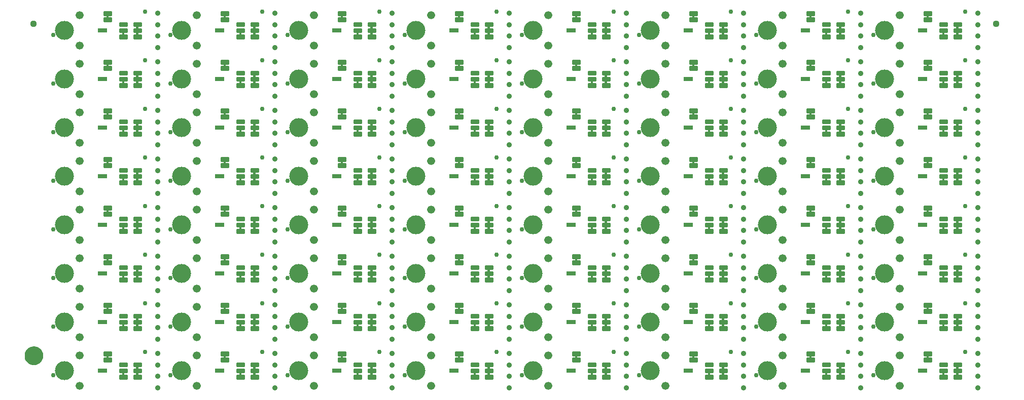
<source format=gbs>
G04 EAGLE Gerber RS-274X export*
G75*
%MOMM*%
%FSLAX34Y34*%
%LPD*%
%INSoldermask Bottom*%
%IPPOS*%
%AMOC8*
5,1,8,0,0,1.08239X$1,22.5*%
G01*
%ADD10R,1.498600X0.660400*%
%ADD11C,3.175000*%
%ADD12C,0.228344*%
%ADD13C,0.762000*%
%ADD14C,0.889000*%
%ADD15C,1.327000*%
%ADD16C,1.127000*%
%ADD17C,1.270000*%
%ADD18C,1.627000*%

G36*
X1467423Y221500D02*
X1467423Y221500D01*
X1467489Y221502D01*
X1467532Y221520D01*
X1467579Y221528D01*
X1467636Y221562D01*
X1467696Y221587D01*
X1467731Y221618D01*
X1467772Y221643D01*
X1467814Y221694D01*
X1467862Y221738D01*
X1467884Y221780D01*
X1467913Y221817D01*
X1467934Y221879D01*
X1467965Y221938D01*
X1467973Y221992D01*
X1467985Y222029D01*
X1467984Y222069D01*
X1467992Y222123D01*
X1467992Y225933D01*
X1467981Y225998D01*
X1467979Y226064D01*
X1467961Y226107D01*
X1467953Y226154D01*
X1467919Y226211D01*
X1467894Y226271D01*
X1467863Y226306D01*
X1467838Y226347D01*
X1467787Y226389D01*
X1467743Y226437D01*
X1467701Y226459D01*
X1467664Y226488D01*
X1467602Y226509D01*
X1467543Y226540D01*
X1467489Y226548D01*
X1467452Y226560D01*
X1467412Y226559D01*
X1467358Y226567D01*
X1464818Y226567D01*
X1464753Y226556D01*
X1464687Y226554D01*
X1464644Y226536D01*
X1464597Y226528D01*
X1464540Y226494D01*
X1464480Y226469D01*
X1464445Y226438D01*
X1464404Y226413D01*
X1464363Y226362D01*
X1464314Y226318D01*
X1464292Y226276D01*
X1464263Y226239D01*
X1464242Y226177D01*
X1464211Y226118D01*
X1464203Y226064D01*
X1464191Y226027D01*
X1464191Y226023D01*
X1464191Y226022D01*
X1464192Y225987D01*
X1464184Y225933D01*
X1464184Y222123D01*
X1464195Y222058D01*
X1464197Y221992D01*
X1464215Y221949D01*
X1464223Y221902D01*
X1464257Y221845D01*
X1464282Y221785D01*
X1464313Y221750D01*
X1464338Y221709D01*
X1464389Y221668D01*
X1464433Y221619D01*
X1464475Y221597D01*
X1464512Y221568D01*
X1464574Y221547D01*
X1464633Y221516D01*
X1464687Y221508D01*
X1464724Y221496D01*
X1464764Y221497D01*
X1464818Y221489D01*
X1467358Y221489D01*
X1467423Y221500D01*
G37*
G36*
X489523Y221500D02*
X489523Y221500D01*
X489589Y221502D01*
X489632Y221520D01*
X489679Y221528D01*
X489736Y221562D01*
X489796Y221587D01*
X489831Y221618D01*
X489872Y221643D01*
X489914Y221694D01*
X489962Y221738D01*
X489984Y221780D01*
X490013Y221817D01*
X490034Y221879D01*
X490065Y221938D01*
X490073Y221992D01*
X490085Y222029D01*
X490084Y222069D01*
X490092Y222123D01*
X490092Y225933D01*
X490081Y225998D01*
X490079Y226064D01*
X490061Y226107D01*
X490053Y226154D01*
X490019Y226211D01*
X489994Y226271D01*
X489963Y226306D01*
X489938Y226347D01*
X489887Y226389D01*
X489843Y226437D01*
X489801Y226459D01*
X489764Y226488D01*
X489702Y226509D01*
X489643Y226540D01*
X489589Y226548D01*
X489552Y226560D01*
X489512Y226559D01*
X489458Y226567D01*
X486918Y226567D01*
X486853Y226556D01*
X486787Y226554D01*
X486744Y226536D01*
X486697Y226528D01*
X486640Y226494D01*
X486580Y226469D01*
X486545Y226438D01*
X486504Y226413D01*
X486463Y226362D01*
X486414Y226318D01*
X486392Y226276D01*
X486363Y226239D01*
X486342Y226177D01*
X486311Y226118D01*
X486303Y226064D01*
X486291Y226027D01*
X486291Y226023D01*
X486291Y226022D01*
X486292Y225987D01*
X486284Y225933D01*
X486284Y222123D01*
X486295Y222058D01*
X486297Y221992D01*
X486315Y221949D01*
X486323Y221902D01*
X486357Y221845D01*
X486382Y221785D01*
X486413Y221750D01*
X486438Y221709D01*
X486489Y221668D01*
X486533Y221619D01*
X486575Y221597D01*
X486612Y221568D01*
X486674Y221547D01*
X486733Y221516D01*
X486787Y221508D01*
X486824Y221496D01*
X486864Y221497D01*
X486918Y221489D01*
X489458Y221489D01*
X489523Y221500D01*
G37*
G36*
X685103Y221500D02*
X685103Y221500D01*
X685169Y221502D01*
X685212Y221520D01*
X685259Y221528D01*
X685316Y221562D01*
X685376Y221587D01*
X685411Y221618D01*
X685452Y221643D01*
X685494Y221694D01*
X685542Y221738D01*
X685564Y221780D01*
X685593Y221817D01*
X685614Y221879D01*
X685645Y221938D01*
X685653Y221992D01*
X685665Y222029D01*
X685664Y222069D01*
X685672Y222123D01*
X685672Y225933D01*
X685661Y225998D01*
X685659Y226064D01*
X685641Y226107D01*
X685633Y226154D01*
X685599Y226211D01*
X685574Y226271D01*
X685543Y226306D01*
X685518Y226347D01*
X685467Y226389D01*
X685423Y226437D01*
X685381Y226459D01*
X685344Y226488D01*
X685282Y226509D01*
X685223Y226540D01*
X685169Y226548D01*
X685132Y226560D01*
X685092Y226559D01*
X685038Y226567D01*
X682498Y226567D01*
X682433Y226556D01*
X682367Y226554D01*
X682324Y226536D01*
X682277Y226528D01*
X682220Y226494D01*
X682160Y226469D01*
X682125Y226438D01*
X682084Y226413D01*
X682043Y226362D01*
X681994Y226318D01*
X681972Y226276D01*
X681943Y226239D01*
X681922Y226177D01*
X681891Y226118D01*
X681883Y226064D01*
X681871Y226027D01*
X681871Y226023D01*
X681871Y226022D01*
X681872Y225987D01*
X681864Y225933D01*
X681864Y222123D01*
X681875Y222058D01*
X681877Y221992D01*
X681895Y221949D01*
X681903Y221902D01*
X681937Y221845D01*
X681962Y221785D01*
X681993Y221750D01*
X682018Y221709D01*
X682069Y221668D01*
X682113Y221619D01*
X682155Y221597D01*
X682192Y221568D01*
X682254Y221547D01*
X682313Y221516D01*
X682367Y221508D01*
X682404Y221496D01*
X682444Y221497D01*
X682498Y221489D01*
X685038Y221489D01*
X685103Y221500D01*
G37*
G36*
X1271843Y221500D02*
X1271843Y221500D01*
X1271909Y221502D01*
X1271952Y221520D01*
X1271999Y221528D01*
X1272056Y221562D01*
X1272116Y221587D01*
X1272151Y221618D01*
X1272192Y221643D01*
X1272234Y221694D01*
X1272282Y221738D01*
X1272304Y221780D01*
X1272333Y221817D01*
X1272354Y221879D01*
X1272385Y221938D01*
X1272393Y221992D01*
X1272405Y222029D01*
X1272404Y222069D01*
X1272412Y222123D01*
X1272412Y225933D01*
X1272401Y225998D01*
X1272399Y226064D01*
X1272381Y226107D01*
X1272373Y226154D01*
X1272339Y226211D01*
X1272314Y226271D01*
X1272283Y226306D01*
X1272258Y226347D01*
X1272207Y226389D01*
X1272163Y226437D01*
X1272121Y226459D01*
X1272084Y226488D01*
X1272022Y226509D01*
X1271963Y226540D01*
X1271909Y226548D01*
X1271872Y226560D01*
X1271832Y226559D01*
X1271778Y226567D01*
X1269238Y226567D01*
X1269173Y226556D01*
X1269107Y226554D01*
X1269064Y226536D01*
X1269017Y226528D01*
X1268960Y226494D01*
X1268900Y226469D01*
X1268865Y226438D01*
X1268824Y226413D01*
X1268783Y226362D01*
X1268734Y226318D01*
X1268712Y226276D01*
X1268683Y226239D01*
X1268662Y226177D01*
X1268631Y226118D01*
X1268623Y226064D01*
X1268611Y226027D01*
X1268611Y226023D01*
X1268611Y226022D01*
X1268612Y225987D01*
X1268604Y225933D01*
X1268604Y222123D01*
X1268615Y222058D01*
X1268617Y221992D01*
X1268635Y221949D01*
X1268643Y221902D01*
X1268677Y221845D01*
X1268702Y221785D01*
X1268733Y221750D01*
X1268758Y221709D01*
X1268809Y221668D01*
X1268853Y221619D01*
X1268895Y221597D01*
X1268932Y221568D01*
X1268994Y221547D01*
X1269053Y221516D01*
X1269107Y221508D01*
X1269144Y221496D01*
X1269184Y221497D01*
X1269238Y221489D01*
X1271778Y221489D01*
X1271843Y221500D01*
G37*
G36*
X880683Y221500D02*
X880683Y221500D01*
X880749Y221502D01*
X880792Y221520D01*
X880839Y221528D01*
X880896Y221562D01*
X880956Y221587D01*
X880991Y221618D01*
X881032Y221643D01*
X881074Y221694D01*
X881122Y221738D01*
X881144Y221780D01*
X881173Y221817D01*
X881194Y221879D01*
X881225Y221938D01*
X881233Y221992D01*
X881245Y222029D01*
X881244Y222069D01*
X881252Y222123D01*
X881252Y225933D01*
X881241Y225998D01*
X881239Y226064D01*
X881221Y226107D01*
X881213Y226154D01*
X881179Y226211D01*
X881154Y226271D01*
X881123Y226306D01*
X881098Y226347D01*
X881047Y226389D01*
X881003Y226437D01*
X880961Y226459D01*
X880924Y226488D01*
X880862Y226509D01*
X880803Y226540D01*
X880749Y226548D01*
X880712Y226560D01*
X880672Y226559D01*
X880618Y226567D01*
X878078Y226567D01*
X878013Y226556D01*
X877947Y226554D01*
X877904Y226536D01*
X877857Y226528D01*
X877800Y226494D01*
X877740Y226469D01*
X877705Y226438D01*
X877664Y226413D01*
X877623Y226362D01*
X877574Y226318D01*
X877552Y226276D01*
X877523Y226239D01*
X877502Y226177D01*
X877471Y226118D01*
X877463Y226064D01*
X877451Y226027D01*
X877451Y226023D01*
X877451Y226022D01*
X877452Y225987D01*
X877444Y225933D01*
X877444Y222123D01*
X877455Y222058D01*
X877457Y221992D01*
X877475Y221949D01*
X877483Y221902D01*
X877517Y221845D01*
X877542Y221785D01*
X877573Y221750D01*
X877598Y221709D01*
X877649Y221668D01*
X877693Y221619D01*
X877735Y221597D01*
X877772Y221568D01*
X877834Y221547D01*
X877893Y221516D01*
X877947Y221508D01*
X877984Y221496D01*
X878024Y221497D01*
X878078Y221489D01*
X880618Y221489D01*
X880683Y221500D01*
G37*
G36*
X293943Y221500D02*
X293943Y221500D01*
X294009Y221502D01*
X294052Y221520D01*
X294099Y221528D01*
X294156Y221562D01*
X294216Y221587D01*
X294251Y221618D01*
X294292Y221643D01*
X294334Y221694D01*
X294382Y221738D01*
X294404Y221780D01*
X294433Y221817D01*
X294454Y221879D01*
X294485Y221938D01*
X294493Y221992D01*
X294505Y222029D01*
X294504Y222069D01*
X294512Y222123D01*
X294512Y225933D01*
X294501Y225998D01*
X294499Y226064D01*
X294481Y226107D01*
X294473Y226154D01*
X294439Y226211D01*
X294414Y226271D01*
X294383Y226306D01*
X294358Y226347D01*
X294307Y226389D01*
X294263Y226437D01*
X294221Y226459D01*
X294184Y226488D01*
X294122Y226509D01*
X294063Y226540D01*
X294009Y226548D01*
X293972Y226560D01*
X293932Y226559D01*
X293878Y226567D01*
X291338Y226567D01*
X291273Y226556D01*
X291207Y226554D01*
X291164Y226536D01*
X291117Y226528D01*
X291060Y226494D01*
X291000Y226469D01*
X290965Y226438D01*
X290924Y226413D01*
X290883Y226362D01*
X290834Y226318D01*
X290812Y226276D01*
X290783Y226239D01*
X290762Y226177D01*
X290731Y226118D01*
X290723Y226064D01*
X290711Y226027D01*
X290711Y226023D01*
X290711Y226022D01*
X290712Y225987D01*
X290704Y225933D01*
X290704Y222123D01*
X290715Y222058D01*
X290717Y221992D01*
X290735Y221949D01*
X290743Y221902D01*
X290777Y221845D01*
X290802Y221785D01*
X290833Y221750D01*
X290858Y221709D01*
X290909Y221668D01*
X290953Y221619D01*
X290995Y221597D01*
X291032Y221568D01*
X291094Y221547D01*
X291153Y221516D01*
X291207Y221508D01*
X291244Y221496D01*
X291284Y221497D01*
X291338Y221489D01*
X293878Y221489D01*
X293943Y221500D01*
G37*
G36*
X1076263Y221500D02*
X1076263Y221500D01*
X1076329Y221502D01*
X1076372Y221520D01*
X1076419Y221528D01*
X1076476Y221562D01*
X1076536Y221587D01*
X1076571Y221618D01*
X1076612Y221643D01*
X1076654Y221694D01*
X1076702Y221738D01*
X1076724Y221780D01*
X1076753Y221817D01*
X1076774Y221879D01*
X1076805Y221938D01*
X1076813Y221992D01*
X1076825Y222029D01*
X1076824Y222069D01*
X1076832Y222123D01*
X1076832Y225933D01*
X1076821Y225998D01*
X1076819Y226064D01*
X1076801Y226107D01*
X1076793Y226154D01*
X1076759Y226211D01*
X1076734Y226271D01*
X1076703Y226306D01*
X1076678Y226347D01*
X1076627Y226389D01*
X1076583Y226437D01*
X1076541Y226459D01*
X1076504Y226488D01*
X1076442Y226509D01*
X1076383Y226540D01*
X1076329Y226548D01*
X1076292Y226560D01*
X1076252Y226559D01*
X1076198Y226567D01*
X1073658Y226567D01*
X1073593Y226556D01*
X1073527Y226554D01*
X1073484Y226536D01*
X1073437Y226528D01*
X1073380Y226494D01*
X1073320Y226469D01*
X1073285Y226438D01*
X1073244Y226413D01*
X1073203Y226362D01*
X1073154Y226318D01*
X1073132Y226276D01*
X1073103Y226239D01*
X1073082Y226177D01*
X1073051Y226118D01*
X1073043Y226064D01*
X1073031Y226027D01*
X1073031Y226023D01*
X1073031Y226022D01*
X1073032Y225987D01*
X1073024Y225933D01*
X1073024Y222123D01*
X1073035Y222058D01*
X1073037Y221992D01*
X1073055Y221949D01*
X1073063Y221902D01*
X1073097Y221845D01*
X1073122Y221785D01*
X1073153Y221750D01*
X1073178Y221709D01*
X1073229Y221668D01*
X1073273Y221619D01*
X1073315Y221597D01*
X1073352Y221568D01*
X1073414Y221547D01*
X1073473Y221516D01*
X1073527Y221508D01*
X1073564Y221496D01*
X1073604Y221497D01*
X1073658Y221489D01*
X1076198Y221489D01*
X1076263Y221500D01*
G37*
G36*
X98363Y221500D02*
X98363Y221500D01*
X98429Y221502D01*
X98472Y221520D01*
X98519Y221528D01*
X98576Y221562D01*
X98636Y221587D01*
X98671Y221618D01*
X98712Y221643D01*
X98754Y221694D01*
X98802Y221738D01*
X98824Y221780D01*
X98853Y221817D01*
X98874Y221879D01*
X98905Y221938D01*
X98913Y221992D01*
X98925Y222029D01*
X98924Y222069D01*
X98932Y222123D01*
X98932Y225933D01*
X98921Y225998D01*
X98919Y226064D01*
X98901Y226107D01*
X98893Y226154D01*
X98859Y226211D01*
X98834Y226271D01*
X98803Y226306D01*
X98778Y226347D01*
X98727Y226389D01*
X98683Y226437D01*
X98641Y226459D01*
X98604Y226488D01*
X98542Y226509D01*
X98483Y226540D01*
X98429Y226548D01*
X98392Y226560D01*
X98352Y226559D01*
X98298Y226567D01*
X95758Y226567D01*
X95693Y226556D01*
X95627Y226554D01*
X95584Y226536D01*
X95537Y226528D01*
X95480Y226494D01*
X95420Y226469D01*
X95385Y226438D01*
X95344Y226413D01*
X95303Y226362D01*
X95254Y226318D01*
X95232Y226276D01*
X95203Y226239D01*
X95182Y226177D01*
X95151Y226118D01*
X95143Y226064D01*
X95131Y226027D01*
X95131Y226023D01*
X95131Y226022D01*
X95132Y225987D01*
X95124Y225933D01*
X95124Y222123D01*
X95135Y222058D01*
X95137Y221992D01*
X95155Y221949D01*
X95163Y221902D01*
X95197Y221845D01*
X95222Y221785D01*
X95253Y221750D01*
X95278Y221709D01*
X95329Y221668D01*
X95373Y221619D01*
X95415Y221597D01*
X95452Y221568D01*
X95514Y221547D01*
X95573Y221516D01*
X95627Y221508D01*
X95664Y221496D01*
X95704Y221497D01*
X95758Y221489D01*
X98298Y221489D01*
X98363Y221500D01*
G37*
G36*
X1298005Y193052D02*
X1298005Y193052D01*
X1298071Y193054D01*
X1298114Y193072D01*
X1298161Y193080D01*
X1298218Y193114D01*
X1298278Y193139D01*
X1298313Y193170D01*
X1298354Y193195D01*
X1298396Y193246D01*
X1298444Y193290D01*
X1298466Y193332D01*
X1298495Y193369D01*
X1298516Y193431D01*
X1298547Y193490D01*
X1298555Y193544D01*
X1298567Y193581D01*
X1298566Y193621D01*
X1298574Y193675D01*
X1298574Y197485D01*
X1298563Y197550D01*
X1298561Y197616D01*
X1298543Y197659D01*
X1298535Y197706D01*
X1298501Y197763D01*
X1298476Y197823D01*
X1298445Y197858D01*
X1298420Y197899D01*
X1298369Y197941D01*
X1298325Y197989D01*
X1298283Y198011D01*
X1298246Y198040D01*
X1298184Y198061D01*
X1298125Y198092D01*
X1298071Y198100D01*
X1298034Y198112D01*
X1297994Y198111D01*
X1297940Y198119D01*
X1295400Y198119D01*
X1295335Y198108D01*
X1295269Y198106D01*
X1295226Y198088D01*
X1295179Y198080D01*
X1295122Y198046D01*
X1295062Y198021D01*
X1295027Y197990D01*
X1294986Y197965D01*
X1294945Y197914D01*
X1294896Y197870D01*
X1294874Y197828D01*
X1294845Y197791D01*
X1294824Y197729D01*
X1294793Y197670D01*
X1294785Y197616D01*
X1294773Y197579D01*
X1294773Y197575D01*
X1294773Y197574D01*
X1294774Y197539D01*
X1294766Y197485D01*
X1294766Y193675D01*
X1294777Y193610D01*
X1294779Y193544D01*
X1294797Y193501D01*
X1294805Y193454D01*
X1294839Y193397D01*
X1294864Y193337D01*
X1294895Y193302D01*
X1294920Y193261D01*
X1294971Y193220D01*
X1295015Y193171D01*
X1295057Y193149D01*
X1295094Y193120D01*
X1295156Y193099D01*
X1295215Y193068D01*
X1295269Y193060D01*
X1295306Y193048D01*
X1295346Y193049D01*
X1295400Y193041D01*
X1297940Y193041D01*
X1298005Y193052D01*
G37*
G36*
X1126110Y193052D02*
X1126110Y193052D01*
X1126176Y193054D01*
X1126220Y193072D01*
X1126266Y193080D01*
X1126323Y193114D01*
X1126384Y193139D01*
X1126419Y193170D01*
X1126460Y193195D01*
X1126501Y193246D01*
X1126550Y193290D01*
X1126571Y193332D01*
X1126601Y193369D01*
X1126622Y193431D01*
X1126652Y193490D01*
X1126660Y193544D01*
X1126673Y193581D01*
X1126672Y193621D01*
X1126680Y193675D01*
X1126680Y197485D01*
X1126668Y197550D01*
X1126666Y197616D01*
X1126648Y197659D01*
X1126640Y197706D01*
X1126607Y197763D01*
X1126582Y197823D01*
X1126550Y197858D01*
X1126526Y197899D01*
X1126475Y197941D01*
X1126430Y197989D01*
X1126388Y198011D01*
X1126352Y198040D01*
X1126290Y198061D01*
X1126231Y198092D01*
X1126176Y198100D01*
X1126139Y198112D01*
X1126100Y198111D01*
X1126046Y198119D01*
X1123506Y198119D01*
X1123441Y198108D01*
X1123375Y198106D01*
X1123331Y198088D01*
X1123285Y198080D01*
X1123228Y198046D01*
X1123167Y198021D01*
X1123132Y197990D01*
X1123091Y197965D01*
X1123050Y197914D01*
X1123001Y197870D01*
X1122980Y197828D01*
X1122950Y197791D01*
X1122929Y197729D01*
X1122899Y197670D01*
X1122891Y197616D01*
X1122878Y197579D01*
X1122878Y197575D01*
X1122878Y197574D01*
X1122879Y197539D01*
X1122871Y197485D01*
X1122871Y193675D01*
X1122883Y193610D01*
X1122885Y193544D01*
X1122903Y193501D01*
X1122911Y193454D01*
X1122944Y193397D01*
X1122969Y193337D01*
X1123001Y193302D01*
X1123025Y193261D01*
X1123076Y193220D01*
X1123121Y193171D01*
X1123163Y193149D01*
X1123199Y193120D01*
X1123262Y193099D01*
X1123320Y193068D01*
X1123375Y193060D01*
X1123412Y193048D01*
X1123451Y193049D01*
X1123506Y193041D01*
X1126046Y193041D01*
X1126110Y193052D01*
G37*
G36*
X515685Y193052D02*
X515685Y193052D01*
X515751Y193054D01*
X515794Y193072D01*
X515841Y193080D01*
X515898Y193114D01*
X515958Y193139D01*
X515993Y193170D01*
X516034Y193195D01*
X516076Y193246D01*
X516124Y193290D01*
X516146Y193332D01*
X516175Y193369D01*
X516196Y193431D01*
X516227Y193490D01*
X516235Y193544D01*
X516247Y193581D01*
X516246Y193621D01*
X516254Y193675D01*
X516254Y197485D01*
X516243Y197550D01*
X516241Y197616D01*
X516223Y197659D01*
X516215Y197706D01*
X516181Y197763D01*
X516156Y197823D01*
X516125Y197858D01*
X516100Y197899D01*
X516049Y197941D01*
X516005Y197989D01*
X515963Y198011D01*
X515926Y198040D01*
X515864Y198061D01*
X515805Y198092D01*
X515751Y198100D01*
X515714Y198112D01*
X515674Y198111D01*
X515620Y198119D01*
X513080Y198119D01*
X513015Y198108D01*
X512949Y198106D01*
X512906Y198088D01*
X512859Y198080D01*
X512802Y198046D01*
X512742Y198021D01*
X512707Y197990D01*
X512666Y197965D01*
X512625Y197914D01*
X512576Y197870D01*
X512554Y197828D01*
X512525Y197791D01*
X512504Y197729D01*
X512473Y197670D01*
X512465Y197616D01*
X512453Y197579D01*
X512453Y197575D01*
X512453Y197574D01*
X512454Y197539D01*
X512446Y197485D01*
X512446Y193675D01*
X512457Y193610D01*
X512459Y193544D01*
X512477Y193501D01*
X512485Y193454D01*
X512519Y193397D01*
X512544Y193337D01*
X512575Y193302D01*
X512600Y193261D01*
X512651Y193220D01*
X512695Y193171D01*
X512737Y193149D01*
X512774Y193120D01*
X512836Y193099D01*
X512895Y193068D01*
X512949Y193060D01*
X512986Y193048D01*
X513026Y193049D01*
X513080Y193041D01*
X515620Y193041D01*
X515685Y193052D01*
G37*
G36*
X320105Y193052D02*
X320105Y193052D01*
X320171Y193054D01*
X320214Y193072D01*
X320261Y193080D01*
X320318Y193114D01*
X320378Y193139D01*
X320413Y193170D01*
X320454Y193195D01*
X320496Y193246D01*
X320544Y193290D01*
X320566Y193332D01*
X320595Y193369D01*
X320616Y193431D01*
X320647Y193490D01*
X320655Y193544D01*
X320667Y193581D01*
X320666Y193621D01*
X320674Y193675D01*
X320674Y197485D01*
X320663Y197550D01*
X320661Y197616D01*
X320643Y197659D01*
X320635Y197706D01*
X320601Y197763D01*
X320576Y197823D01*
X320545Y197858D01*
X320520Y197899D01*
X320469Y197941D01*
X320425Y197989D01*
X320383Y198011D01*
X320346Y198040D01*
X320284Y198061D01*
X320225Y198092D01*
X320171Y198100D01*
X320134Y198112D01*
X320094Y198111D01*
X320040Y198119D01*
X317500Y198119D01*
X317435Y198108D01*
X317369Y198106D01*
X317326Y198088D01*
X317279Y198080D01*
X317222Y198046D01*
X317162Y198021D01*
X317127Y197990D01*
X317086Y197965D01*
X317045Y197914D01*
X316996Y197870D01*
X316974Y197828D01*
X316945Y197791D01*
X316924Y197729D01*
X316893Y197670D01*
X316885Y197616D01*
X316873Y197579D01*
X316873Y197575D01*
X316873Y197574D01*
X316874Y197539D01*
X316866Y197485D01*
X316866Y193675D01*
X316877Y193610D01*
X316879Y193544D01*
X316897Y193501D01*
X316905Y193454D01*
X316939Y193397D01*
X316964Y193337D01*
X316995Y193302D01*
X317020Y193261D01*
X317071Y193220D01*
X317115Y193171D01*
X317157Y193149D01*
X317194Y193120D01*
X317256Y193099D01*
X317315Y193068D01*
X317369Y193060D01*
X317406Y193048D01*
X317446Y193049D01*
X317500Y193041D01*
X320040Y193041D01*
X320105Y193052D01*
G37*
G36*
X1102425Y193052D02*
X1102425Y193052D01*
X1102491Y193054D01*
X1102534Y193072D01*
X1102581Y193080D01*
X1102638Y193114D01*
X1102698Y193139D01*
X1102733Y193170D01*
X1102774Y193195D01*
X1102816Y193246D01*
X1102864Y193290D01*
X1102886Y193332D01*
X1102915Y193369D01*
X1102936Y193431D01*
X1102967Y193490D01*
X1102975Y193544D01*
X1102987Y193581D01*
X1102986Y193621D01*
X1102994Y193675D01*
X1102994Y197485D01*
X1102983Y197550D01*
X1102981Y197616D01*
X1102963Y197659D01*
X1102955Y197706D01*
X1102921Y197763D01*
X1102896Y197823D01*
X1102865Y197858D01*
X1102840Y197899D01*
X1102789Y197941D01*
X1102745Y197989D01*
X1102703Y198011D01*
X1102666Y198040D01*
X1102604Y198061D01*
X1102545Y198092D01*
X1102491Y198100D01*
X1102454Y198112D01*
X1102414Y198111D01*
X1102360Y198119D01*
X1099820Y198119D01*
X1099755Y198108D01*
X1099689Y198106D01*
X1099646Y198088D01*
X1099599Y198080D01*
X1099542Y198046D01*
X1099482Y198021D01*
X1099447Y197990D01*
X1099406Y197965D01*
X1099365Y197914D01*
X1099316Y197870D01*
X1099294Y197828D01*
X1099265Y197791D01*
X1099244Y197729D01*
X1099213Y197670D01*
X1099205Y197616D01*
X1099193Y197579D01*
X1099193Y197575D01*
X1099193Y197574D01*
X1099194Y197539D01*
X1099186Y197485D01*
X1099186Y193675D01*
X1099197Y193610D01*
X1099199Y193544D01*
X1099217Y193501D01*
X1099225Y193454D01*
X1099259Y193397D01*
X1099284Y193337D01*
X1099315Y193302D01*
X1099340Y193261D01*
X1099391Y193220D01*
X1099435Y193171D01*
X1099477Y193149D01*
X1099514Y193120D01*
X1099576Y193099D01*
X1099635Y193068D01*
X1099689Y193060D01*
X1099726Y193048D01*
X1099766Y193049D01*
X1099820Y193041D01*
X1102360Y193041D01*
X1102425Y193052D01*
G37*
G36*
X711265Y193052D02*
X711265Y193052D01*
X711331Y193054D01*
X711374Y193072D01*
X711421Y193080D01*
X711478Y193114D01*
X711538Y193139D01*
X711573Y193170D01*
X711614Y193195D01*
X711656Y193246D01*
X711704Y193290D01*
X711726Y193332D01*
X711755Y193369D01*
X711776Y193431D01*
X711807Y193490D01*
X711815Y193544D01*
X711827Y193581D01*
X711826Y193621D01*
X711834Y193675D01*
X711834Y197485D01*
X711823Y197550D01*
X711821Y197616D01*
X711803Y197659D01*
X711795Y197706D01*
X711761Y197763D01*
X711736Y197823D01*
X711705Y197858D01*
X711680Y197899D01*
X711629Y197941D01*
X711585Y197989D01*
X711543Y198011D01*
X711506Y198040D01*
X711444Y198061D01*
X711385Y198092D01*
X711331Y198100D01*
X711294Y198112D01*
X711254Y198111D01*
X711200Y198119D01*
X708660Y198119D01*
X708595Y198108D01*
X708529Y198106D01*
X708486Y198088D01*
X708439Y198080D01*
X708382Y198046D01*
X708322Y198021D01*
X708287Y197990D01*
X708246Y197965D01*
X708205Y197914D01*
X708156Y197870D01*
X708134Y197828D01*
X708105Y197791D01*
X708084Y197729D01*
X708053Y197670D01*
X708045Y197616D01*
X708033Y197579D01*
X708033Y197575D01*
X708033Y197574D01*
X708034Y197539D01*
X708026Y197485D01*
X708026Y193675D01*
X708037Y193610D01*
X708039Y193544D01*
X708057Y193501D01*
X708065Y193454D01*
X708099Y193397D01*
X708124Y193337D01*
X708155Y193302D01*
X708180Y193261D01*
X708231Y193220D01*
X708275Y193171D01*
X708317Y193149D01*
X708354Y193120D01*
X708416Y193099D01*
X708475Y193068D01*
X708529Y193060D01*
X708566Y193048D01*
X708606Y193049D01*
X708660Y193041D01*
X711200Y193041D01*
X711265Y193052D01*
G37*
G36*
X148210Y193052D02*
X148210Y193052D01*
X148276Y193054D01*
X148320Y193072D01*
X148366Y193080D01*
X148423Y193114D01*
X148484Y193139D01*
X148519Y193170D01*
X148560Y193195D01*
X148601Y193246D01*
X148650Y193290D01*
X148671Y193332D01*
X148701Y193369D01*
X148722Y193431D01*
X148752Y193490D01*
X148760Y193544D01*
X148773Y193581D01*
X148772Y193621D01*
X148780Y193675D01*
X148780Y197485D01*
X148768Y197550D01*
X148766Y197616D01*
X148748Y197659D01*
X148740Y197706D01*
X148707Y197763D01*
X148682Y197823D01*
X148650Y197858D01*
X148626Y197899D01*
X148575Y197941D01*
X148530Y197989D01*
X148488Y198011D01*
X148452Y198040D01*
X148390Y198061D01*
X148331Y198092D01*
X148276Y198100D01*
X148239Y198112D01*
X148200Y198111D01*
X148146Y198119D01*
X145606Y198119D01*
X145541Y198108D01*
X145475Y198106D01*
X145431Y198088D01*
X145385Y198080D01*
X145328Y198046D01*
X145267Y198021D01*
X145232Y197990D01*
X145191Y197965D01*
X145150Y197914D01*
X145101Y197870D01*
X145080Y197828D01*
X145050Y197791D01*
X145029Y197729D01*
X144999Y197670D01*
X144991Y197616D01*
X144978Y197579D01*
X144978Y197575D01*
X144978Y197574D01*
X144979Y197539D01*
X144971Y197485D01*
X144971Y193675D01*
X144983Y193610D01*
X144985Y193544D01*
X145003Y193501D01*
X145011Y193454D01*
X145044Y193397D01*
X145069Y193337D01*
X145101Y193302D01*
X145125Y193261D01*
X145176Y193220D01*
X145221Y193171D01*
X145263Y193149D01*
X145299Y193120D01*
X145362Y193099D01*
X145420Y193068D01*
X145475Y193060D01*
X145512Y193048D01*
X145551Y193049D01*
X145606Y193041D01*
X148146Y193041D01*
X148210Y193052D01*
G37*
G36*
X906845Y193052D02*
X906845Y193052D01*
X906911Y193054D01*
X906954Y193072D01*
X907001Y193080D01*
X907058Y193114D01*
X907118Y193139D01*
X907153Y193170D01*
X907194Y193195D01*
X907236Y193246D01*
X907284Y193290D01*
X907306Y193332D01*
X907335Y193369D01*
X907356Y193431D01*
X907387Y193490D01*
X907395Y193544D01*
X907407Y193581D01*
X907406Y193621D01*
X907414Y193675D01*
X907414Y197485D01*
X907403Y197550D01*
X907401Y197616D01*
X907383Y197659D01*
X907375Y197706D01*
X907341Y197763D01*
X907316Y197823D01*
X907285Y197858D01*
X907260Y197899D01*
X907209Y197941D01*
X907165Y197989D01*
X907123Y198011D01*
X907086Y198040D01*
X907024Y198061D01*
X906965Y198092D01*
X906911Y198100D01*
X906874Y198112D01*
X906834Y198111D01*
X906780Y198119D01*
X904240Y198119D01*
X904175Y198108D01*
X904109Y198106D01*
X904066Y198088D01*
X904019Y198080D01*
X903962Y198046D01*
X903902Y198021D01*
X903867Y197990D01*
X903826Y197965D01*
X903785Y197914D01*
X903736Y197870D01*
X903714Y197828D01*
X903685Y197791D01*
X903664Y197729D01*
X903633Y197670D01*
X903625Y197616D01*
X903613Y197579D01*
X903613Y197575D01*
X903613Y197574D01*
X903614Y197539D01*
X903606Y197485D01*
X903606Y193675D01*
X903617Y193610D01*
X903619Y193544D01*
X903637Y193501D01*
X903645Y193454D01*
X903679Y193397D01*
X903704Y193337D01*
X903735Y193302D01*
X903760Y193261D01*
X903811Y193220D01*
X903855Y193171D01*
X903897Y193149D01*
X903934Y193120D01*
X903996Y193099D01*
X904055Y193068D01*
X904109Y193060D01*
X904146Y193048D01*
X904186Y193049D01*
X904240Y193041D01*
X906780Y193041D01*
X906845Y193052D01*
G37*
G36*
X343790Y193052D02*
X343790Y193052D01*
X343856Y193054D01*
X343900Y193072D01*
X343946Y193080D01*
X344003Y193114D01*
X344064Y193139D01*
X344099Y193170D01*
X344140Y193195D01*
X344181Y193246D01*
X344230Y193290D01*
X344251Y193332D01*
X344281Y193369D01*
X344302Y193431D01*
X344332Y193490D01*
X344340Y193544D01*
X344353Y193581D01*
X344352Y193621D01*
X344360Y193675D01*
X344360Y197485D01*
X344348Y197550D01*
X344346Y197616D01*
X344328Y197659D01*
X344320Y197706D01*
X344287Y197763D01*
X344262Y197823D01*
X344230Y197858D01*
X344206Y197899D01*
X344155Y197941D01*
X344110Y197989D01*
X344068Y198011D01*
X344032Y198040D01*
X343970Y198061D01*
X343911Y198092D01*
X343856Y198100D01*
X343819Y198112D01*
X343780Y198111D01*
X343726Y198119D01*
X341186Y198119D01*
X341121Y198108D01*
X341055Y198106D01*
X341011Y198088D01*
X340965Y198080D01*
X340908Y198046D01*
X340847Y198021D01*
X340812Y197990D01*
X340771Y197965D01*
X340730Y197914D01*
X340681Y197870D01*
X340660Y197828D01*
X340630Y197791D01*
X340609Y197729D01*
X340579Y197670D01*
X340571Y197616D01*
X340558Y197579D01*
X340558Y197575D01*
X340558Y197574D01*
X340559Y197539D01*
X340551Y197485D01*
X340551Y193675D01*
X340563Y193610D01*
X340565Y193544D01*
X340583Y193501D01*
X340591Y193454D01*
X340624Y193397D01*
X340649Y193337D01*
X340681Y193302D01*
X340705Y193261D01*
X340756Y193220D01*
X340801Y193171D01*
X340843Y193149D01*
X340879Y193120D01*
X340942Y193099D01*
X341000Y193068D01*
X341055Y193060D01*
X341092Y193048D01*
X341131Y193049D01*
X341186Y193041D01*
X343726Y193041D01*
X343790Y193052D01*
G37*
G36*
X124525Y193052D02*
X124525Y193052D01*
X124591Y193054D01*
X124634Y193072D01*
X124681Y193080D01*
X124738Y193114D01*
X124798Y193139D01*
X124833Y193170D01*
X124874Y193195D01*
X124916Y193246D01*
X124964Y193290D01*
X124986Y193332D01*
X125015Y193369D01*
X125036Y193431D01*
X125067Y193490D01*
X125075Y193544D01*
X125087Y193581D01*
X125086Y193621D01*
X125094Y193675D01*
X125094Y197485D01*
X125083Y197550D01*
X125081Y197616D01*
X125063Y197659D01*
X125055Y197706D01*
X125021Y197763D01*
X124996Y197823D01*
X124965Y197858D01*
X124940Y197899D01*
X124889Y197941D01*
X124845Y197989D01*
X124803Y198011D01*
X124766Y198040D01*
X124704Y198061D01*
X124645Y198092D01*
X124591Y198100D01*
X124554Y198112D01*
X124514Y198111D01*
X124460Y198119D01*
X121920Y198119D01*
X121855Y198108D01*
X121789Y198106D01*
X121746Y198088D01*
X121699Y198080D01*
X121642Y198046D01*
X121582Y198021D01*
X121547Y197990D01*
X121506Y197965D01*
X121465Y197914D01*
X121416Y197870D01*
X121394Y197828D01*
X121365Y197791D01*
X121344Y197729D01*
X121313Y197670D01*
X121305Y197616D01*
X121293Y197579D01*
X121293Y197575D01*
X121293Y197574D01*
X121294Y197539D01*
X121286Y197485D01*
X121286Y193675D01*
X121297Y193610D01*
X121299Y193544D01*
X121317Y193501D01*
X121325Y193454D01*
X121359Y193397D01*
X121384Y193337D01*
X121415Y193302D01*
X121440Y193261D01*
X121491Y193220D01*
X121535Y193171D01*
X121577Y193149D01*
X121614Y193120D01*
X121676Y193099D01*
X121735Y193068D01*
X121789Y193060D01*
X121826Y193048D01*
X121866Y193049D01*
X121920Y193041D01*
X124460Y193041D01*
X124525Y193052D01*
G37*
G36*
X930530Y193052D02*
X930530Y193052D01*
X930596Y193054D01*
X930640Y193072D01*
X930686Y193080D01*
X930743Y193114D01*
X930804Y193139D01*
X930839Y193170D01*
X930880Y193195D01*
X930921Y193246D01*
X930970Y193290D01*
X930991Y193332D01*
X931021Y193369D01*
X931042Y193431D01*
X931072Y193490D01*
X931080Y193544D01*
X931093Y193581D01*
X931092Y193621D01*
X931100Y193675D01*
X931100Y197485D01*
X931088Y197550D01*
X931086Y197616D01*
X931068Y197659D01*
X931060Y197706D01*
X931027Y197763D01*
X931002Y197823D01*
X930970Y197858D01*
X930946Y197899D01*
X930895Y197941D01*
X930850Y197989D01*
X930808Y198011D01*
X930772Y198040D01*
X930710Y198061D01*
X930651Y198092D01*
X930596Y198100D01*
X930559Y198112D01*
X930520Y198111D01*
X930466Y198119D01*
X927926Y198119D01*
X927861Y198108D01*
X927795Y198106D01*
X927751Y198088D01*
X927705Y198080D01*
X927648Y198046D01*
X927587Y198021D01*
X927552Y197990D01*
X927511Y197965D01*
X927470Y197914D01*
X927421Y197870D01*
X927400Y197828D01*
X927370Y197791D01*
X927349Y197729D01*
X927319Y197670D01*
X927311Y197616D01*
X927298Y197579D01*
X927298Y197575D01*
X927298Y197574D01*
X927299Y197539D01*
X927291Y197485D01*
X927291Y193675D01*
X927303Y193610D01*
X927305Y193544D01*
X927323Y193501D01*
X927331Y193454D01*
X927364Y193397D01*
X927389Y193337D01*
X927421Y193302D01*
X927445Y193261D01*
X927496Y193220D01*
X927541Y193171D01*
X927583Y193149D01*
X927619Y193120D01*
X927682Y193099D01*
X927740Y193068D01*
X927795Y193060D01*
X927832Y193048D01*
X927871Y193049D01*
X927926Y193041D01*
X930466Y193041D01*
X930530Y193052D01*
G37*
G36*
X1493585Y193052D02*
X1493585Y193052D01*
X1493651Y193054D01*
X1493694Y193072D01*
X1493741Y193080D01*
X1493798Y193114D01*
X1493858Y193139D01*
X1493893Y193170D01*
X1493934Y193195D01*
X1493976Y193246D01*
X1494024Y193290D01*
X1494046Y193332D01*
X1494075Y193369D01*
X1494096Y193431D01*
X1494127Y193490D01*
X1494135Y193544D01*
X1494147Y193581D01*
X1494146Y193621D01*
X1494154Y193675D01*
X1494154Y197485D01*
X1494143Y197550D01*
X1494141Y197616D01*
X1494123Y197659D01*
X1494115Y197706D01*
X1494081Y197763D01*
X1494056Y197823D01*
X1494025Y197858D01*
X1494000Y197899D01*
X1493949Y197941D01*
X1493905Y197989D01*
X1493863Y198011D01*
X1493826Y198040D01*
X1493764Y198061D01*
X1493705Y198092D01*
X1493651Y198100D01*
X1493614Y198112D01*
X1493574Y198111D01*
X1493520Y198119D01*
X1490980Y198119D01*
X1490915Y198108D01*
X1490849Y198106D01*
X1490806Y198088D01*
X1490759Y198080D01*
X1490702Y198046D01*
X1490642Y198021D01*
X1490607Y197990D01*
X1490566Y197965D01*
X1490525Y197914D01*
X1490476Y197870D01*
X1490454Y197828D01*
X1490425Y197791D01*
X1490404Y197729D01*
X1490373Y197670D01*
X1490365Y197616D01*
X1490353Y197579D01*
X1490353Y197575D01*
X1490353Y197574D01*
X1490354Y197539D01*
X1490346Y197485D01*
X1490346Y193675D01*
X1490357Y193610D01*
X1490359Y193544D01*
X1490377Y193501D01*
X1490385Y193454D01*
X1490419Y193397D01*
X1490444Y193337D01*
X1490475Y193302D01*
X1490500Y193261D01*
X1490551Y193220D01*
X1490595Y193171D01*
X1490637Y193149D01*
X1490674Y193120D01*
X1490736Y193099D01*
X1490795Y193068D01*
X1490849Y193060D01*
X1490886Y193048D01*
X1490926Y193049D01*
X1490980Y193041D01*
X1493520Y193041D01*
X1493585Y193052D01*
G37*
G36*
X734950Y193052D02*
X734950Y193052D01*
X735016Y193054D01*
X735060Y193072D01*
X735106Y193080D01*
X735163Y193114D01*
X735224Y193139D01*
X735259Y193170D01*
X735300Y193195D01*
X735341Y193246D01*
X735390Y193290D01*
X735411Y193332D01*
X735441Y193369D01*
X735462Y193431D01*
X735492Y193490D01*
X735500Y193544D01*
X735513Y193581D01*
X735512Y193621D01*
X735520Y193675D01*
X735520Y197485D01*
X735508Y197550D01*
X735506Y197616D01*
X735488Y197659D01*
X735480Y197706D01*
X735447Y197763D01*
X735422Y197823D01*
X735390Y197858D01*
X735366Y197899D01*
X735315Y197941D01*
X735270Y197989D01*
X735228Y198011D01*
X735192Y198040D01*
X735130Y198061D01*
X735071Y198092D01*
X735016Y198100D01*
X734979Y198112D01*
X734940Y198111D01*
X734886Y198119D01*
X732346Y198119D01*
X732281Y198108D01*
X732215Y198106D01*
X732171Y198088D01*
X732125Y198080D01*
X732068Y198046D01*
X732007Y198021D01*
X731972Y197990D01*
X731931Y197965D01*
X731890Y197914D01*
X731841Y197870D01*
X731820Y197828D01*
X731790Y197791D01*
X731769Y197729D01*
X731739Y197670D01*
X731731Y197616D01*
X731718Y197579D01*
X731718Y197575D01*
X731718Y197574D01*
X731719Y197539D01*
X731711Y197485D01*
X731711Y193675D01*
X731723Y193610D01*
X731725Y193544D01*
X731743Y193501D01*
X731751Y193454D01*
X731784Y193397D01*
X731809Y193337D01*
X731841Y193302D01*
X731865Y193261D01*
X731916Y193220D01*
X731961Y193171D01*
X732003Y193149D01*
X732039Y193120D01*
X732102Y193099D01*
X732160Y193068D01*
X732215Y193060D01*
X732252Y193048D01*
X732291Y193049D01*
X732346Y193041D01*
X734886Y193041D01*
X734950Y193052D01*
G37*
G36*
X1321690Y193052D02*
X1321690Y193052D01*
X1321756Y193054D01*
X1321800Y193072D01*
X1321846Y193080D01*
X1321903Y193114D01*
X1321964Y193139D01*
X1321999Y193170D01*
X1322040Y193195D01*
X1322081Y193246D01*
X1322130Y193290D01*
X1322151Y193332D01*
X1322181Y193369D01*
X1322202Y193431D01*
X1322232Y193490D01*
X1322240Y193544D01*
X1322253Y193581D01*
X1322252Y193621D01*
X1322260Y193675D01*
X1322260Y197485D01*
X1322248Y197550D01*
X1322246Y197616D01*
X1322228Y197659D01*
X1322220Y197706D01*
X1322187Y197763D01*
X1322162Y197823D01*
X1322130Y197858D01*
X1322106Y197899D01*
X1322055Y197941D01*
X1322010Y197989D01*
X1321968Y198011D01*
X1321932Y198040D01*
X1321870Y198061D01*
X1321811Y198092D01*
X1321756Y198100D01*
X1321719Y198112D01*
X1321680Y198111D01*
X1321626Y198119D01*
X1319086Y198119D01*
X1319021Y198108D01*
X1318955Y198106D01*
X1318911Y198088D01*
X1318865Y198080D01*
X1318808Y198046D01*
X1318747Y198021D01*
X1318712Y197990D01*
X1318671Y197965D01*
X1318630Y197914D01*
X1318581Y197870D01*
X1318560Y197828D01*
X1318530Y197791D01*
X1318509Y197729D01*
X1318479Y197670D01*
X1318471Y197616D01*
X1318458Y197579D01*
X1318458Y197575D01*
X1318458Y197574D01*
X1318459Y197539D01*
X1318451Y197485D01*
X1318451Y193675D01*
X1318463Y193610D01*
X1318465Y193544D01*
X1318483Y193501D01*
X1318491Y193454D01*
X1318524Y193397D01*
X1318549Y193337D01*
X1318581Y193302D01*
X1318605Y193261D01*
X1318656Y193220D01*
X1318701Y193171D01*
X1318743Y193149D01*
X1318779Y193120D01*
X1318842Y193099D01*
X1318900Y193068D01*
X1318955Y193060D01*
X1318992Y193048D01*
X1319031Y193049D01*
X1319086Y193041D01*
X1321626Y193041D01*
X1321690Y193052D01*
G37*
G36*
X539370Y193052D02*
X539370Y193052D01*
X539436Y193054D01*
X539480Y193072D01*
X539526Y193080D01*
X539583Y193114D01*
X539644Y193139D01*
X539679Y193170D01*
X539720Y193195D01*
X539761Y193246D01*
X539810Y193290D01*
X539831Y193332D01*
X539861Y193369D01*
X539882Y193431D01*
X539912Y193490D01*
X539920Y193544D01*
X539933Y193581D01*
X539932Y193621D01*
X539940Y193675D01*
X539940Y197485D01*
X539928Y197550D01*
X539926Y197616D01*
X539908Y197659D01*
X539900Y197706D01*
X539867Y197763D01*
X539842Y197823D01*
X539810Y197858D01*
X539786Y197899D01*
X539735Y197941D01*
X539690Y197989D01*
X539648Y198011D01*
X539612Y198040D01*
X539550Y198061D01*
X539491Y198092D01*
X539436Y198100D01*
X539399Y198112D01*
X539360Y198111D01*
X539306Y198119D01*
X536766Y198119D01*
X536701Y198108D01*
X536635Y198106D01*
X536591Y198088D01*
X536545Y198080D01*
X536488Y198046D01*
X536427Y198021D01*
X536392Y197990D01*
X536351Y197965D01*
X536310Y197914D01*
X536261Y197870D01*
X536240Y197828D01*
X536210Y197791D01*
X536189Y197729D01*
X536159Y197670D01*
X536151Y197616D01*
X536138Y197579D01*
X536138Y197575D01*
X536138Y197574D01*
X536139Y197539D01*
X536131Y197485D01*
X536131Y193675D01*
X536143Y193610D01*
X536145Y193544D01*
X536163Y193501D01*
X536171Y193454D01*
X536204Y193397D01*
X536229Y193337D01*
X536261Y193302D01*
X536285Y193261D01*
X536336Y193220D01*
X536381Y193171D01*
X536423Y193149D01*
X536459Y193120D01*
X536522Y193099D01*
X536580Y193068D01*
X536635Y193060D01*
X536672Y193048D01*
X536711Y193049D01*
X536766Y193041D01*
X539306Y193041D01*
X539370Y193052D01*
G37*
G36*
X1517270Y193052D02*
X1517270Y193052D01*
X1517336Y193054D01*
X1517380Y193072D01*
X1517426Y193080D01*
X1517483Y193114D01*
X1517544Y193139D01*
X1517579Y193170D01*
X1517620Y193195D01*
X1517661Y193246D01*
X1517710Y193290D01*
X1517731Y193332D01*
X1517761Y193369D01*
X1517782Y193431D01*
X1517812Y193490D01*
X1517820Y193544D01*
X1517833Y193581D01*
X1517832Y193621D01*
X1517840Y193675D01*
X1517840Y197485D01*
X1517828Y197550D01*
X1517826Y197616D01*
X1517808Y197659D01*
X1517800Y197706D01*
X1517767Y197763D01*
X1517742Y197823D01*
X1517710Y197858D01*
X1517686Y197899D01*
X1517635Y197941D01*
X1517590Y197989D01*
X1517548Y198011D01*
X1517512Y198040D01*
X1517450Y198061D01*
X1517391Y198092D01*
X1517336Y198100D01*
X1517299Y198112D01*
X1517260Y198111D01*
X1517206Y198119D01*
X1514666Y198119D01*
X1514601Y198108D01*
X1514535Y198106D01*
X1514491Y198088D01*
X1514445Y198080D01*
X1514388Y198046D01*
X1514327Y198021D01*
X1514292Y197990D01*
X1514251Y197965D01*
X1514210Y197914D01*
X1514161Y197870D01*
X1514140Y197828D01*
X1514110Y197791D01*
X1514089Y197729D01*
X1514059Y197670D01*
X1514051Y197616D01*
X1514038Y197579D01*
X1514038Y197575D01*
X1514038Y197574D01*
X1514039Y197539D01*
X1514031Y197485D01*
X1514031Y193675D01*
X1514043Y193610D01*
X1514045Y193544D01*
X1514063Y193501D01*
X1514071Y193454D01*
X1514104Y193397D01*
X1514129Y193337D01*
X1514161Y193302D01*
X1514185Y193261D01*
X1514236Y193220D01*
X1514281Y193171D01*
X1514323Y193149D01*
X1514359Y193120D01*
X1514422Y193099D01*
X1514480Y193068D01*
X1514535Y193060D01*
X1514572Y193048D01*
X1514611Y193049D01*
X1514666Y193041D01*
X1517206Y193041D01*
X1517270Y193052D01*
G37*
G36*
X148210Y599452D02*
X148210Y599452D01*
X148276Y599454D01*
X148320Y599472D01*
X148366Y599480D01*
X148423Y599514D01*
X148484Y599539D01*
X148519Y599570D01*
X148560Y599595D01*
X148601Y599646D01*
X148650Y599690D01*
X148671Y599732D01*
X148701Y599769D01*
X148722Y599831D01*
X148752Y599890D01*
X148760Y599944D01*
X148773Y599981D01*
X148772Y600021D01*
X148780Y600075D01*
X148780Y603885D01*
X148768Y603950D01*
X148766Y604016D01*
X148748Y604059D01*
X148740Y604106D01*
X148707Y604163D01*
X148682Y604223D01*
X148650Y604258D01*
X148626Y604299D01*
X148575Y604341D01*
X148530Y604389D01*
X148488Y604411D01*
X148452Y604440D01*
X148390Y604461D01*
X148331Y604492D01*
X148276Y604500D01*
X148239Y604512D01*
X148200Y604511D01*
X148146Y604519D01*
X145606Y604519D01*
X145541Y604508D01*
X145475Y604506D01*
X145431Y604488D01*
X145385Y604480D01*
X145328Y604446D01*
X145267Y604421D01*
X145232Y604390D01*
X145191Y604365D01*
X145150Y604314D01*
X145101Y604270D01*
X145080Y604228D01*
X145050Y604191D01*
X145029Y604129D01*
X144999Y604070D01*
X144991Y604016D01*
X144978Y603979D01*
X144978Y603975D01*
X144978Y603974D01*
X144979Y603939D01*
X144971Y603885D01*
X144971Y600075D01*
X144983Y600010D01*
X144985Y599944D01*
X145003Y599901D01*
X145011Y599854D01*
X145044Y599797D01*
X145069Y599737D01*
X145101Y599702D01*
X145125Y599661D01*
X145176Y599620D01*
X145221Y599571D01*
X145263Y599549D01*
X145299Y599520D01*
X145362Y599499D01*
X145420Y599468D01*
X145475Y599460D01*
X145512Y599448D01*
X145551Y599449D01*
X145606Y599441D01*
X148146Y599441D01*
X148210Y599452D01*
G37*
G36*
X1517270Y599452D02*
X1517270Y599452D01*
X1517336Y599454D01*
X1517380Y599472D01*
X1517426Y599480D01*
X1517483Y599514D01*
X1517544Y599539D01*
X1517579Y599570D01*
X1517620Y599595D01*
X1517661Y599646D01*
X1517710Y599690D01*
X1517731Y599732D01*
X1517761Y599769D01*
X1517782Y599831D01*
X1517812Y599890D01*
X1517820Y599944D01*
X1517833Y599981D01*
X1517832Y600021D01*
X1517840Y600075D01*
X1517840Y603885D01*
X1517828Y603950D01*
X1517826Y604016D01*
X1517808Y604059D01*
X1517800Y604106D01*
X1517767Y604163D01*
X1517742Y604223D01*
X1517710Y604258D01*
X1517686Y604299D01*
X1517635Y604341D01*
X1517590Y604389D01*
X1517548Y604411D01*
X1517512Y604440D01*
X1517450Y604461D01*
X1517391Y604492D01*
X1517336Y604500D01*
X1517299Y604512D01*
X1517260Y604511D01*
X1517206Y604519D01*
X1514666Y604519D01*
X1514601Y604508D01*
X1514535Y604506D01*
X1514491Y604488D01*
X1514445Y604480D01*
X1514388Y604446D01*
X1514327Y604421D01*
X1514292Y604390D01*
X1514251Y604365D01*
X1514210Y604314D01*
X1514161Y604270D01*
X1514140Y604228D01*
X1514110Y604191D01*
X1514089Y604129D01*
X1514059Y604070D01*
X1514051Y604016D01*
X1514038Y603979D01*
X1514038Y603975D01*
X1514038Y603974D01*
X1514039Y603939D01*
X1514031Y603885D01*
X1514031Y600075D01*
X1514043Y600010D01*
X1514045Y599944D01*
X1514063Y599901D01*
X1514071Y599854D01*
X1514104Y599797D01*
X1514129Y599737D01*
X1514161Y599702D01*
X1514185Y599661D01*
X1514236Y599620D01*
X1514281Y599571D01*
X1514323Y599549D01*
X1514359Y599520D01*
X1514422Y599499D01*
X1514480Y599468D01*
X1514535Y599460D01*
X1514572Y599448D01*
X1514611Y599449D01*
X1514666Y599441D01*
X1517206Y599441D01*
X1517270Y599452D01*
G37*
G36*
X1298005Y599452D02*
X1298005Y599452D01*
X1298071Y599454D01*
X1298114Y599472D01*
X1298161Y599480D01*
X1298218Y599514D01*
X1298278Y599539D01*
X1298313Y599570D01*
X1298354Y599595D01*
X1298396Y599646D01*
X1298444Y599690D01*
X1298466Y599732D01*
X1298495Y599769D01*
X1298516Y599831D01*
X1298547Y599890D01*
X1298555Y599944D01*
X1298567Y599981D01*
X1298566Y600021D01*
X1298574Y600075D01*
X1298574Y603885D01*
X1298563Y603950D01*
X1298561Y604016D01*
X1298543Y604059D01*
X1298535Y604106D01*
X1298501Y604163D01*
X1298476Y604223D01*
X1298445Y604258D01*
X1298420Y604299D01*
X1298369Y604341D01*
X1298325Y604389D01*
X1298283Y604411D01*
X1298246Y604440D01*
X1298184Y604461D01*
X1298125Y604492D01*
X1298071Y604500D01*
X1298034Y604512D01*
X1297994Y604511D01*
X1297940Y604519D01*
X1295400Y604519D01*
X1295335Y604508D01*
X1295269Y604506D01*
X1295226Y604488D01*
X1295179Y604480D01*
X1295122Y604446D01*
X1295062Y604421D01*
X1295027Y604390D01*
X1294986Y604365D01*
X1294945Y604314D01*
X1294896Y604270D01*
X1294874Y604228D01*
X1294845Y604191D01*
X1294824Y604129D01*
X1294793Y604070D01*
X1294785Y604016D01*
X1294773Y603979D01*
X1294773Y603975D01*
X1294773Y603974D01*
X1294774Y603939D01*
X1294766Y603885D01*
X1294766Y600075D01*
X1294777Y600010D01*
X1294779Y599944D01*
X1294797Y599901D01*
X1294805Y599854D01*
X1294839Y599797D01*
X1294864Y599737D01*
X1294895Y599702D01*
X1294920Y599661D01*
X1294971Y599620D01*
X1295015Y599571D01*
X1295057Y599549D01*
X1295094Y599520D01*
X1295156Y599499D01*
X1295215Y599468D01*
X1295269Y599460D01*
X1295306Y599448D01*
X1295346Y599449D01*
X1295400Y599441D01*
X1297940Y599441D01*
X1298005Y599452D01*
G37*
G36*
X1493585Y599452D02*
X1493585Y599452D01*
X1493651Y599454D01*
X1493694Y599472D01*
X1493741Y599480D01*
X1493798Y599514D01*
X1493858Y599539D01*
X1493893Y599570D01*
X1493934Y599595D01*
X1493976Y599646D01*
X1494024Y599690D01*
X1494046Y599732D01*
X1494075Y599769D01*
X1494096Y599831D01*
X1494127Y599890D01*
X1494135Y599944D01*
X1494147Y599981D01*
X1494146Y600021D01*
X1494154Y600075D01*
X1494154Y603885D01*
X1494143Y603950D01*
X1494141Y604016D01*
X1494123Y604059D01*
X1494115Y604106D01*
X1494081Y604163D01*
X1494056Y604223D01*
X1494025Y604258D01*
X1494000Y604299D01*
X1493949Y604341D01*
X1493905Y604389D01*
X1493863Y604411D01*
X1493826Y604440D01*
X1493764Y604461D01*
X1493705Y604492D01*
X1493651Y604500D01*
X1493614Y604512D01*
X1493574Y604511D01*
X1493520Y604519D01*
X1490980Y604519D01*
X1490915Y604508D01*
X1490849Y604506D01*
X1490806Y604488D01*
X1490759Y604480D01*
X1490702Y604446D01*
X1490642Y604421D01*
X1490607Y604390D01*
X1490566Y604365D01*
X1490525Y604314D01*
X1490476Y604270D01*
X1490454Y604228D01*
X1490425Y604191D01*
X1490404Y604129D01*
X1490373Y604070D01*
X1490365Y604016D01*
X1490353Y603979D01*
X1490353Y603975D01*
X1490353Y603974D01*
X1490354Y603939D01*
X1490346Y603885D01*
X1490346Y600075D01*
X1490357Y600010D01*
X1490359Y599944D01*
X1490377Y599901D01*
X1490385Y599854D01*
X1490419Y599797D01*
X1490444Y599737D01*
X1490475Y599702D01*
X1490500Y599661D01*
X1490551Y599620D01*
X1490595Y599571D01*
X1490637Y599549D01*
X1490674Y599520D01*
X1490736Y599499D01*
X1490795Y599468D01*
X1490849Y599460D01*
X1490886Y599448D01*
X1490926Y599449D01*
X1490980Y599441D01*
X1493520Y599441D01*
X1493585Y599452D01*
G37*
G36*
X343790Y599452D02*
X343790Y599452D01*
X343856Y599454D01*
X343900Y599472D01*
X343946Y599480D01*
X344003Y599514D01*
X344064Y599539D01*
X344099Y599570D01*
X344140Y599595D01*
X344181Y599646D01*
X344230Y599690D01*
X344251Y599732D01*
X344281Y599769D01*
X344302Y599831D01*
X344332Y599890D01*
X344340Y599944D01*
X344353Y599981D01*
X344352Y600021D01*
X344360Y600075D01*
X344360Y603885D01*
X344348Y603950D01*
X344346Y604016D01*
X344328Y604059D01*
X344320Y604106D01*
X344287Y604163D01*
X344262Y604223D01*
X344230Y604258D01*
X344206Y604299D01*
X344155Y604341D01*
X344110Y604389D01*
X344068Y604411D01*
X344032Y604440D01*
X343970Y604461D01*
X343911Y604492D01*
X343856Y604500D01*
X343819Y604512D01*
X343780Y604511D01*
X343726Y604519D01*
X341186Y604519D01*
X341121Y604508D01*
X341055Y604506D01*
X341011Y604488D01*
X340965Y604480D01*
X340908Y604446D01*
X340847Y604421D01*
X340812Y604390D01*
X340771Y604365D01*
X340730Y604314D01*
X340681Y604270D01*
X340660Y604228D01*
X340630Y604191D01*
X340609Y604129D01*
X340579Y604070D01*
X340571Y604016D01*
X340558Y603979D01*
X340558Y603975D01*
X340558Y603974D01*
X340559Y603939D01*
X340551Y603885D01*
X340551Y600075D01*
X340563Y600010D01*
X340565Y599944D01*
X340583Y599901D01*
X340591Y599854D01*
X340624Y599797D01*
X340649Y599737D01*
X340681Y599702D01*
X340705Y599661D01*
X340756Y599620D01*
X340801Y599571D01*
X340843Y599549D01*
X340879Y599520D01*
X340942Y599499D01*
X341000Y599468D01*
X341055Y599460D01*
X341092Y599448D01*
X341131Y599449D01*
X341186Y599441D01*
X343726Y599441D01*
X343790Y599452D01*
G37*
G36*
X930530Y599452D02*
X930530Y599452D01*
X930596Y599454D01*
X930640Y599472D01*
X930686Y599480D01*
X930743Y599514D01*
X930804Y599539D01*
X930839Y599570D01*
X930880Y599595D01*
X930921Y599646D01*
X930970Y599690D01*
X930991Y599732D01*
X931021Y599769D01*
X931042Y599831D01*
X931072Y599890D01*
X931080Y599944D01*
X931093Y599981D01*
X931092Y600021D01*
X931100Y600075D01*
X931100Y603885D01*
X931088Y603950D01*
X931086Y604016D01*
X931068Y604059D01*
X931060Y604106D01*
X931027Y604163D01*
X931002Y604223D01*
X930970Y604258D01*
X930946Y604299D01*
X930895Y604341D01*
X930850Y604389D01*
X930808Y604411D01*
X930772Y604440D01*
X930710Y604461D01*
X930651Y604492D01*
X930596Y604500D01*
X930559Y604512D01*
X930520Y604511D01*
X930466Y604519D01*
X927926Y604519D01*
X927861Y604508D01*
X927795Y604506D01*
X927751Y604488D01*
X927705Y604480D01*
X927648Y604446D01*
X927587Y604421D01*
X927552Y604390D01*
X927511Y604365D01*
X927470Y604314D01*
X927421Y604270D01*
X927400Y604228D01*
X927370Y604191D01*
X927349Y604129D01*
X927319Y604070D01*
X927311Y604016D01*
X927298Y603979D01*
X927298Y603975D01*
X927298Y603974D01*
X927299Y603939D01*
X927291Y603885D01*
X927291Y600075D01*
X927303Y600010D01*
X927305Y599944D01*
X927323Y599901D01*
X927331Y599854D01*
X927364Y599797D01*
X927389Y599737D01*
X927421Y599702D01*
X927445Y599661D01*
X927496Y599620D01*
X927541Y599571D01*
X927583Y599549D01*
X927619Y599520D01*
X927682Y599499D01*
X927740Y599468D01*
X927795Y599460D01*
X927832Y599448D01*
X927871Y599449D01*
X927926Y599441D01*
X930466Y599441D01*
X930530Y599452D01*
G37*
G36*
X734950Y599452D02*
X734950Y599452D01*
X735016Y599454D01*
X735060Y599472D01*
X735106Y599480D01*
X735163Y599514D01*
X735224Y599539D01*
X735259Y599570D01*
X735300Y599595D01*
X735341Y599646D01*
X735390Y599690D01*
X735411Y599732D01*
X735441Y599769D01*
X735462Y599831D01*
X735492Y599890D01*
X735500Y599944D01*
X735513Y599981D01*
X735512Y600021D01*
X735520Y600075D01*
X735520Y603885D01*
X735508Y603950D01*
X735506Y604016D01*
X735488Y604059D01*
X735480Y604106D01*
X735447Y604163D01*
X735422Y604223D01*
X735390Y604258D01*
X735366Y604299D01*
X735315Y604341D01*
X735270Y604389D01*
X735228Y604411D01*
X735192Y604440D01*
X735130Y604461D01*
X735071Y604492D01*
X735016Y604500D01*
X734979Y604512D01*
X734940Y604511D01*
X734886Y604519D01*
X732346Y604519D01*
X732281Y604508D01*
X732215Y604506D01*
X732171Y604488D01*
X732125Y604480D01*
X732068Y604446D01*
X732007Y604421D01*
X731972Y604390D01*
X731931Y604365D01*
X731890Y604314D01*
X731841Y604270D01*
X731820Y604228D01*
X731790Y604191D01*
X731769Y604129D01*
X731739Y604070D01*
X731731Y604016D01*
X731718Y603979D01*
X731718Y603975D01*
X731718Y603974D01*
X731719Y603939D01*
X731711Y603885D01*
X731711Y600075D01*
X731723Y600010D01*
X731725Y599944D01*
X731743Y599901D01*
X731751Y599854D01*
X731784Y599797D01*
X731809Y599737D01*
X731841Y599702D01*
X731865Y599661D01*
X731916Y599620D01*
X731961Y599571D01*
X732003Y599549D01*
X732039Y599520D01*
X732102Y599499D01*
X732160Y599468D01*
X732215Y599460D01*
X732252Y599448D01*
X732291Y599449D01*
X732346Y599441D01*
X734886Y599441D01*
X734950Y599452D01*
G37*
G36*
X515685Y599452D02*
X515685Y599452D01*
X515751Y599454D01*
X515794Y599472D01*
X515841Y599480D01*
X515898Y599514D01*
X515958Y599539D01*
X515993Y599570D01*
X516034Y599595D01*
X516076Y599646D01*
X516124Y599690D01*
X516146Y599732D01*
X516175Y599769D01*
X516196Y599831D01*
X516227Y599890D01*
X516235Y599944D01*
X516247Y599981D01*
X516246Y600021D01*
X516254Y600075D01*
X516254Y603885D01*
X516243Y603950D01*
X516241Y604016D01*
X516223Y604059D01*
X516215Y604106D01*
X516181Y604163D01*
X516156Y604223D01*
X516125Y604258D01*
X516100Y604299D01*
X516049Y604341D01*
X516005Y604389D01*
X515963Y604411D01*
X515926Y604440D01*
X515864Y604461D01*
X515805Y604492D01*
X515751Y604500D01*
X515714Y604512D01*
X515674Y604511D01*
X515620Y604519D01*
X513080Y604519D01*
X513015Y604508D01*
X512949Y604506D01*
X512906Y604488D01*
X512859Y604480D01*
X512802Y604446D01*
X512742Y604421D01*
X512707Y604390D01*
X512666Y604365D01*
X512625Y604314D01*
X512576Y604270D01*
X512554Y604228D01*
X512525Y604191D01*
X512504Y604129D01*
X512473Y604070D01*
X512465Y604016D01*
X512453Y603979D01*
X512453Y603975D01*
X512453Y603974D01*
X512454Y603939D01*
X512446Y603885D01*
X512446Y600075D01*
X512457Y600010D01*
X512459Y599944D01*
X512477Y599901D01*
X512485Y599854D01*
X512519Y599797D01*
X512544Y599737D01*
X512575Y599702D01*
X512600Y599661D01*
X512651Y599620D01*
X512695Y599571D01*
X512737Y599549D01*
X512774Y599520D01*
X512836Y599499D01*
X512895Y599468D01*
X512949Y599460D01*
X512986Y599448D01*
X513026Y599449D01*
X513080Y599441D01*
X515620Y599441D01*
X515685Y599452D01*
G37*
G36*
X320105Y599452D02*
X320105Y599452D01*
X320171Y599454D01*
X320214Y599472D01*
X320261Y599480D01*
X320318Y599514D01*
X320378Y599539D01*
X320413Y599570D01*
X320454Y599595D01*
X320496Y599646D01*
X320544Y599690D01*
X320566Y599732D01*
X320595Y599769D01*
X320616Y599831D01*
X320647Y599890D01*
X320655Y599944D01*
X320667Y599981D01*
X320666Y600021D01*
X320674Y600075D01*
X320674Y603885D01*
X320663Y603950D01*
X320661Y604016D01*
X320643Y604059D01*
X320635Y604106D01*
X320601Y604163D01*
X320576Y604223D01*
X320545Y604258D01*
X320520Y604299D01*
X320469Y604341D01*
X320425Y604389D01*
X320383Y604411D01*
X320346Y604440D01*
X320284Y604461D01*
X320225Y604492D01*
X320171Y604500D01*
X320134Y604512D01*
X320094Y604511D01*
X320040Y604519D01*
X317500Y604519D01*
X317435Y604508D01*
X317369Y604506D01*
X317326Y604488D01*
X317279Y604480D01*
X317222Y604446D01*
X317162Y604421D01*
X317127Y604390D01*
X317086Y604365D01*
X317045Y604314D01*
X316996Y604270D01*
X316974Y604228D01*
X316945Y604191D01*
X316924Y604129D01*
X316893Y604070D01*
X316885Y604016D01*
X316873Y603979D01*
X316873Y603975D01*
X316873Y603974D01*
X316874Y603939D01*
X316866Y603885D01*
X316866Y600075D01*
X316877Y600010D01*
X316879Y599944D01*
X316897Y599901D01*
X316905Y599854D01*
X316939Y599797D01*
X316964Y599737D01*
X316995Y599702D01*
X317020Y599661D01*
X317071Y599620D01*
X317115Y599571D01*
X317157Y599549D01*
X317194Y599520D01*
X317256Y599499D01*
X317315Y599468D01*
X317369Y599460D01*
X317406Y599448D01*
X317446Y599449D01*
X317500Y599441D01*
X320040Y599441D01*
X320105Y599452D01*
G37*
G36*
X98363Y546620D02*
X98363Y546620D01*
X98429Y546622D01*
X98472Y546640D01*
X98519Y546648D01*
X98576Y546682D01*
X98636Y546707D01*
X98671Y546738D01*
X98712Y546763D01*
X98754Y546814D01*
X98802Y546858D01*
X98824Y546900D01*
X98853Y546937D01*
X98874Y546999D01*
X98905Y547058D01*
X98913Y547112D01*
X98925Y547149D01*
X98924Y547189D01*
X98932Y547243D01*
X98932Y551053D01*
X98921Y551118D01*
X98919Y551184D01*
X98901Y551227D01*
X98893Y551274D01*
X98859Y551331D01*
X98834Y551391D01*
X98803Y551426D01*
X98778Y551467D01*
X98727Y551509D01*
X98683Y551557D01*
X98641Y551579D01*
X98604Y551608D01*
X98542Y551629D01*
X98483Y551660D01*
X98429Y551668D01*
X98392Y551680D01*
X98352Y551679D01*
X98298Y551687D01*
X95758Y551687D01*
X95693Y551676D01*
X95627Y551674D01*
X95584Y551656D01*
X95537Y551648D01*
X95480Y551614D01*
X95420Y551589D01*
X95385Y551558D01*
X95344Y551533D01*
X95303Y551482D01*
X95254Y551438D01*
X95232Y551396D01*
X95203Y551359D01*
X95182Y551297D01*
X95151Y551238D01*
X95143Y551184D01*
X95131Y551147D01*
X95131Y551143D01*
X95131Y551142D01*
X95132Y551107D01*
X95124Y551053D01*
X95124Y547243D01*
X95135Y547178D01*
X95137Y547112D01*
X95155Y547069D01*
X95163Y547022D01*
X95197Y546965D01*
X95222Y546905D01*
X95253Y546870D01*
X95278Y546829D01*
X95329Y546788D01*
X95373Y546739D01*
X95415Y546717D01*
X95452Y546688D01*
X95514Y546667D01*
X95573Y546636D01*
X95627Y546628D01*
X95664Y546616D01*
X95704Y546617D01*
X95758Y546609D01*
X98298Y546609D01*
X98363Y546620D01*
G37*
G36*
X1076263Y546620D02*
X1076263Y546620D01*
X1076329Y546622D01*
X1076372Y546640D01*
X1076419Y546648D01*
X1076476Y546682D01*
X1076536Y546707D01*
X1076571Y546738D01*
X1076612Y546763D01*
X1076654Y546814D01*
X1076702Y546858D01*
X1076724Y546900D01*
X1076753Y546937D01*
X1076774Y546999D01*
X1076805Y547058D01*
X1076813Y547112D01*
X1076825Y547149D01*
X1076824Y547189D01*
X1076832Y547243D01*
X1076832Y551053D01*
X1076821Y551118D01*
X1076819Y551184D01*
X1076801Y551227D01*
X1076793Y551274D01*
X1076759Y551331D01*
X1076734Y551391D01*
X1076703Y551426D01*
X1076678Y551467D01*
X1076627Y551509D01*
X1076583Y551557D01*
X1076541Y551579D01*
X1076504Y551608D01*
X1076442Y551629D01*
X1076383Y551660D01*
X1076329Y551668D01*
X1076292Y551680D01*
X1076252Y551679D01*
X1076198Y551687D01*
X1073658Y551687D01*
X1073593Y551676D01*
X1073527Y551674D01*
X1073484Y551656D01*
X1073437Y551648D01*
X1073380Y551614D01*
X1073320Y551589D01*
X1073285Y551558D01*
X1073244Y551533D01*
X1073203Y551482D01*
X1073154Y551438D01*
X1073132Y551396D01*
X1073103Y551359D01*
X1073082Y551297D01*
X1073051Y551238D01*
X1073043Y551184D01*
X1073031Y551147D01*
X1073031Y551143D01*
X1073031Y551142D01*
X1073032Y551107D01*
X1073024Y551053D01*
X1073024Y547243D01*
X1073035Y547178D01*
X1073037Y547112D01*
X1073055Y547069D01*
X1073063Y547022D01*
X1073097Y546965D01*
X1073122Y546905D01*
X1073153Y546870D01*
X1073178Y546829D01*
X1073229Y546788D01*
X1073273Y546739D01*
X1073315Y546717D01*
X1073352Y546688D01*
X1073414Y546667D01*
X1073473Y546636D01*
X1073527Y546628D01*
X1073564Y546616D01*
X1073604Y546617D01*
X1073658Y546609D01*
X1076198Y546609D01*
X1076263Y546620D01*
G37*
G36*
X1467423Y546620D02*
X1467423Y546620D01*
X1467489Y546622D01*
X1467532Y546640D01*
X1467579Y546648D01*
X1467636Y546682D01*
X1467696Y546707D01*
X1467731Y546738D01*
X1467772Y546763D01*
X1467814Y546814D01*
X1467862Y546858D01*
X1467884Y546900D01*
X1467913Y546937D01*
X1467934Y546999D01*
X1467965Y547058D01*
X1467973Y547112D01*
X1467985Y547149D01*
X1467984Y547189D01*
X1467992Y547243D01*
X1467992Y551053D01*
X1467981Y551118D01*
X1467979Y551184D01*
X1467961Y551227D01*
X1467953Y551274D01*
X1467919Y551331D01*
X1467894Y551391D01*
X1467863Y551426D01*
X1467838Y551467D01*
X1467787Y551509D01*
X1467743Y551557D01*
X1467701Y551579D01*
X1467664Y551608D01*
X1467602Y551629D01*
X1467543Y551660D01*
X1467489Y551668D01*
X1467452Y551680D01*
X1467412Y551679D01*
X1467358Y551687D01*
X1464818Y551687D01*
X1464753Y551676D01*
X1464687Y551674D01*
X1464644Y551656D01*
X1464597Y551648D01*
X1464540Y551614D01*
X1464480Y551589D01*
X1464445Y551558D01*
X1464404Y551533D01*
X1464363Y551482D01*
X1464314Y551438D01*
X1464292Y551396D01*
X1464263Y551359D01*
X1464242Y551297D01*
X1464211Y551238D01*
X1464203Y551184D01*
X1464191Y551147D01*
X1464191Y551143D01*
X1464191Y551142D01*
X1464192Y551107D01*
X1464184Y551053D01*
X1464184Y547243D01*
X1464195Y547178D01*
X1464197Y547112D01*
X1464215Y547069D01*
X1464223Y547022D01*
X1464257Y546965D01*
X1464282Y546905D01*
X1464313Y546870D01*
X1464338Y546829D01*
X1464389Y546788D01*
X1464433Y546739D01*
X1464475Y546717D01*
X1464512Y546688D01*
X1464574Y546667D01*
X1464633Y546636D01*
X1464687Y546628D01*
X1464724Y546616D01*
X1464764Y546617D01*
X1464818Y546609D01*
X1467358Y546609D01*
X1467423Y546620D01*
G37*
G36*
X880683Y546620D02*
X880683Y546620D01*
X880749Y546622D01*
X880792Y546640D01*
X880839Y546648D01*
X880896Y546682D01*
X880956Y546707D01*
X880991Y546738D01*
X881032Y546763D01*
X881074Y546814D01*
X881122Y546858D01*
X881144Y546900D01*
X881173Y546937D01*
X881194Y546999D01*
X881225Y547058D01*
X881233Y547112D01*
X881245Y547149D01*
X881244Y547189D01*
X881252Y547243D01*
X881252Y551053D01*
X881241Y551118D01*
X881239Y551184D01*
X881221Y551227D01*
X881213Y551274D01*
X881179Y551331D01*
X881154Y551391D01*
X881123Y551426D01*
X881098Y551467D01*
X881047Y551509D01*
X881003Y551557D01*
X880961Y551579D01*
X880924Y551608D01*
X880862Y551629D01*
X880803Y551660D01*
X880749Y551668D01*
X880712Y551680D01*
X880672Y551679D01*
X880618Y551687D01*
X878078Y551687D01*
X878013Y551676D01*
X877947Y551674D01*
X877904Y551656D01*
X877857Y551648D01*
X877800Y551614D01*
X877740Y551589D01*
X877705Y551558D01*
X877664Y551533D01*
X877623Y551482D01*
X877574Y551438D01*
X877552Y551396D01*
X877523Y551359D01*
X877502Y551297D01*
X877471Y551238D01*
X877463Y551184D01*
X877451Y551147D01*
X877451Y551143D01*
X877451Y551142D01*
X877452Y551107D01*
X877444Y551053D01*
X877444Y547243D01*
X877455Y547178D01*
X877457Y547112D01*
X877475Y547069D01*
X877483Y547022D01*
X877517Y546965D01*
X877542Y546905D01*
X877573Y546870D01*
X877598Y546829D01*
X877649Y546788D01*
X877693Y546739D01*
X877735Y546717D01*
X877772Y546688D01*
X877834Y546667D01*
X877893Y546636D01*
X877947Y546628D01*
X877984Y546616D01*
X878024Y546617D01*
X878078Y546609D01*
X880618Y546609D01*
X880683Y546620D01*
G37*
G36*
X489523Y546620D02*
X489523Y546620D01*
X489589Y546622D01*
X489632Y546640D01*
X489679Y546648D01*
X489736Y546682D01*
X489796Y546707D01*
X489831Y546738D01*
X489872Y546763D01*
X489914Y546814D01*
X489962Y546858D01*
X489984Y546900D01*
X490013Y546937D01*
X490034Y546999D01*
X490065Y547058D01*
X490073Y547112D01*
X490085Y547149D01*
X490084Y547189D01*
X490092Y547243D01*
X490092Y551053D01*
X490081Y551118D01*
X490079Y551184D01*
X490061Y551227D01*
X490053Y551274D01*
X490019Y551331D01*
X489994Y551391D01*
X489963Y551426D01*
X489938Y551467D01*
X489887Y551509D01*
X489843Y551557D01*
X489801Y551579D01*
X489764Y551608D01*
X489702Y551629D01*
X489643Y551660D01*
X489589Y551668D01*
X489552Y551680D01*
X489512Y551679D01*
X489458Y551687D01*
X486918Y551687D01*
X486853Y551676D01*
X486787Y551674D01*
X486744Y551656D01*
X486697Y551648D01*
X486640Y551614D01*
X486580Y551589D01*
X486545Y551558D01*
X486504Y551533D01*
X486463Y551482D01*
X486414Y551438D01*
X486392Y551396D01*
X486363Y551359D01*
X486342Y551297D01*
X486311Y551238D01*
X486303Y551184D01*
X486291Y551147D01*
X486291Y551143D01*
X486291Y551142D01*
X486292Y551107D01*
X486284Y551053D01*
X486284Y547243D01*
X486295Y547178D01*
X486297Y547112D01*
X486315Y547069D01*
X486323Y547022D01*
X486357Y546965D01*
X486382Y546905D01*
X486413Y546870D01*
X486438Y546829D01*
X486489Y546788D01*
X486533Y546739D01*
X486575Y546717D01*
X486612Y546688D01*
X486674Y546667D01*
X486733Y546636D01*
X486787Y546628D01*
X486824Y546616D01*
X486864Y546617D01*
X486918Y546609D01*
X489458Y546609D01*
X489523Y546620D01*
G37*
G36*
X1271843Y546620D02*
X1271843Y546620D01*
X1271909Y546622D01*
X1271952Y546640D01*
X1271999Y546648D01*
X1272056Y546682D01*
X1272116Y546707D01*
X1272151Y546738D01*
X1272192Y546763D01*
X1272234Y546814D01*
X1272282Y546858D01*
X1272304Y546900D01*
X1272333Y546937D01*
X1272354Y546999D01*
X1272385Y547058D01*
X1272393Y547112D01*
X1272405Y547149D01*
X1272404Y547189D01*
X1272412Y547243D01*
X1272412Y551053D01*
X1272401Y551118D01*
X1272399Y551184D01*
X1272381Y551227D01*
X1272373Y551274D01*
X1272339Y551331D01*
X1272314Y551391D01*
X1272283Y551426D01*
X1272258Y551467D01*
X1272207Y551509D01*
X1272163Y551557D01*
X1272121Y551579D01*
X1272084Y551608D01*
X1272022Y551629D01*
X1271963Y551660D01*
X1271909Y551668D01*
X1271872Y551680D01*
X1271832Y551679D01*
X1271778Y551687D01*
X1269238Y551687D01*
X1269173Y551676D01*
X1269107Y551674D01*
X1269064Y551656D01*
X1269017Y551648D01*
X1268960Y551614D01*
X1268900Y551589D01*
X1268865Y551558D01*
X1268824Y551533D01*
X1268783Y551482D01*
X1268734Y551438D01*
X1268712Y551396D01*
X1268683Y551359D01*
X1268662Y551297D01*
X1268631Y551238D01*
X1268623Y551184D01*
X1268611Y551147D01*
X1268611Y551143D01*
X1268611Y551142D01*
X1268612Y551107D01*
X1268604Y551053D01*
X1268604Y547243D01*
X1268615Y547178D01*
X1268617Y547112D01*
X1268635Y547069D01*
X1268643Y547022D01*
X1268677Y546965D01*
X1268702Y546905D01*
X1268733Y546870D01*
X1268758Y546829D01*
X1268809Y546788D01*
X1268853Y546739D01*
X1268895Y546717D01*
X1268932Y546688D01*
X1268994Y546667D01*
X1269053Y546636D01*
X1269107Y546628D01*
X1269144Y546616D01*
X1269184Y546617D01*
X1269238Y546609D01*
X1271778Y546609D01*
X1271843Y546620D01*
G37*
G36*
X685103Y546620D02*
X685103Y546620D01*
X685169Y546622D01*
X685212Y546640D01*
X685259Y546648D01*
X685316Y546682D01*
X685376Y546707D01*
X685411Y546738D01*
X685452Y546763D01*
X685494Y546814D01*
X685542Y546858D01*
X685564Y546900D01*
X685593Y546937D01*
X685614Y546999D01*
X685645Y547058D01*
X685653Y547112D01*
X685665Y547149D01*
X685664Y547189D01*
X685672Y547243D01*
X685672Y551053D01*
X685661Y551118D01*
X685659Y551184D01*
X685641Y551227D01*
X685633Y551274D01*
X685599Y551331D01*
X685574Y551391D01*
X685543Y551426D01*
X685518Y551467D01*
X685467Y551509D01*
X685423Y551557D01*
X685381Y551579D01*
X685344Y551608D01*
X685282Y551629D01*
X685223Y551660D01*
X685169Y551668D01*
X685132Y551680D01*
X685092Y551679D01*
X685038Y551687D01*
X682498Y551687D01*
X682433Y551676D01*
X682367Y551674D01*
X682324Y551656D01*
X682277Y551648D01*
X682220Y551614D01*
X682160Y551589D01*
X682125Y551558D01*
X682084Y551533D01*
X682043Y551482D01*
X681994Y551438D01*
X681972Y551396D01*
X681943Y551359D01*
X681922Y551297D01*
X681891Y551238D01*
X681883Y551184D01*
X681871Y551147D01*
X681871Y551143D01*
X681871Y551142D01*
X681872Y551107D01*
X681864Y551053D01*
X681864Y547243D01*
X681875Y547178D01*
X681877Y547112D01*
X681895Y547069D01*
X681903Y547022D01*
X681937Y546965D01*
X681962Y546905D01*
X681993Y546870D01*
X682018Y546829D01*
X682069Y546788D01*
X682113Y546739D01*
X682155Y546717D01*
X682192Y546688D01*
X682254Y546667D01*
X682313Y546636D01*
X682367Y546628D01*
X682404Y546616D01*
X682444Y546617D01*
X682498Y546609D01*
X685038Y546609D01*
X685103Y546620D01*
G37*
G36*
X293943Y546620D02*
X293943Y546620D01*
X294009Y546622D01*
X294052Y546640D01*
X294099Y546648D01*
X294156Y546682D01*
X294216Y546707D01*
X294251Y546738D01*
X294292Y546763D01*
X294334Y546814D01*
X294382Y546858D01*
X294404Y546900D01*
X294433Y546937D01*
X294454Y546999D01*
X294485Y547058D01*
X294493Y547112D01*
X294505Y547149D01*
X294504Y547189D01*
X294512Y547243D01*
X294512Y551053D01*
X294501Y551118D01*
X294499Y551184D01*
X294481Y551227D01*
X294473Y551274D01*
X294439Y551331D01*
X294414Y551391D01*
X294383Y551426D01*
X294358Y551467D01*
X294307Y551509D01*
X294263Y551557D01*
X294221Y551579D01*
X294184Y551608D01*
X294122Y551629D01*
X294063Y551660D01*
X294009Y551668D01*
X293972Y551680D01*
X293932Y551679D01*
X293878Y551687D01*
X291338Y551687D01*
X291273Y551676D01*
X291207Y551674D01*
X291164Y551656D01*
X291117Y551648D01*
X291060Y551614D01*
X291000Y551589D01*
X290965Y551558D01*
X290924Y551533D01*
X290883Y551482D01*
X290834Y551438D01*
X290812Y551396D01*
X290783Y551359D01*
X290762Y551297D01*
X290731Y551238D01*
X290723Y551184D01*
X290711Y551147D01*
X290711Y551143D01*
X290711Y551142D01*
X290712Y551107D01*
X290704Y551053D01*
X290704Y547243D01*
X290715Y547178D01*
X290717Y547112D01*
X290735Y547069D01*
X290743Y547022D01*
X290777Y546965D01*
X290802Y546905D01*
X290833Y546870D01*
X290858Y546829D01*
X290909Y546788D01*
X290953Y546739D01*
X290995Y546717D01*
X291032Y546688D01*
X291094Y546667D01*
X291153Y546636D01*
X291207Y546628D01*
X291244Y546616D01*
X291284Y546617D01*
X291338Y546609D01*
X293878Y546609D01*
X293943Y546620D01*
G37*
G36*
X734950Y528332D02*
X734950Y528332D01*
X735016Y528334D01*
X735060Y528352D01*
X735106Y528360D01*
X735163Y528394D01*
X735224Y528419D01*
X735259Y528450D01*
X735300Y528475D01*
X735341Y528526D01*
X735390Y528570D01*
X735411Y528612D01*
X735441Y528649D01*
X735462Y528711D01*
X735492Y528770D01*
X735500Y528824D01*
X735513Y528861D01*
X735512Y528901D01*
X735520Y528955D01*
X735520Y532765D01*
X735508Y532830D01*
X735506Y532896D01*
X735488Y532939D01*
X735480Y532986D01*
X735447Y533043D01*
X735422Y533103D01*
X735390Y533138D01*
X735366Y533179D01*
X735315Y533221D01*
X735270Y533269D01*
X735228Y533291D01*
X735192Y533320D01*
X735130Y533341D01*
X735071Y533372D01*
X735016Y533380D01*
X734979Y533392D01*
X734940Y533391D01*
X734886Y533399D01*
X732346Y533399D01*
X732281Y533388D01*
X732215Y533386D01*
X732171Y533368D01*
X732125Y533360D01*
X732068Y533326D01*
X732007Y533301D01*
X731972Y533270D01*
X731931Y533245D01*
X731890Y533194D01*
X731841Y533150D01*
X731820Y533108D01*
X731790Y533071D01*
X731769Y533009D01*
X731739Y532950D01*
X731731Y532896D01*
X731718Y532859D01*
X731718Y532855D01*
X731718Y532854D01*
X731719Y532819D01*
X731711Y532765D01*
X731711Y528955D01*
X731723Y528890D01*
X731725Y528824D01*
X731743Y528781D01*
X731751Y528734D01*
X731784Y528677D01*
X731809Y528617D01*
X731841Y528582D01*
X731865Y528541D01*
X731916Y528500D01*
X731961Y528451D01*
X732003Y528429D01*
X732039Y528400D01*
X732102Y528379D01*
X732160Y528348D01*
X732215Y528340D01*
X732252Y528328D01*
X732291Y528329D01*
X732346Y528321D01*
X734886Y528321D01*
X734950Y528332D01*
G37*
G36*
X1517270Y528332D02*
X1517270Y528332D01*
X1517336Y528334D01*
X1517380Y528352D01*
X1517426Y528360D01*
X1517483Y528394D01*
X1517544Y528419D01*
X1517579Y528450D01*
X1517620Y528475D01*
X1517661Y528526D01*
X1517710Y528570D01*
X1517731Y528612D01*
X1517761Y528649D01*
X1517782Y528711D01*
X1517812Y528770D01*
X1517820Y528824D01*
X1517833Y528861D01*
X1517832Y528901D01*
X1517840Y528955D01*
X1517840Y532765D01*
X1517828Y532830D01*
X1517826Y532896D01*
X1517808Y532939D01*
X1517800Y532986D01*
X1517767Y533043D01*
X1517742Y533103D01*
X1517710Y533138D01*
X1517686Y533179D01*
X1517635Y533221D01*
X1517590Y533269D01*
X1517548Y533291D01*
X1517512Y533320D01*
X1517450Y533341D01*
X1517391Y533372D01*
X1517336Y533380D01*
X1517299Y533392D01*
X1517260Y533391D01*
X1517206Y533399D01*
X1514666Y533399D01*
X1514601Y533388D01*
X1514535Y533386D01*
X1514491Y533368D01*
X1514445Y533360D01*
X1514388Y533326D01*
X1514327Y533301D01*
X1514292Y533270D01*
X1514251Y533245D01*
X1514210Y533194D01*
X1514161Y533150D01*
X1514140Y533108D01*
X1514110Y533071D01*
X1514089Y533009D01*
X1514059Y532950D01*
X1514051Y532896D01*
X1514038Y532859D01*
X1514038Y532855D01*
X1514038Y532854D01*
X1514039Y532819D01*
X1514031Y532765D01*
X1514031Y528955D01*
X1514043Y528890D01*
X1514045Y528824D01*
X1514063Y528781D01*
X1514071Y528734D01*
X1514104Y528677D01*
X1514129Y528617D01*
X1514161Y528582D01*
X1514185Y528541D01*
X1514236Y528500D01*
X1514281Y528451D01*
X1514323Y528429D01*
X1514359Y528400D01*
X1514422Y528379D01*
X1514480Y528348D01*
X1514535Y528340D01*
X1514572Y528328D01*
X1514611Y528329D01*
X1514666Y528321D01*
X1517206Y528321D01*
X1517270Y528332D01*
G37*
G36*
X930530Y528332D02*
X930530Y528332D01*
X930596Y528334D01*
X930640Y528352D01*
X930686Y528360D01*
X930743Y528394D01*
X930804Y528419D01*
X930839Y528450D01*
X930880Y528475D01*
X930921Y528526D01*
X930970Y528570D01*
X930991Y528612D01*
X931021Y528649D01*
X931042Y528711D01*
X931072Y528770D01*
X931080Y528824D01*
X931093Y528861D01*
X931092Y528901D01*
X931100Y528955D01*
X931100Y532765D01*
X931088Y532830D01*
X931086Y532896D01*
X931068Y532939D01*
X931060Y532986D01*
X931027Y533043D01*
X931002Y533103D01*
X930970Y533138D01*
X930946Y533179D01*
X930895Y533221D01*
X930850Y533269D01*
X930808Y533291D01*
X930772Y533320D01*
X930710Y533341D01*
X930651Y533372D01*
X930596Y533380D01*
X930559Y533392D01*
X930520Y533391D01*
X930466Y533399D01*
X927926Y533399D01*
X927861Y533388D01*
X927795Y533386D01*
X927751Y533368D01*
X927705Y533360D01*
X927648Y533326D01*
X927587Y533301D01*
X927552Y533270D01*
X927511Y533245D01*
X927470Y533194D01*
X927421Y533150D01*
X927400Y533108D01*
X927370Y533071D01*
X927349Y533009D01*
X927319Y532950D01*
X927311Y532896D01*
X927298Y532859D01*
X927298Y532855D01*
X927298Y532854D01*
X927299Y532819D01*
X927291Y532765D01*
X927291Y528955D01*
X927303Y528890D01*
X927305Y528824D01*
X927323Y528781D01*
X927331Y528734D01*
X927364Y528677D01*
X927389Y528617D01*
X927421Y528582D01*
X927445Y528541D01*
X927496Y528500D01*
X927541Y528451D01*
X927583Y528429D01*
X927619Y528400D01*
X927682Y528379D01*
X927740Y528348D01*
X927795Y528340D01*
X927832Y528328D01*
X927871Y528329D01*
X927926Y528321D01*
X930466Y528321D01*
X930530Y528332D01*
G37*
G36*
X1126110Y528332D02*
X1126110Y528332D01*
X1126176Y528334D01*
X1126220Y528352D01*
X1126266Y528360D01*
X1126323Y528394D01*
X1126384Y528419D01*
X1126419Y528450D01*
X1126460Y528475D01*
X1126501Y528526D01*
X1126550Y528570D01*
X1126571Y528612D01*
X1126601Y528649D01*
X1126622Y528711D01*
X1126652Y528770D01*
X1126660Y528824D01*
X1126673Y528861D01*
X1126672Y528901D01*
X1126680Y528955D01*
X1126680Y532765D01*
X1126668Y532830D01*
X1126666Y532896D01*
X1126648Y532939D01*
X1126640Y532986D01*
X1126607Y533043D01*
X1126582Y533103D01*
X1126550Y533138D01*
X1126526Y533179D01*
X1126475Y533221D01*
X1126430Y533269D01*
X1126388Y533291D01*
X1126352Y533320D01*
X1126290Y533341D01*
X1126231Y533372D01*
X1126176Y533380D01*
X1126139Y533392D01*
X1126100Y533391D01*
X1126046Y533399D01*
X1123506Y533399D01*
X1123441Y533388D01*
X1123375Y533386D01*
X1123331Y533368D01*
X1123285Y533360D01*
X1123228Y533326D01*
X1123167Y533301D01*
X1123132Y533270D01*
X1123091Y533245D01*
X1123050Y533194D01*
X1123001Y533150D01*
X1122980Y533108D01*
X1122950Y533071D01*
X1122929Y533009D01*
X1122899Y532950D01*
X1122891Y532896D01*
X1122878Y532859D01*
X1122878Y532855D01*
X1122878Y532854D01*
X1122879Y532819D01*
X1122871Y532765D01*
X1122871Y528955D01*
X1122883Y528890D01*
X1122885Y528824D01*
X1122903Y528781D01*
X1122911Y528734D01*
X1122944Y528677D01*
X1122969Y528617D01*
X1123001Y528582D01*
X1123025Y528541D01*
X1123076Y528500D01*
X1123121Y528451D01*
X1123163Y528429D01*
X1123199Y528400D01*
X1123262Y528379D01*
X1123320Y528348D01*
X1123375Y528340D01*
X1123412Y528328D01*
X1123451Y528329D01*
X1123506Y528321D01*
X1126046Y528321D01*
X1126110Y528332D01*
G37*
G36*
X1321690Y528332D02*
X1321690Y528332D01*
X1321756Y528334D01*
X1321800Y528352D01*
X1321846Y528360D01*
X1321903Y528394D01*
X1321964Y528419D01*
X1321999Y528450D01*
X1322040Y528475D01*
X1322081Y528526D01*
X1322130Y528570D01*
X1322151Y528612D01*
X1322181Y528649D01*
X1322202Y528711D01*
X1322232Y528770D01*
X1322240Y528824D01*
X1322253Y528861D01*
X1322252Y528901D01*
X1322260Y528955D01*
X1322260Y532765D01*
X1322248Y532830D01*
X1322246Y532896D01*
X1322228Y532939D01*
X1322220Y532986D01*
X1322187Y533043D01*
X1322162Y533103D01*
X1322130Y533138D01*
X1322106Y533179D01*
X1322055Y533221D01*
X1322010Y533269D01*
X1321968Y533291D01*
X1321932Y533320D01*
X1321870Y533341D01*
X1321811Y533372D01*
X1321756Y533380D01*
X1321719Y533392D01*
X1321680Y533391D01*
X1321626Y533399D01*
X1319086Y533399D01*
X1319021Y533388D01*
X1318955Y533386D01*
X1318911Y533368D01*
X1318865Y533360D01*
X1318808Y533326D01*
X1318747Y533301D01*
X1318712Y533270D01*
X1318671Y533245D01*
X1318630Y533194D01*
X1318581Y533150D01*
X1318560Y533108D01*
X1318530Y533071D01*
X1318509Y533009D01*
X1318479Y532950D01*
X1318471Y532896D01*
X1318458Y532859D01*
X1318458Y532855D01*
X1318458Y532854D01*
X1318459Y532819D01*
X1318451Y532765D01*
X1318451Y528955D01*
X1318463Y528890D01*
X1318465Y528824D01*
X1318483Y528781D01*
X1318491Y528734D01*
X1318524Y528677D01*
X1318549Y528617D01*
X1318581Y528582D01*
X1318605Y528541D01*
X1318656Y528500D01*
X1318701Y528451D01*
X1318743Y528429D01*
X1318779Y528400D01*
X1318842Y528379D01*
X1318900Y528348D01*
X1318955Y528340D01*
X1318992Y528328D01*
X1319031Y528329D01*
X1319086Y528321D01*
X1321626Y528321D01*
X1321690Y528332D01*
G37*
G36*
X343790Y528332D02*
X343790Y528332D01*
X343856Y528334D01*
X343900Y528352D01*
X343946Y528360D01*
X344003Y528394D01*
X344064Y528419D01*
X344099Y528450D01*
X344140Y528475D01*
X344181Y528526D01*
X344230Y528570D01*
X344251Y528612D01*
X344281Y528649D01*
X344302Y528711D01*
X344332Y528770D01*
X344340Y528824D01*
X344353Y528861D01*
X344352Y528901D01*
X344360Y528955D01*
X344360Y532765D01*
X344348Y532830D01*
X344346Y532896D01*
X344328Y532939D01*
X344320Y532986D01*
X344287Y533043D01*
X344262Y533103D01*
X344230Y533138D01*
X344206Y533179D01*
X344155Y533221D01*
X344110Y533269D01*
X344068Y533291D01*
X344032Y533320D01*
X343970Y533341D01*
X343911Y533372D01*
X343856Y533380D01*
X343819Y533392D01*
X343780Y533391D01*
X343726Y533399D01*
X341186Y533399D01*
X341121Y533388D01*
X341055Y533386D01*
X341011Y533368D01*
X340965Y533360D01*
X340908Y533326D01*
X340847Y533301D01*
X340812Y533270D01*
X340771Y533245D01*
X340730Y533194D01*
X340681Y533150D01*
X340660Y533108D01*
X340630Y533071D01*
X340609Y533009D01*
X340579Y532950D01*
X340571Y532896D01*
X340558Y532859D01*
X340558Y532855D01*
X340558Y532854D01*
X340559Y532819D01*
X340551Y532765D01*
X340551Y528955D01*
X340563Y528890D01*
X340565Y528824D01*
X340583Y528781D01*
X340591Y528734D01*
X340624Y528677D01*
X340649Y528617D01*
X340681Y528582D01*
X340705Y528541D01*
X340756Y528500D01*
X340801Y528451D01*
X340843Y528429D01*
X340879Y528400D01*
X340942Y528379D01*
X341000Y528348D01*
X341055Y528340D01*
X341092Y528328D01*
X341131Y528329D01*
X341186Y528321D01*
X343726Y528321D01*
X343790Y528332D01*
G37*
G36*
X148210Y528332D02*
X148210Y528332D01*
X148276Y528334D01*
X148320Y528352D01*
X148366Y528360D01*
X148423Y528394D01*
X148484Y528419D01*
X148519Y528450D01*
X148560Y528475D01*
X148601Y528526D01*
X148650Y528570D01*
X148671Y528612D01*
X148701Y528649D01*
X148722Y528711D01*
X148752Y528770D01*
X148760Y528824D01*
X148773Y528861D01*
X148772Y528901D01*
X148780Y528955D01*
X148780Y532765D01*
X148768Y532830D01*
X148766Y532896D01*
X148748Y532939D01*
X148740Y532986D01*
X148707Y533043D01*
X148682Y533103D01*
X148650Y533138D01*
X148626Y533179D01*
X148575Y533221D01*
X148530Y533269D01*
X148488Y533291D01*
X148452Y533320D01*
X148390Y533341D01*
X148331Y533372D01*
X148276Y533380D01*
X148239Y533392D01*
X148200Y533391D01*
X148146Y533399D01*
X145606Y533399D01*
X145541Y533388D01*
X145475Y533386D01*
X145431Y533368D01*
X145385Y533360D01*
X145328Y533326D01*
X145267Y533301D01*
X145232Y533270D01*
X145191Y533245D01*
X145150Y533194D01*
X145101Y533150D01*
X145080Y533108D01*
X145050Y533071D01*
X145029Y533009D01*
X144999Y532950D01*
X144991Y532896D01*
X144978Y532859D01*
X144978Y532855D01*
X144978Y532854D01*
X144979Y532819D01*
X144971Y532765D01*
X144971Y528955D01*
X144983Y528890D01*
X144985Y528824D01*
X145003Y528781D01*
X145011Y528734D01*
X145044Y528677D01*
X145069Y528617D01*
X145101Y528582D01*
X145125Y528541D01*
X145176Y528500D01*
X145221Y528451D01*
X145263Y528429D01*
X145299Y528400D01*
X145362Y528379D01*
X145420Y528348D01*
X145475Y528340D01*
X145512Y528328D01*
X145551Y528329D01*
X145606Y528321D01*
X148146Y528321D01*
X148210Y528332D01*
G37*
G36*
X539370Y528332D02*
X539370Y528332D01*
X539436Y528334D01*
X539480Y528352D01*
X539526Y528360D01*
X539583Y528394D01*
X539644Y528419D01*
X539679Y528450D01*
X539720Y528475D01*
X539761Y528526D01*
X539810Y528570D01*
X539831Y528612D01*
X539861Y528649D01*
X539882Y528711D01*
X539912Y528770D01*
X539920Y528824D01*
X539933Y528861D01*
X539932Y528901D01*
X539940Y528955D01*
X539940Y532765D01*
X539928Y532830D01*
X539926Y532896D01*
X539908Y532939D01*
X539900Y532986D01*
X539867Y533043D01*
X539842Y533103D01*
X539810Y533138D01*
X539786Y533179D01*
X539735Y533221D01*
X539690Y533269D01*
X539648Y533291D01*
X539612Y533320D01*
X539550Y533341D01*
X539491Y533372D01*
X539436Y533380D01*
X539399Y533392D01*
X539360Y533391D01*
X539306Y533399D01*
X536766Y533399D01*
X536701Y533388D01*
X536635Y533386D01*
X536591Y533368D01*
X536545Y533360D01*
X536488Y533326D01*
X536427Y533301D01*
X536392Y533270D01*
X536351Y533245D01*
X536310Y533194D01*
X536261Y533150D01*
X536240Y533108D01*
X536210Y533071D01*
X536189Y533009D01*
X536159Y532950D01*
X536151Y532896D01*
X536138Y532859D01*
X536138Y532855D01*
X536138Y532854D01*
X536139Y532819D01*
X536131Y532765D01*
X536131Y528955D01*
X536143Y528890D01*
X536145Y528824D01*
X536163Y528781D01*
X536171Y528734D01*
X536204Y528677D01*
X536229Y528617D01*
X536261Y528582D01*
X536285Y528541D01*
X536336Y528500D01*
X536381Y528451D01*
X536423Y528429D01*
X536459Y528400D01*
X536522Y528379D01*
X536580Y528348D01*
X536635Y528340D01*
X536672Y528328D01*
X536711Y528329D01*
X536766Y528321D01*
X539306Y528321D01*
X539370Y528332D01*
G37*
G36*
X343790Y518172D02*
X343790Y518172D01*
X343856Y518174D01*
X343900Y518192D01*
X343946Y518200D01*
X344003Y518234D01*
X344064Y518259D01*
X344099Y518290D01*
X344140Y518315D01*
X344181Y518366D01*
X344230Y518410D01*
X344251Y518452D01*
X344281Y518489D01*
X344302Y518551D01*
X344332Y518610D01*
X344340Y518664D01*
X344353Y518701D01*
X344352Y518741D01*
X344360Y518795D01*
X344360Y522605D01*
X344348Y522670D01*
X344346Y522736D01*
X344328Y522779D01*
X344320Y522826D01*
X344287Y522883D01*
X344262Y522943D01*
X344230Y522978D01*
X344206Y523019D01*
X344155Y523061D01*
X344110Y523109D01*
X344068Y523131D01*
X344032Y523160D01*
X343970Y523181D01*
X343911Y523212D01*
X343856Y523220D01*
X343819Y523232D01*
X343780Y523231D01*
X343726Y523239D01*
X341186Y523239D01*
X341121Y523228D01*
X341055Y523226D01*
X341011Y523208D01*
X340965Y523200D01*
X340908Y523166D01*
X340847Y523141D01*
X340812Y523110D01*
X340771Y523085D01*
X340730Y523034D01*
X340681Y522990D01*
X340660Y522948D01*
X340630Y522911D01*
X340609Y522849D01*
X340579Y522790D01*
X340571Y522736D01*
X340558Y522699D01*
X340558Y522695D01*
X340558Y522694D01*
X340559Y522659D01*
X340551Y522605D01*
X340551Y518795D01*
X340563Y518730D01*
X340565Y518664D01*
X340583Y518621D01*
X340591Y518574D01*
X340624Y518517D01*
X340649Y518457D01*
X340681Y518422D01*
X340705Y518381D01*
X340756Y518340D01*
X340801Y518291D01*
X340843Y518269D01*
X340879Y518240D01*
X340942Y518219D01*
X341000Y518188D01*
X341055Y518180D01*
X341092Y518168D01*
X341131Y518169D01*
X341186Y518161D01*
X343726Y518161D01*
X343790Y518172D01*
G37*
G36*
X148210Y518172D02*
X148210Y518172D01*
X148276Y518174D01*
X148320Y518192D01*
X148366Y518200D01*
X148423Y518234D01*
X148484Y518259D01*
X148519Y518290D01*
X148560Y518315D01*
X148601Y518366D01*
X148650Y518410D01*
X148671Y518452D01*
X148701Y518489D01*
X148722Y518551D01*
X148752Y518610D01*
X148760Y518664D01*
X148773Y518701D01*
X148772Y518741D01*
X148780Y518795D01*
X148780Y522605D01*
X148768Y522670D01*
X148766Y522736D01*
X148748Y522779D01*
X148740Y522826D01*
X148707Y522883D01*
X148682Y522943D01*
X148650Y522978D01*
X148626Y523019D01*
X148575Y523061D01*
X148530Y523109D01*
X148488Y523131D01*
X148452Y523160D01*
X148390Y523181D01*
X148331Y523212D01*
X148276Y523220D01*
X148239Y523232D01*
X148200Y523231D01*
X148146Y523239D01*
X145606Y523239D01*
X145541Y523228D01*
X145475Y523226D01*
X145431Y523208D01*
X145385Y523200D01*
X145328Y523166D01*
X145267Y523141D01*
X145232Y523110D01*
X145191Y523085D01*
X145150Y523034D01*
X145101Y522990D01*
X145080Y522948D01*
X145050Y522911D01*
X145029Y522849D01*
X144999Y522790D01*
X144991Y522736D01*
X144978Y522699D01*
X144978Y522695D01*
X144978Y522694D01*
X144979Y522659D01*
X144971Y522605D01*
X144971Y518795D01*
X144983Y518730D01*
X144985Y518664D01*
X145003Y518621D01*
X145011Y518574D01*
X145044Y518517D01*
X145069Y518457D01*
X145101Y518422D01*
X145125Y518381D01*
X145176Y518340D01*
X145221Y518291D01*
X145263Y518269D01*
X145299Y518240D01*
X145362Y518219D01*
X145420Y518188D01*
X145475Y518180D01*
X145512Y518168D01*
X145551Y518169D01*
X145606Y518161D01*
X148146Y518161D01*
X148210Y518172D01*
G37*
G36*
X711265Y518172D02*
X711265Y518172D01*
X711331Y518174D01*
X711374Y518192D01*
X711421Y518200D01*
X711478Y518234D01*
X711538Y518259D01*
X711573Y518290D01*
X711614Y518315D01*
X711656Y518366D01*
X711704Y518410D01*
X711726Y518452D01*
X711755Y518489D01*
X711776Y518551D01*
X711807Y518610D01*
X711815Y518664D01*
X711827Y518701D01*
X711826Y518741D01*
X711834Y518795D01*
X711834Y522605D01*
X711823Y522670D01*
X711821Y522736D01*
X711803Y522779D01*
X711795Y522826D01*
X711761Y522883D01*
X711736Y522943D01*
X711705Y522978D01*
X711680Y523019D01*
X711629Y523061D01*
X711585Y523109D01*
X711543Y523131D01*
X711506Y523160D01*
X711444Y523181D01*
X711385Y523212D01*
X711331Y523220D01*
X711294Y523232D01*
X711254Y523231D01*
X711200Y523239D01*
X708660Y523239D01*
X708595Y523228D01*
X708529Y523226D01*
X708486Y523208D01*
X708439Y523200D01*
X708382Y523166D01*
X708322Y523141D01*
X708287Y523110D01*
X708246Y523085D01*
X708205Y523034D01*
X708156Y522990D01*
X708134Y522948D01*
X708105Y522911D01*
X708084Y522849D01*
X708053Y522790D01*
X708045Y522736D01*
X708033Y522699D01*
X708033Y522695D01*
X708033Y522694D01*
X708034Y522659D01*
X708026Y522605D01*
X708026Y518795D01*
X708037Y518730D01*
X708039Y518664D01*
X708057Y518621D01*
X708065Y518574D01*
X708099Y518517D01*
X708124Y518457D01*
X708155Y518422D01*
X708180Y518381D01*
X708231Y518340D01*
X708275Y518291D01*
X708317Y518269D01*
X708354Y518240D01*
X708416Y518219D01*
X708475Y518188D01*
X708529Y518180D01*
X708566Y518168D01*
X708606Y518169D01*
X708660Y518161D01*
X711200Y518161D01*
X711265Y518172D01*
G37*
G36*
X1517270Y518172D02*
X1517270Y518172D01*
X1517336Y518174D01*
X1517380Y518192D01*
X1517426Y518200D01*
X1517483Y518234D01*
X1517544Y518259D01*
X1517579Y518290D01*
X1517620Y518315D01*
X1517661Y518366D01*
X1517710Y518410D01*
X1517731Y518452D01*
X1517761Y518489D01*
X1517782Y518551D01*
X1517812Y518610D01*
X1517820Y518664D01*
X1517833Y518701D01*
X1517832Y518741D01*
X1517840Y518795D01*
X1517840Y522605D01*
X1517828Y522670D01*
X1517826Y522736D01*
X1517808Y522779D01*
X1517800Y522826D01*
X1517767Y522883D01*
X1517742Y522943D01*
X1517710Y522978D01*
X1517686Y523019D01*
X1517635Y523061D01*
X1517590Y523109D01*
X1517548Y523131D01*
X1517512Y523160D01*
X1517450Y523181D01*
X1517391Y523212D01*
X1517336Y523220D01*
X1517299Y523232D01*
X1517260Y523231D01*
X1517206Y523239D01*
X1514666Y523239D01*
X1514601Y523228D01*
X1514535Y523226D01*
X1514491Y523208D01*
X1514445Y523200D01*
X1514388Y523166D01*
X1514327Y523141D01*
X1514292Y523110D01*
X1514251Y523085D01*
X1514210Y523034D01*
X1514161Y522990D01*
X1514140Y522948D01*
X1514110Y522911D01*
X1514089Y522849D01*
X1514059Y522790D01*
X1514051Y522736D01*
X1514038Y522699D01*
X1514038Y522695D01*
X1514038Y522694D01*
X1514039Y522659D01*
X1514031Y522605D01*
X1514031Y518795D01*
X1514043Y518730D01*
X1514045Y518664D01*
X1514063Y518621D01*
X1514071Y518574D01*
X1514104Y518517D01*
X1514129Y518457D01*
X1514161Y518422D01*
X1514185Y518381D01*
X1514236Y518340D01*
X1514281Y518291D01*
X1514323Y518269D01*
X1514359Y518240D01*
X1514422Y518219D01*
X1514480Y518188D01*
X1514535Y518180D01*
X1514572Y518168D01*
X1514611Y518169D01*
X1514666Y518161D01*
X1517206Y518161D01*
X1517270Y518172D01*
G37*
G36*
X539370Y518172D02*
X539370Y518172D01*
X539436Y518174D01*
X539480Y518192D01*
X539526Y518200D01*
X539583Y518234D01*
X539644Y518259D01*
X539679Y518290D01*
X539720Y518315D01*
X539761Y518366D01*
X539810Y518410D01*
X539831Y518452D01*
X539861Y518489D01*
X539882Y518551D01*
X539912Y518610D01*
X539920Y518664D01*
X539933Y518701D01*
X539932Y518741D01*
X539940Y518795D01*
X539940Y522605D01*
X539928Y522670D01*
X539926Y522736D01*
X539908Y522779D01*
X539900Y522826D01*
X539867Y522883D01*
X539842Y522943D01*
X539810Y522978D01*
X539786Y523019D01*
X539735Y523061D01*
X539690Y523109D01*
X539648Y523131D01*
X539612Y523160D01*
X539550Y523181D01*
X539491Y523212D01*
X539436Y523220D01*
X539399Y523232D01*
X539360Y523231D01*
X539306Y523239D01*
X536766Y523239D01*
X536701Y523228D01*
X536635Y523226D01*
X536591Y523208D01*
X536545Y523200D01*
X536488Y523166D01*
X536427Y523141D01*
X536392Y523110D01*
X536351Y523085D01*
X536310Y523034D01*
X536261Y522990D01*
X536240Y522948D01*
X536210Y522911D01*
X536189Y522849D01*
X536159Y522790D01*
X536151Y522736D01*
X536138Y522699D01*
X536138Y522695D01*
X536138Y522694D01*
X536139Y522659D01*
X536131Y522605D01*
X536131Y518795D01*
X536143Y518730D01*
X536145Y518664D01*
X536163Y518621D01*
X536171Y518574D01*
X536204Y518517D01*
X536229Y518457D01*
X536261Y518422D01*
X536285Y518381D01*
X536336Y518340D01*
X536381Y518291D01*
X536423Y518269D01*
X536459Y518240D01*
X536522Y518219D01*
X536580Y518188D01*
X536635Y518180D01*
X536672Y518168D01*
X536711Y518169D01*
X536766Y518161D01*
X539306Y518161D01*
X539370Y518172D01*
G37*
G36*
X930530Y518172D02*
X930530Y518172D01*
X930596Y518174D01*
X930640Y518192D01*
X930686Y518200D01*
X930743Y518234D01*
X930804Y518259D01*
X930839Y518290D01*
X930880Y518315D01*
X930921Y518366D01*
X930970Y518410D01*
X930991Y518452D01*
X931021Y518489D01*
X931042Y518551D01*
X931072Y518610D01*
X931080Y518664D01*
X931093Y518701D01*
X931092Y518741D01*
X931100Y518795D01*
X931100Y522605D01*
X931088Y522670D01*
X931086Y522736D01*
X931068Y522779D01*
X931060Y522826D01*
X931027Y522883D01*
X931002Y522943D01*
X930970Y522978D01*
X930946Y523019D01*
X930895Y523061D01*
X930850Y523109D01*
X930808Y523131D01*
X930772Y523160D01*
X930710Y523181D01*
X930651Y523212D01*
X930596Y523220D01*
X930559Y523232D01*
X930520Y523231D01*
X930466Y523239D01*
X927926Y523239D01*
X927861Y523228D01*
X927795Y523226D01*
X927751Y523208D01*
X927705Y523200D01*
X927648Y523166D01*
X927587Y523141D01*
X927552Y523110D01*
X927511Y523085D01*
X927470Y523034D01*
X927421Y522990D01*
X927400Y522948D01*
X927370Y522911D01*
X927349Y522849D01*
X927319Y522790D01*
X927311Y522736D01*
X927298Y522699D01*
X927298Y522695D01*
X927298Y522694D01*
X927299Y522659D01*
X927291Y522605D01*
X927291Y518795D01*
X927303Y518730D01*
X927305Y518664D01*
X927323Y518621D01*
X927331Y518574D01*
X927364Y518517D01*
X927389Y518457D01*
X927421Y518422D01*
X927445Y518381D01*
X927496Y518340D01*
X927541Y518291D01*
X927583Y518269D01*
X927619Y518240D01*
X927682Y518219D01*
X927740Y518188D01*
X927795Y518180D01*
X927832Y518168D01*
X927871Y518169D01*
X927926Y518161D01*
X930466Y518161D01*
X930530Y518172D01*
G37*
G36*
X320105Y518172D02*
X320105Y518172D01*
X320171Y518174D01*
X320214Y518192D01*
X320261Y518200D01*
X320318Y518234D01*
X320378Y518259D01*
X320413Y518290D01*
X320454Y518315D01*
X320496Y518366D01*
X320544Y518410D01*
X320566Y518452D01*
X320595Y518489D01*
X320616Y518551D01*
X320647Y518610D01*
X320655Y518664D01*
X320667Y518701D01*
X320666Y518741D01*
X320674Y518795D01*
X320674Y522605D01*
X320663Y522670D01*
X320661Y522736D01*
X320643Y522779D01*
X320635Y522826D01*
X320601Y522883D01*
X320576Y522943D01*
X320545Y522978D01*
X320520Y523019D01*
X320469Y523061D01*
X320425Y523109D01*
X320383Y523131D01*
X320346Y523160D01*
X320284Y523181D01*
X320225Y523212D01*
X320171Y523220D01*
X320134Y523232D01*
X320094Y523231D01*
X320040Y523239D01*
X317500Y523239D01*
X317435Y523228D01*
X317369Y523226D01*
X317326Y523208D01*
X317279Y523200D01*
X317222Y523166D01*
X317162Y523141D01*
X317127Y523110D01*
X317086Y523085D01*
X317045Y523034D01*
X316996Y522990D01*
X316974Y522948D01*
X316945Y522911D01*
X316924Y522849D01*
X316893Y522790D01*
X316885Y522736D01*
X316873Y522699D01*
X316873Y522695D01*
X316873Y522694D01*
X316874Y522659D01*
X316866Y522605D01*
X316866Y518795D01*
X316877Y518730D01*
X316879Y518664D01*
X316897Y518621D01*
X316905Y518574D01*
X316939Y518517D01*
X316964Y518457D01*
X316995Y518422D01*
X317020Y518381D01*
X317071Y518340D01*
X317115Y518291D01*
X317157Y518269D01*
X317194Y518240D01*
X317256Y518219D01*
X317315Y518188D01*
X317369Y518180D01*
X317406Y518168D01*
X317446Y518169D01*
X317500Y518161D01*
X320040Y518161D01*
X320105Y518172D01*
G37*
G36*
X124525Y518172D02*
X124525Y518172D01*
X124591Y518174D01*
X124634Y518192D01*
X124681Y518200D01*
X124738Y518234D01*
X124798Y518259D01*
X124833Y518290D01*
X124874Y518315D01*
X124916Y518366D01*
X124964Y518410D01*
X124986Y518452D01*
X125015Y518489D01*
X125036Y518551D01*
X125067Y518610D01*
X125075Y518664D01*
X125087Y518701D01*
X125086Y518741D01*
X125094Y518795D01*
X125094Y522605D01*
X125083Y522670D01*
X125081Y522736D01*
X125063Y522779D01*
X125055Y522826D01*
X125021Y522883D01*
X124996Y522943D01*
X124965Y522978D01*
X124940Y523019D01*
X124889Y523061D01*
X124845Y523109D01*
X124803Y523131D01*
X124766Y523160D01*
X124704Y523181D01*
X124645Y523212D01*
X124591Y523220D01*
X124554Y523232D01*
X124514Y523231D01*
X124460Y523239D01*
X121920Y523239D01*
X121855Y523228D01*
X121789Y523226D01*
X121746Y523208D01*
X121699Y523200D01*
X121642Y523166D01*
X121582Y523141D01*
X121547Y523110D01*
X121506Y523085D01*
X121465Y523034D01*
X121416Y522990D01*
X121394Y522948D01*
X121365Y522911D01*
X121344Y522849D01*
X121313Y522790D01*
X121305Y522736D01*
X121293Y522699D01*
X121293Y522695D01*
X121293Y522694D01*
X121294Y522659D01*
X121286Y522605D01*
X121286Y518795D01*
X121297Y518730D01*
X121299Y518664D01*
X121317Y518621D01*
X121325Y518574D01*
X121359Y518517D01*
X121384Y518457D01*
X121415Y518422D01*
X121440Y518381D01*
X121491Y518340D01*
X121535Y518291D01*
X121577Y518269D01*
X121614Y518240D01*
X121676Y518219D01*
X121735Y518188D01*
X121789Y518180D01*
X121826Y518168D01*
X121866Y518169D01*
X121920Y518161D01*
X124460Y518161D01*
X124525Y518172D01*
G37*
G36*
X1102425Y518172D02*
X1102425Y518172D01*
X1102491Y518174D01*
X1102534Y518192D01*
X1102581Y518200D01*
X1102638Y518234D01*
X1102698Y518259D01*
X1102733Y518290D01*
X1102774Y518315D01*
X1102816Y518366D01*
X1102864Y518410D01*
X1102886Y518452D01*
X1102915Y518489D01*
X1102936Y518551D01*
X1102967Y518610D01*
X1102975Y518664D01*
X1102987Y518701D01*
X1102986Y518741D01*
X1102994Y518795D01*
X1102994Y522605D01*
X1102983Y522670D01*
X1102981Y522736D01*
X1102963Y522779D01*
X1102955Y522826D01*
X1102921Y522883D01*
X1102896Y522943D01*
X1102865Y522978D01*
X1102840Y523019D01*
X1102789Y523061D01*
X1102745Y523109D01*
X1102703Y523131D01*
X1102666Y523160D01*
X1102604Y523181D01*
X1102545Y523212D01*
X1102491Y523220D01*
X1102454Y523232D01*
X1102414Y523231D01*
X1102360Y523239D01*
X1099820Y523239D01*
X1099755Y523228D01*
X1099689Y523226D01*
X1099646Y523208D01*
X1099599Y523200D01*
X1099542Y523166D01*
X1099482Y523141D01*
X1099447Y523110D01*
X1099406Y523085D01*
X1099365Y523034D01*
X1099316Y522990D01*
X1099294Y522948D01*
X1099265Y522911D01*
X1099244Y522849D01*
X1099213Y522790D01*
X1099205Y522736D01*
X1099193Y522699D01*
X1099193Y522695D01*
X1099193Y522694D01*
X1099194Y522659D01*
X1099186Y522605D01*
X1099186Y518795D01*
X1099197Y518730D01*
X1099199Y518664D01*
X1099217Y518621D01*
X1099225Y518574D01*
X1099259Y518517D01*
X1099284Y518457D01*
X1099315Y518422D01*
X1099340Y518381D01*
X1099391Y518340D01*
X1099435Y518291D01*
X1099477Y518269D01*
X1099514Y518240D01*
X1099576Y518219D01*
X1099635Y518188D01*
X1099689Y518180D01*
X1099726Y518168D01*
X1099766Y518169D01*
X1099820Y518161D01*
X1102360Y518161D01*
X1102425Y518172D01*
G37*
G36*
X1126110Y518172D02*
X1126110Y518172D01*
X1126176Y518174D01*
X1126220Y518192D01*
X1126266Y518200D01*
X1126323Y518234D01*
X1126384Y518259D01*
X1126419Y518290D01*
X1126460Y518315D01*
X1126501Y518366D01*
X1126550Y518410D01*
X1126571Y518452D01*
X1126601Y518489D01*
X1126622Y518551D01*
X1126652Y518610D01*
X1126660Y518664D01*
X1126673Y518701D01*
X1126672Y518741D01*
X1126680Y518795D01*
X1126680Y522605D01*
X1126668Y522670D01*
X1126666Y522736D01*
X1126648Y522779D01*
X1126640Y522826D01*
X1126607Y522883D01*
X1126582Y522943D01*
X1126550Y522978D01*
X1126526Y523019D01*
X1126475Y523061D01*
X1126430Y523109D01*
X1126388Y523131D01*
X1126352Y523160D01*
X1126290Y523181D01*
X1126231Y523212D01*
X1126176Y523220D01*
X1126139Y523232D01*
X1126100Y523231D01*
X1126046Y523239D01*
X1123506Y523239D01*
X1123441Y523228D01*
X1123375Y523226D01*
X1123331Y523208D01*
X1123285Y523200D01*
X1123228Y523166D01*
X1123167Y523141D01*
X1123132Y523110D01*
X1123091Y523085D01*
X1123050Y523034D01*
X1123001Y522990D01*
X1122980Y522948D01*
X1122950Y522911D01*
X1122929Y522849D01*
X1122899Y522790D01*
X1122891Y522736D01*
X1122878Y522699D01*
X1122878Y522695D01*
X1122878Y522694D01*
X1122879Y522659D01*
X1122871Y522605D01*
X1122871Y518795D01*
X1122883Y518730D01*
X1122885Y518664D01*
X1122903Y518621D01*
X1122911Y518574D01*
X1122944Y518517D01*
X1122969Y518457D01*
X1123001Y518422D01*
X1123025Y518381D01*
X1123076Y518340D01*
X1123121Y518291D01*
X1123163Y518269D01*
X1123199Y518240D01*
X1123262Y518219D01*
X1123320Y518188D01*
X1123375Y518180D01*
X1123412Y518168D01*
X1123451Y518169D01*
X1123506Y518161D01*
X1126046Y518161D01*
X1126110Y518172D01*
G37*
G36*
X1321690Y518172D02*
X1321690Y518172D01*
X1321756Y518174D01*
X1321800Y518192D01*
X1321846Y518200D01*
X1321903Y518234D01*
X1321964Y518259D01*
X1321999Y518290D01*
X1322040Y518315D01*
X1322081Y518366D01*
X1322130Y518410D01*
X1322151Y518452D01*
X1322181Y518489D01*
X1322202Y518551D01*
X1322232Y518610D01*
X1322240Y518664D01*
X1322253Y518701D01*
X1322252Y518741D01*
X1322260Y518795D01*
X1322260Y522605D01*
X1322248Y522670D01*
X1322246Y522736D01*
X1322228Y522779D01*
X1322220Y522826D01*
X1322187Y522883D01*
X1322162Y522943D01*
X1322130Y522978D01*
X1322106Y523019D01*
X1322055Y523061D01*
X1322010Y523109D01*
X1321968Y523131D01*
X1321932Y523160D01*
X1321870Y523181D01*
X1321811Y523212D01*
X1321756Y523220D01*
X1321719Y523232D01*
X1321680Y523231D01*
X1321626Y523239D01*
X1319086Y523239D01*
X1319021Y523228D01*
X1318955Y523226D01*
X1318911Y523208D01*
X1318865Y523200D01*
X1318808Y523166D01*
X1318747Y523141D01*
X1318712Y523110D01*
X1318671Y523085D01*
X1318630Y523034D01*
X1318581Y522990D01*
X1318560Y522948D01*
X1318530Y522911D01*
X1318509Y522849D01*
X1318479Y522790D01*
X1318471Y522736D01*
X1318458Y522699D01*
X1318458Y522695D01*
X1318458Y522694D01*
X1318459Y522659D01*
X1318451Y522605D01*
X1318451Y518795D01*
X1318463Y518730D01*
X1318465Y518664D01*
X1318483Y518621D01*
X1318491Y518574D01*
X1318524Y518517D01*
X1318549Y518457D01*
X1318581Y518422D01*
X1318605Y518381D01*
X1318656Y518340D01*
X1318701Y518291D01*
X1318743Y518269D01*
X1318779Y518240D01*
X1318842Y518219D01*
X1318900Y518188D01*
X1318955Y518180D01*
X1318992Y518168D01*
X1319031Y518169D01*
X1319086Y518161D01*
X1321626Y518161D01*
X1321690Y518172D01*
G37*
G36*
X515685Y518172D02*
X515685Y518172D01*
X515751Y518174D01*
X515794Y518192D01*
X515841Y518200D01*
X515898Y518234D01*
X515958Y518259D01*
X515993Y518290D01*
X516034Y518315D01*
X516076Y518366D01*
X516124Y518410D01*
X516146Y518452D01*
X516175Y518489D01*
X516196Y518551D01*
X516227Y518610D01*
X516235Y518664D01*
X516247Y518701D01*
X516246Y518741D01*
X516254Y518795D01*
X516254Y522605D01*
X516243Y522670D01*
X516241Y522736D01*
X516223Y522779D01*
X516215Y522826D01*
X516181Y522883D01*
X516156Y522943D01*
X516125Y522978D01*
X516100Y523019D01*
X516049Y523061D01*
X516005Y523109D01*
X515963Y523131D01*
X515926Y523160D01*
X515864Y523181D01*
X515805Y523212D01*
X515751Y523220D01*
X515714Y523232D01*
X515674Y523231D01*
X515620Y523239D01*
X513080Y523239D01*
X513015Y523228D01*
X512949Y523226D01*
X512906Y523208D01*
X512859Y523200D01*
X512802Y523166D01*
X512742Y523141D01*
X512707Y523110D01*
X512666Y523085D01*
X512625Y523034D01*
X512576Y522990D01*
X512554Y522948D01*
X512525Y522911D01*
X512504Y522849D01*
X512473Y522790D01*
X512465Y522736D01*
X512453Y522699D01*
X512453Y522695D01*
X512453Y522694D01*
X512454Y522659D01*
X512446Y522605D01*
X512446Y518795D01*
X512457Y518730D01*
X512459Y518664D01*
X512477Y518621D01*
X512485Y518574D01*
X512519Y518517D01*
X512544Y518457D01*
X512575Y518422D01*
X512600Y518381D01*
X512651Y518340D01*
X512695Y518291D01*
X512737Y518269D01*
X512774Y518240D01*
X512836Y518219D01*
X512895Y518188D01*
X512949Y518180D01*
X512986Y518168D01*
X513026Y518169D01*
X513080Y518161D01*
X515620Y518161D01*
X515685Y518172D01*
G37*
G36*
X1298005Y518172D02*
X1298005Y518172D01*
X1298071Y518174D01*
X1298114Y518192D01*
X1298161Y518200D01*
X1298218Y518234D01*
X1298278Y518259D01*
X1298313Y518290D01*
X1298354Y518315D01*
X1298396Y518366D01*
X1298444Y518410D01*
X1298466Y518452D01*
X1298495Y518489D01*
X1298516Y518551D01*
X1298547Y518610D01*
X1298555Y518664D01*
X1298567Y518701D01*
X1298566Y518741D01*
X1298574Y518795D01*
X1298574Y522605D01*
X1298563Y522670D01*
X1298561Y522736D01*
X1298543Y522779D01*
X1298535Y522826D01*
X1298501Y522883D01*
X1298476Y522943D01*
X1298445Y522978D01*
X1298420Y523019D01*
X1298369Y523061D01*
X1298325Y523109D01*
X1298283Y523131D01*
X1298246Y523160D01*
X1298184Y523181D01*
X1298125Y523212D01*
X1298071Y523220D01*
X1298034Y523232D01*
X1297994Y523231D01*
X1297940Y523239D01*
X1295400Y523239D01*
X1295335Y523228D01*
X1295269Y523226D01*
X1295226Y523208D01*
X1295179Y523200D01*
X1295122Y523166D01*
X1295062Y523141D01*
X1295027Y523110D01*
X1294986Y523085D01*
X1294945Y523034D01*
X1294896Y522990D01*
X1294874Y522948D01*
X1294845Y522911D01*
X1294824Y522849D01*
X1294793Y522790D01*
X1294785Y522736D01*
X1294773Y522699D01*
X1294773Y522695D01*
X1294773Y522694D01*
X1294774Y522659D01*
X1294766Y522605D01*
X1294766Y518795D01*
X1294777Y518730D01*
X1294779Y518664D01*
X1294797Y518621D01*
X1294805Y518574D01*
X1294839Y518517D01*
X1294864Y518457D01*
X1294895Y518422D01*
X1294920Y518381D01*
X1294971Y518340D01*
X1295015Y518291D01*
X1295057Y518269D01*
X1295094Y518240D01*
X1295156Y518219D01*
X1295215Y518188D01*
X1295269Y518180D01*
X1295306Y518168D01*
X1295346Y518169D01*
X1295400Y518161D01*
X1297940Y518161D01*
X1298005Y518172D01*
G37*
G36*
X734950Y518172D02*
X734950Y518172D01*
X735016Y518174D01*
X735060Y518192D01*
X735106Y518200D01*
X735163Y518234D01*
X735224Y518259D01*
X735259Y518290D01*
X735300Y518315D01*
X735341Y518366D01*
X735390Y518410D01*
X735411Y518452D01*
X735441Y518489D01*
X735462Y518551D01*
X735492Y518610D01*
X735500Y518664D01*
X735513Y518701D01*
X735512Y518741D01*
X735520Y518795D01*
X735520Y522605D01*
X735508Y522670D01*
X735506Y522736D01*
X735488Y522779D01*
X735480Y522826D01*
X735447Y522883D01*
X735422Y522943D01*
X735390Y522978D01*
X735366Y523019D01*
X735315Y523061D01*
X735270Y523109D01*
X735228Y523131D01*
X735192Y523160D01*
X735130Y523181D01*
X735071Y523212D01*
X735016Y523220D01*
X734979Y523232D01*
X734940Y523231D01*
X734886Y523239D01*
X732346Y523239D01*
X732281Y523228D01*
X732215Y523226D01*
X732171Y523208D01*
X732125Y523200D01*
X732068Y523166D01*
X732007Y523141D01*
X731972Y523110D01*
X731931Y523085D01*
X731890Y523034D01*
X731841Y522990D01*
X731820Y522948D01*
X731790Y522911D01*
X731769Y522849D01*
X731739Y522790D01*
X731731Y522736D01*
X731718Y522699D01*
X731718Y522695D01*
X731718Y522694D01*
X731719Y522659D01*
X731711Y522605D01*
X731711Y518795D01*
X731723Y518730D01*
X731725Y518664D01*
X731743Y518621D01*
X731751Y518574D01*
X731784Y518517D01*
X731809Y518457D01*
X731841Y518422D01*
X731865Y518381D01*
X731916Y518340D01*
X731961Y518291D01*
X732003Y518269D01*
X732039Y518240D01*
X732102Y518219D01*
X732160Y518188D01*
X732215Y518180D01*
X732252Y518168D01*
X732291Y518169D01*
X732346Y518161D01*
X734886Y518161D01*
X734950Y518172D01*
G37*
G36*
X1493585Y518172D02*
X1493585Y518172D01*
X1493651Y518174D01*
X1493694Y518192D01*
X1493741Y518200D01*
X1493798Y518234D01*
X1493858Y518259D01*
X1493893Y518290D01*
X1493934Y518315D01*
X1493976Y518366D01*
X1494024Y518410D01*
X1494046Y518452D01*
X1494075Y518489D01*
X1494096Y518551D01*
X1494127Y518610D01*
X1494135Y518664D01*
X1494147Y518701D01*
X1494146Y518741D01*
X1494154Y518795D01*
X1494154Y522605D01*
X1494143Y522670D01*
X1494141Y522736D01*
X1494123Y522779D01*
X1494115Y522826D01*
X1494081Y522883D01*
X1494056Y522943D01*
X1494025Y522978D01*
X1494000Y523019D01*
X1493949Y523061D01*
X1493905Y523109D01*
X1493863Y523131D01*
X1493826Y523160D01*
X1493764Y523181D01*
X1493705Y523212D01*
X1493651Y523220D01*
X1493614Y523232D01*
X1493574Y523231D01*
X1493520Y523239D01*
X1490980Y523239D01*
X1490915Y523228D01*
X1490849Y523226D01*
X1490806Y523208D01*
X1490759Y523200D01*
X1490702Y523166D01*
X1490642Y523141D01*
X1490607Y523110D01*
X1490566Y523085D01*
X1490525Y523034D01*
X1490476Y522990D01*
X1490454Y522948D01*
X1490425Y522911D01*
X1490404Y522849D01*
X1490373Y522790D01*
X1490365Y522736D01*
X1490353Y522699D01*
X1490353Y522695D01*
X1490353Y522694D01*
X1490354Y522659D01*
X1490346Y522605D01*
X1490346Y518795D01*
X1490357Y518730D01*
X1490359Y518664D01*
X1490377Y518621D01*
X1490385Y518574D01*
X1490419Y518517D01*
X1490444Y518457D01*
X1490475Y518422D01*
X1490500Y518381D01*
X1490551Y518340D01*
X1490595Y518291D01*
X1490637Y518269D01*
X1490674Y518240D01*
X1490736Y518219D01*
X1490795Y518188D01*
X1490849Y518180D01*
X1490886Y518168D01*
X1490926Y518169D01*
X1490980Y518161D01*
X1493520Y518161D01*
X1493585Y518172D01*
G37*
G36*
X906845Y518172D02*
X906845Y518172D01*
X906911Y518174D01*
X906954Y518192D01*
X907001Y518200D01*
X907058Y518234D01*
X907118Y518259D01*
X907153Y518290D01*
X907194Y518315D01*
X907236Y518366D01*
X907284Y518410D01*
X907306Y518452D01*
X907335Y518489D01*
X907356Y518551D01*
X907387Y518610D01*
X907395Y518664D01*
X907407Y518701D01*
X907406Y518741D01*
X907414Y518795D01*
X907414Y522605D01*
X907403Y522670D01*
X907401Y522736D01*
X907383Y522779D01*
X907375Y522826D01*
X907341Y522883D01*
X907316Y522943D01*
X907285Y522978D01*
X907260Y523019D01*
X907209Y523061D01*
X907165Y523109D01*
X907123Y523131D01*
X907086Y523160D01*
X907024Y523181D01*
X906965Y523212D01*
X906911Y523220D01*
X906874Y523232D01*
X906834Y523231D01*
X906780Y523239D01*
X904240Y523239D01*
X904175Y523228D01*
X904109Y523226D01*
X904066Y523208D01*
X904019Y523200D01*
X903962Y523166D01*
X903902Y523141D01*
X903867Y523110D01*
X903826Y523085D01*
X903785Y523034D01*
X903736Y522990D01*
X903714Y522948D01*
X903685Y522911D01*
X903664Y522849D01*
X903633Y522790D01*
X903625Y522736D01*
X903613Y522699D01*
X903613Y522695D01*
X903613Y522694D01*
X903614Y522659D01*
X903606Y522605D01*
X903606Y518795D01*
X903617Y518730D01*
X903619Y518664D01*
X903637Y518621D01*
X903645Y518574D01*
X903679Y518517D01*
X903704Y518457D01*
X903735Y518422D01*
X903760Y518381D01*
X903811Y518340D01*
X903855Y518291D01*
X903897Y518269D01*
X903934Y518240D01*
X903996Y518219D01*
X904055Y518188D01*
X904109Y518180D01*
X904146Y518168D01*
X904186Y518169D01*
X904240Y518161D01*
X906780Y518161D01*
X906845Y518172D01*
G37*
G36*
X293943Y465340D02*
X293943Y465340D01*
X294009Y465342D01*
X294052Y465360D01*
X294099Y465368D01*
X294156Y465402D01*
X294216Y465427D01*
X294251Y465458D01*
X294292Y465483D01*
X294334Y465534D01*
X294382Y465578D01*
X294404Y465620D01*
X294433Y465657D01*
X294454Y465719D01*
X294485Y465778D01*
X294493Y465832D01*
X294505Y465869D01*
X294504Y465909D01*
X294512Y465963D01*
X294512Y469773D01*
X294501Y469838D01*
X294499Y469904D01*
X294481Y469947D01*
X294473Y469994D01*
X294439Y470051D01*
X294414Y470111D01*
X294383Y470146D01*
X294358Y470187D01*
X294307Y470229D01*
X294263Y470277D01*
X294221Y470299D01*
X294184Y470328D01*
X294122Y470349D01*
X294063Y470380D01*
X294009Y470388D01*
X293972Y470400D01*
X293932Y470399D01*
X293878Y470407D01*
X291338Y470407D01*
X291273Y470396D01*
X291207Y470394D01*
X291164Y470376D01*
X291117Y470368D01*
X291060Y470334D01*
X291000Y470309D01*
X290965Y470278D01*
X290924Y470253D01*
X290883Y470202D01*
X290834Y470158D01*
X290812Y470116D01*
X290783Y470079D01*
X290762Y470017D01*
X290731Y469958D01*
X290723Y469904D01*
X290711Y469867D01*
X290711Y469863D01*
X290711Y469862D01*
X290712Y469827D01*
X290704Y469773D01*
X290704Y465963D01*
X290715Y465898D01*
X290717Y465832D01*
X290735Y465789D01*
X290743Y465742D01*
X290777Y465685D01*
X290802Y465625D01*
X290833Y465590D01*
X290858Y465549D01*
X290909Y465508D01*
X290953Y465459D01*
X290995Y465437D01*
X291032Y465408D01*
X291094Y465387D01*
X291153Y465356D01*
X291207Y465348D01*
X291244Y465336D01*
X291284Y465337D01*
X291338Y465329D01*
X293878Y465329D01*
X293943Y465340D01*
G37*
G36*
X1271843Y465340D02*
X1271843Y465340D01*
X1271909Y465342D01*
X1271952Y465360D01*
X1271999Y465368D01*
X1272056Y465402D01*
X1272116Y465427D01*
X1272151Y465458D01*
X1272192Y465483D01*
X1272234Y465534D01*
X1272282Y465578D01*
X1272304Y465620D01*
X1272333Y465657D01*
X1272354Y465719D01*
X1272385Y465778D01*
X1272393Y465832D01*
X1272405Y465869D01*
X1272404Y465909D01*
X1272412Y465963D01*
X1272412Y469773D01*
X1272401Y469838D01*
X1272399Y469904D01*
X1272381Y469947D01*
X1272373Y469994D01*
X1272339Y470051D01*
X1272314Y470111D01*
X1272283Y470146D01*
X1272258Y470187D01*
X1272207Y470229D01*
X1272163Y470277D01*
X1272121Y470299D01*
X1272084Y470328D01*
X1272022Y470349D01*
X1271963Y470380D01*
X1271909Y470388D01*
X1271872Y470400D01*
X1271832Y470399D01*
X1271778Y470407D01*
X1269238Y470407D01*
X1269173Y470396D01*
X1269107Y470394D01*
X1269064Y470376D01*
X1269017Y470368D01*
X1268960Y470334D01*
X1268900Y470309D01*
X1268865Y470278D01*
X1268824Y470253D01*
X1268783Y470202D01*
X1268734Y470158D01*
X1268712Y470116D01*
X1268683Y470079D01*
X1268662Y470017D01*
X1268631Y469958D01*
X1268623Y469904D01*
X1268611Y469867D01*
X1268611Y469863D01*
X1268611Y469862D01*
X1268612Y469827D01*
X1268604Y469773D01*
X1268604Y465963D01*
X1268615Y465898D01*
X1268617Y465832D01*
X1268635Y465789D01*
X1268643Y465742D01*
X1268677Y465685D01*
X1268702Y465625D01*
X1268733Y465590D01*
X1268758Y465549D01*
X1268809Y465508D01*
X1268853Y465459D01*
X1268895Y465437D01*
X1268932Y465408D01*
X1268994Y465387D01*
X1269053Y465356D01*
X1269107Y465348D01*
X1269144Y465336D01*
X1269184Y465337D01*
X1269238Y465329D01*
X1271778Y465329D01*
X1271843Y465340D01*
G37*
G36*
X685103Y465340D02*
X685103Y465340D01*
X685169Y465342D01*
X685212Y465360D01*
X685259Y465368D01*
X685316Y465402D01*
X685376Y465427D01*
X685411Y465458D01*
X685452Y465483D01*
X685494Y465534D01*
X685542Y465578D01*
X685564Y465620D01*
X685593Y465657D01*
X685614Y465719D01*
X685645Y465778D01*
X685653Y465832D01*
X685665Y465869D01*
X685664Y465909D01*
X685672Y465963D01*
X685672Y469773D01*
X685661Y469838D01*
X685659Y469904D01*
X685641Y469947D01*
X685633Y469994D01*
X685599Y470051D01*
X685574Y470111D01*
X685543Y470146D01*
X685518Y470187D01*
X685467Y470229D01*
X685423Y470277D01*
X685381Y470299D01*
X685344Y470328D01*
X685282Y470349D01*
X685223Y470380D01*
X685169Y470388D01*
X685132Y470400D01*
X685092Y470399D01*
X685038Y470407D01*
X682498Y470407D01*
X682433Y470396D01*
X682367Y470394D01*
X682324Y470376D01*
X682277Y470368D01*
X682220Y470334D01*
X682160Y470309D01*
X682125Y470278D01*
X682084Y470253D01*
X682043Y470202D01*
X681994Y470158D01*
X681972Y470116D01*
X681943Y470079D01*
X681922Y470017D01*
X681891Y469958D01*
X681883Y469904D01*
X681871Y469867D01*
X681871Y469863D01*
X681871Y469862D01*
X681872Y469827D01*
X681864Y469773D01*
X681864Y465963D01*
X681875Y465898D01*
X681877Y465832D01*
X681895Y465789D01*
X681903Y465742D01*
X681937Y465685D01*
X681962Y465625D01*
X681993Y465590D01*
X682018Y465549D01*
X682069Y465508D01*
X682113Y465459D01*
X682155Y465437D01*
X682192Y465408D01*
X682254Y465387D01*
X682313Y465356D01*
X682367Y465348D01*
X682404Y465336D01*
X682444Y465337D01*
X682498Y465329D01*
X685038Y465329D01*
X685103Y465340D01*
G37*
G36*
X98363Y465340D02*
X98363Y465340D01*
X98429Y465342D01*
X98472Y465360D01*
X98519Y465368D01*
X98576Y465402D01*
X98636Y465427D01*
X98671Y465458D01*
X98712Y465483D01*
X98754Y465534D01*
X98802Y465578D01*
X98824Y465620D01*
X98853Y465657D01*
X98874Y465719D01*
X98905Y465778D01*
X98913Y465832D01*
X98925Y465869D01*
X98924Y465909D01*
X98932Y465963D01*
X98932Y469773D01*
X98921Y469838D01*
X98919Y469904D01*
X98901Y469947D01*
X98893Y469994D01*
X98859Y470051D01*
X98834Y470111D01*
X98803Y470146D01*
X98778Y470187D01*
X98727Y470229D01*
X98683Y470277D01*
X98641Y470299D01*
X98604Y470328D01*
X98542Y470349D01*
X98483Y470380D01*
X98429Y470388D01*
X98392Y470400D01*
X98352Y470399D01*
X98298Y470407D01*
X95758Y470407D01*
X95693Y470396D01*
X95627Y470394D01*
X95584Y470376D01*
X95537Y470368D01*
X95480Y470334D01*
X95420Y470309D01*
X95385Y470278D01*
X95344Y470253D01*
X95303Y470202D01*
X95254Y470158D01*
X95232Y470116D01*
X95203Y470079D01*
X95182Y470017D01*
X95151Y469958D01*
X95143Y469904D01*
X95131Y469867D01*
X95131Y469863D01*
X95131Y469862D01*
X95132Y469827D01*
X95124Y469773D01*
X95124Y465963D01*
X95135Y465898D01*
X95137Y465832D01*
X95155Y465789D01*
X95163Y465742D01*
X95197Y465685D01*
X95222Y465625D01*
X95253Y465590D01*
X95278Y465549D01*
X95329Y465508D01*
X95373Y465459D01*
X95415Y465437D01*
X95452Y465408D01*
X95514Y465387D01*
X95573Y465356D01*
X95627Y465348D01*
X95664Y465336D01*
X95704Y465337D01*
X95758Y465329D01*
X98298Y465329D01*
X98363Y465340D01*
G37*
G36*
X489523Y465340D02*
X489523Y465340D01*
X489589Y465342D01*
X489632Y465360D01*
X489679Y465368D01*
X489736Y465402D01*
X489796Y465427D01*
X489831Y465458D01*
X489872Y465483D01*
X489914Y465534D01*
X489962Y465578D01*
X489984Y465620D01*
X490013Y465657D01*
X490034Y465719D01*
X490065Y465778D01*
X490073Y465832D01*
X490085Y465869D01*
X490084Y465909D01*
X490092Y465963D01*
X490092Y469773D01*
X490081Y469838D01*
X490079Y469904D01*
X490061Y469947D01*
X490053Y469994D01*
X490019Y470051D01*
X489994Y470111D01*
X489963Y470146D01*
X489938Y470187D01*
X489887Y470229D01*
X489843Y470277D01*
X489801Y470299D01*
X489764Y470328D01*
X489702Y470349D01*
X489643Y470380D01*
X489589Y470388D01*
X489552Y470400D01*
X489512Y470399D01*
X489458Y470407D01*
X486918Y470407D01*
X486853Y470396D01*
X486787Y470394D01*
X486744Y470376D01*
X486697Y470368D01*
X486640Y470334D01*
X486580Y470309D01*
X486545Y470278D01*
X486504Y470253D01*
X486463Y470202D01*
X486414Y470158D01*
X486392Y470116D01*
X486363Y470079D01*
X486342Y470017D01*
X486311Y469958D01*
X486303Y469904D01*
X486291Y469867D01*
X486291Y469863D01*
X486291Y469862D01*
X486292Y469827D01*
X486284Y469773D01*
X486284Y465963D01*
X486295Y465898D01*
X486297Y465832D01*
X486315Y465789D01*
X486323Y465742D01*
X486357Y465685D01*
X486382Y465625D01*
X486413Y465590D01*
X486438Y465549D01*
X486489Y465508D01*
X486533Y465459D01*
X486575Y465437D01*
X486612Y465408D01*
X486674Y465387D01*
X486733Y465356D01*
X486787Y465348D01*
X486824Y465336D01*
X486864Y465337D01*
X486918Y465329D01*
X489458Y465329D01*
X489523Y465340D01*
G37*
G36*
X1467423Y465340D02*
X1467423Y465340D01*
X1467489Y465342D01*
X1467532Y465360D01*
X1467579Y465368D01*
X1467636Y465402D01*
X1467696Y465427D01*
X1467731Y465458D01*
X1467772Y465483D01*
X1467814Y465534D01*
X1467862Y465578D01*
X1467884Y465620D01*
X1467913Y465657D01*
X1467934Y465719D01*
X1467965Y465778D01*
X1467973Y465832D01*
X1467985Y465869D01*
X1467984Y465909D01*
X1467992Y465963D01*
X1467992Y469773D01*
X1467981Y469838D01*
X1467979Y469904D01*
X1467961Y469947D01*
X1467953Y469994D01*
X1467919Y470051D01*
X1467894Y470111D01*
X1467863Y470146D01*
X1467838Y470187D01*
X1467787Y470229D01*
X1467743Y470277D01*
X1467701Y470299D01*
X1467664Y470328D01*
X1467602Y470349D01*
X1467543Y470380D01*
X1467489Y470388D01*
X1467452Y470400D01*
X1467412Y470399D01*
X1467358Y470407D01*
X1464818Y470407D01*
X1464753Y470396D01*
X1464687Y470394D01*
X1464644Y470376D01*
X1464597Y470368D01*
X1464540Y470334D01*
X1464480Y470309D01*
X1464445Y470278D01*
X1464404Y470253D01*
X1464363Y470202D01*
X1464314Y470158D01*
X1464292Y470116D01*
X1464263Y470079D01*
X1464242Y470017D01*
X1464211Y469958D01*
X1464203Y469904D01*
X1464191Y469867D01*
X1464191Y469863D01*
X1464191Y469862D01*
X1464192Y469827D01*
X1464184Y469773D01*
X1464184Y465963D01*
X1464195Y465898D01*
X1464197Y465832D01*
X1464215Y465789D01*
X1464223Y465742D01*
X1464257Y465685D01*
X1464282Y465625D01*
X1464313Y465590D01*
X1464338Y465549D01*
X1464389Y465508D01*
X1464433Y465459D01*
X1464475Y465437D01*
X1464512Y465408D01*
X1464574Y465387D01*
X1464633Y465356D01*
X1464687Y465348D01*
X1464724Y465336D01*
X1464764Y465337D01*
X1464818Y465329D01*
X1467358Y465329D01*
X1467423Y465340D01*
G37*
G36*
X880683Y465340D02*
X880683Y465340D01*
X880749Y465342D01*
X880792Y465360D01*
X880839Y465368D01*
X880896Y465402D01*
X880956Y465427D01*
X880991Y465458D01*
X881032Y465483D01*
X881074Y465534D01*
X881122Y465578D01*
X881144Y465620D01*
X881173Y465657D01*
X881194Y465719D01*
X881225Y465778D01*
X881233Y465832D01*
X881245Y465869D01*
X881244Y465909D01*
X881252Y465963D01*
X881252Y469773D01*
X881241Y469838D01*
X881239Y469904D01*
X881221Y469947D01*
X881213Y469994D01*
X881179Y470051D01*
X881154Y470111D01*
X881123Y470146D01*
X881098Y470187D01*
X881047Y470229D01*
X881003Y470277D01*
X880961Y470299D01*
X880924Y470328D01*
X880862Y470349D01*
X880803Y470380D01*
X880749Y470388D01*
X880712Y470400D01*
X880672Y470399D01*
X880618Y470407D01*
X878078Y470407D01*
X878013Y470396D01*
X877947Y470394D01*
X877904Y470376D01*
X877857Y470368D01*
X877800Y470334D01*
X877740Y470309D01*
X877705Y470278D01*
X877664Y470253D01*
X877623Y470202D01*
X877574Y470158D01*
X877552Y470116D01*
X877523Y470079D01*
X877502Y470017D01*
X877471Y469958D01*
X877463Y469904D01*
X877451Y469867D01*
X877451Y469863D01*
X877451Y469862D01*
X877452Y469827D01*
X877444Y469773D01*
X877444Y465963D01*
X877455Y465898D01*
X877457Y465832D01*
X877475Y465789D01*
X877483Y465742D01*
X877517Y465685D01*
X877542Y465625D01*
X877573Y465590D01*
X877598Y465549D01*
X877649Y465508D01*
X877693Y465459D01*
X877735Y465437D01*
X877772Y465408D01*
X877834Y465387D01*
X877893Y465356D01*
X877947Y465348D01*
X877984Y465336D01*
X878024Y465337D01*
X878078Y465329D01*
X880618Y465329D01*
X880683Y465340D01*
G37*
G36*
X1076263Y465340D02*
X1076263Y465340D01*
X1076329Y465342D01*
X1076372Y465360D01*
X1076419Y465368D01*
X1076476Y465402D01*
X1076536Y465427D01*
X1076571Y465458D01*
X1076612Y465483D01*
X1076654Y465534D01*
X1076702Y465578D01*
X1076724Y465620D01*
X1076753Y465657D01*
X1076774Y465719D01*
X1076805Y465778D01*
X1076813Y465832D01*
X1076825Y465869D01*
X1076824Y465909D01*
X1076832Y465963D01*
X1076832Y469773D01*
X1076821Y469838D01*
X1076819Y469904D01*
X1076801Y469947D01*
X1076793Y469994D01*
X1076759Y470051D01*
X1076734Y470111D01*
X1076703Y470146D01*
X1076678Y470187D01*
X1076627Y470229D01*
X1076583Y470277D01*
X1076541Y470299D01*
X1076504Y470328D01*
X1076442Y470349D01*
X1076383Y470380D01*
X1076329Y470388D01*
X1076292Y470400D01*
X1076252Y470399D01*
X1076198Y470407D01*
X1073658Y470407D01*
X1073593Y470396D01*
X1073527Y470394D01*
X1073484Y470376D01*
X1073437Y470368D01*
X1073380Y470334D01*
X1073320Y470309D01*
X1073285Y470278D01*
X1073244Y470253D01*
X1073203Y470202D01*
X1073154Y470158D01*
X1073132Y470116D01*
X1073103Y470079D01*
X1073082Y470017D01*
X1073051Y469958D01*
X1073043Y469904D01*
X1073031Y469867D01*
X1073031Y469863D01*
X1073031Y469862D01*
X1073032Y469827D01*
X1073024Y469773D01*
X1073024Y465963D01*
X1073035Y465898D01*
X1073037Y465832D01*
X1073055Y465789D01*
X1073063Y465742D01*
X1073097Y465685D01*
X1073122Y465625D01*
X1073153Y465590D01*
X1073178Y465549D01*
X1073229Y465508D01*
X1073273Y465459D01*
X1073315Y465437D01*
X1073352Y465408D01*
X1073414Y465387D01*
X1073473Y465356D01*
X1073527Y465348D01*
X1073564Y465336D01*
X1073604Y465337D01*
X1073658Y465329D01*
X1076198Y465329D01*
X1076263Y465340D01*
G37*
G36*
X1517270Y447052D02*
X1517270Y447052D01*
X1517336Y447054D01*
X1517380Y447072D01*
X1517426Y447080D01*
X1517483Y447114D01*
X1517544Y447139D01*
X1517579Y447170D01*
X1517620Y447195D01*
X1517661Y447246D01*
X1517710Y447290D01*
X1517731Y447332D01*
X1517761Y447369D01*
X1517782Y447431D01*
X1517812Y447490D01*
X1517820Y447544D01*
X1517833Y447581D01*
X1517832Y447621D01*
X1517840Y447675D01*
X1517840Y451485D01*
X1517828Y451550D01*
X1517826Y451616D01*
X1517808Y451659D01*
X1517800Y451706D01*
X1517767Y451763D01*
X1517742Y451823D01*
X1517710Y451858D01*
X1517686Y451899D01*
X1517635Y451941D01*
X1517590Y451989D01*
X1517548Y452011D01*
X1517512Y452040D01*
X1517450Y452061D01*
X1517391Y452092D01*
X1517336Y452100D01*
X1517299Y452112D01*
X1517260Y452111D01*
X1517206Y452119D01*
X1514666Y452119D01*
X1514601Y452108D01*
X1514535Y452106D01*
X1514491Y452088D01*
X1514445Y452080D01*
X1514388Y452046D01*
X1514327Y452021D01*
X1514292Y451990D01*
X1514251Y451965D01*
X1514210Y451914D01*
X1514161Y451870D01*
X1514140Y451828D01*
X1514110Y451791D01*
X1514089Y451729D01*
X1514059Y451670D01*
X1514051Y451616D01*
X1514038Y451579D01*
X1514038Y451575D01*
X1514038Y451574D01*
X1514039Y451539D01*
X1514031Y451485D01*
X1514031Y447675D01*
X1514043Y447610D01*
X1514045Y447544D01*
X1514063Y447501D01*
X1514071Y447454D01*
X1514104Y447397D01*
X1514129Y447337D01*
X1514161Y447302D01*
X1514185Y447261D01*
X1514236Y447220D01*
X1514281Y447171D01*
X1514323Y447149D01*
X1514359Y447120D01*
X1514422Y447099D01*
X1514480Y447068D01*
X1514535Y447060D01*
X1514572Y447048D01*
X1514611Y447049D01*
X1514666Y447041D01*
X1517206Y447041D01*
X1517270Y447052D01*
G37*
G36*
X930530Y447052D02*
X930530Y447052D01*
X930596Y447054D01*
X930640Y447072D01*
X930686Y447080D01*
X930743Y447114D01*
X930804Y447139D01*
X930839Y447170D01*
X930880Y447195D01*
X930921Y447246D01*
X930970Y447290D01*
X930991Y447332D01*
X931021Y447369D01*
X931042Y447431D01*
X931072Y447490D01*
X931080Y447544D01*
X931093Y447581D01*
X931092Y447621D01*
X931100Y447675D01*
X931100Y451485D01*
X931088Y451550D01*
X931086Y451616D01*
X931068Y451659D01*
X931060Y451706D01*
X931027Y451763D01*
X931002Y451823D01*
X930970Y451858D01*
X930946Y451899D01*
X930895Y451941D01*
X930850Y451989D01*
X930808Y452011D01*
X930772Y452040D01*
X930710Y452061D01*
X930651Y452092D01*
X930596Y452100D01*
X930559Y452112D01*
X930520Y452111D01*
X930466Y452119D01*
X927926Y452119D01*
X927861Y452108D01*
X927795Y452106D01*
X927751Y452088D01*
X927705Y452080D01*
X927648Y452046D01*
X927587Y452021D01*
X927552Y451990D01*
X927511Y451965D01*
X927470Y451914D01*
X927421Y451870D01*
X927400Y451828D01*
X927370Y451791D01*
X927349Y451729D01*
X927319Y451670D01*
X927311Y451616D01*
X927298Y451579D01*
X927298Y451575D01*
X927298Y451574D01*
X927299Y451539D01*
X927291Y451485D01*
X927291Y447675D01*
X927303Y447610D01*
X927305Y447544D01*
X927323Y447501D01*
X927331Y447454D01*
X927364Y447397D01*
X927389Y447337D01*
X927421Y447302D01*
X927445Y447261D01*
X927496Y447220D01*
X927541Y447171D01*
X927583Y447149D01*
X927619Y447120D01*
X927682Y447099D01*
X927740Y447068D01*
X927795Y447060D01*
X927832Y447048D01*
X927871Y447049D01*
X927926Y447041D01*
X930466Y447041D01*
X930530Y447052D01*
G37*
G36*
X734950Y447052D02*
X734950Y447052D01*
X735016Y447054D01*
X735060Y447072D01*
X735106Y447080D01*
X735163Y447114D01*
X735224Y447139D01*
X735259Y447170D01*
X735300Y447195D01*
X735341Y447246D01*
X735390Y447290D01*
X735411Y447332D01*
X735441Y447369D01*
X735462Y447431D01*
X735492Y447490D01*
X735500Y447544D01*
X735513Y447581D01*
X735512Y447621D01*
X735520Y447675D01*
X735520Y451485D01*
X735508Y451550D01*
X735506Y451616D01*
X735488Y451659D01*
X735480Y451706D01*
X735447Y451763D01*
X735422Y451823D01*
X735390Y451858D01*
X735366Y451899D01*
X735315Y451941D01*
X735270Y451989D01*
X735228Y452011D01*
X735192Y452040D01*
X735130Y452061D01*
X735071Y452092D01*
X735016Y452100D01*
X734979Y452112D01*
X734940Y452111D01*
X734886Y452119D01*
X732346Y452119D01*
X732281Y452108D01*
X732215Y452106D01*
X732171Y452088D01*
X732125Y452080D01*
X732068Y452046D01*
X732007Y452021D01*
X731972Y451990D01*
X731931Y451965D01*
X731890Y451914D01*
X731841Y451870D01*
X731820Y451828D01*
X731790Y451791D01*
X731769Y451729D01*
X731739Y451670D01*
X731731Y451616D01*
X731718Y451579D01*
X731718Y451575D01*
X731718Y451574D01*
X731719Y451539D01*
X731711Y451485D01*
X731711Y447675D01*
X731723Y447610D01*
X731725Y447544D01*
X731743Y447501D01*
X731751Y447454D01*
X731784Y447397D01*
X731809Y447337D01*
X731841Y447302D01*
X731865Y447261D01*
X731916Y447220D01*
X731961Y447171D01*
X732003Y447149D01*
X732039Y447120D01*
X732102Y447099D01*
X732160Y447068D01*
X732215Y447060D01*
X732252Y447048D01*
X732291Y447049D01*
X732346Y447041D01*
X734886Y447041D01*
X734950Y447052D01*
G37*
G36*
X1321690Y447052D02*
X1321690Y447052D01*
X1321756Y447054D01*
X1321800Y447072D01*
X1321846Y447080D01*
X1321903Y447114D01*
X1321964Y447139D01*
X1321999Y447170D01*
X1322040Y447195D01*
X1322081Y447246D01*
X1322130Y447290D01*
X1322151Y447332D01*
X1322181Y447369D01*
X1322202Y447431D01*
X1322232Y447490D01*
X1322240Y447544D01*
X1322253Y447581D01*
X1322252Y447621D01*
X1322260Y447675D01*
X1322260Y451485D01*
X1322248Y451550D01*
X1322246Y451616D01*
X1322228Y451659D01*
X1322220Y451706D01*
X1322187Y451763D01*
X1322162Y451823D01*
X1322130Y451858D01*
X1322106Y451899D01*
X1322055Y451941D01*
X1322010Y451989D01*
X1321968Y452011D01*
X1321932Y452040D01*
X1321870Y452061D01*
X1321811Y452092D01*
X1321756Y452100D01*
X1321719Y452112D01*
X1321680Y452111D01*
X1321626Y452119D01*
X1319086Y452119D01*
X1319021Y452108D01*
X1318955Y452106D01*
X1318911Y452088D01*
X1318865Y452080D01*
X1318808Y452046D01*
X1318747Y452021D01*
X1318712Y451990D01*
X1318671Y451965D01*
X1318630Y451914D01*
X1318581Y451870D01*
X1318560Y451828D01*
X1318530Y451791D01*
X1318509Y451729D01*
X1318479Y451670D01*
X1318471Y451616D01*
X1318458Y451579D01*
X1318458Y451575D01*
X1318458Y451574D01*
X1318459Y451539D01*
X1318451Y451485D01*
X1318451Y447675D01*
X1318463Y447610D01*
X1318465Y447544D01*
X1318483Y447501D01*
X1318491Y447454D01*
X1318524Y447397D01*
X1318549Y447337D01*
X1318581Y447302D01*
X1318605Y447261D01*
X1318656Y447220D01*
X1318701Y447171D01*
X1318743Y447149D01*
X1318779Y447120D01*
X1318842Y447099D01*
X1318900Y447068D01*
X1318955Y447060D01*
X1318992Y447048D01*
X1319031Y447049D01*
X1319086Y447041D01*
X1321626Y447041D01*
X1321690Y447052D01*
G37*
G36*
X1126110Y447052D02*
X1126110Y447052D01*
X1126176Y447054D01*
X1126220Y447072D01*
X1126266Y447080D01*
X1126323Y447114D01*
X1126384Y447139D01*
X1126419Y447170D01*
X1126460Y447195D01*
X1126501Y447246D01*
X1126550Y447290D01*
X1126571Y447332D01*
X1126601Y447369D01*
X1126622Y447431D01*
X1126652Y447490D01*
X1126660Y447544D01*
X1126673Y447581D01*
X1126672Y447621D01*
X1126680Y447675D01*
X1126680Y451485D01*
X1126668Y451550D01*
X1126666Y451616D01*
X1126648Y451659D01*
X1126640Y451706D01*
X1126607Y451763D01*
X1126582Y451823D01*
X1126550Y451858D01*
X1126526Y451899D01*
X1126475Y451941D01*
X1126430Y451989D01*
X1126388Y452011D01*
X1126352Y452040D01*
X1126290Y452061D01*
X1126231Y452092D01*
X1126176Y452100D01*
X1126139Y452112D01*
X1126100Y452111D01*
X1126046Y452119D01*
X1123506Y452119D01*
X1123441Y452108D01*
X1123375Y452106D01*
X1123331Y452088D01*
X1123285Y452080D01*
X1123228Y452046D01*
X1123167Y452021D01*
X1123132Y451990D01*
X1123091Y451965D01*
X1123050Y451914D01*
X1123001Y451870D01*
X1122980Y451828D01*
X1122950Y451791D01*
X1122929Y451729D01*
X1122899Y451670D01*
X1122891Y451616D01*
X1122878Y451579D01*
X1122878Y451575D01*
X1122878Y451574D01*
X1122879Y451539D01*
X1122871Y451485D01*
X1122871Y447675D01*
X1122883Y447610D01*
X1122885Y447544D01*
X1122903Y447501D01*
X1122911Y447454D01*
X1122944Y447397D01*
X1122969Y447337D01*
X1123001Y447302D01*
X1123025Y447261D01*
X1123076Y447220D01*
X1123121Y447171D01*
X1123163Y447149D01*
X1123199Y447120D01*
X1123262Y447099D01*
X1123320Y447068D01*
X1123375Y447060D01*
X1123412Y447048D01*
X1123451Y447049D01*
X1123506Y447041D01*
X1126046Y447041D01*
X1126110Y447052D01*
G37*
G36*
X539370Y447052D02*
X539370Y447052D01*
X539436Y447054D01*
X539480Y447072D01*
X539526Y447080D01*
X539583Y447114D01*
X539644Y447139D01*
X539679Y447170D01*
X539720Y447195D01*
X539761Y447246D01*
X539810Y447290D01*
X539831Y447332D01*
X539861Y447369D01*
X539882Y447431D01*
X539912Y447490D01*
X539920Y447544D01*
X539933Y447581D01*
X539932Y447621D01*
X539940Y447675D01*
X539940Y451485D01*
X539928Y451550D01*
X539926Y451616D01*
X539908Y451659D01*
X539900Y451706D01*
X539867Y451763D01*
X539842Y451823D01*
X539810Y451858D01*
X539786Y451899D01*
X539735Y451941D01*
X539690Y451989D01*
X539648Y452011D01*
X539612Y452040D01*
X539550Y452061D01*
X539491Y452092D01*
X539436Y452100D01*
X539399Y452112D01*
X539360Y452111D01*
X539306Y452119D01*
X536766Y452119D01*
X536701Y452108D01*
X536635Y452106D01*
X536591Y452088D01*
X536545Y452080D01*
X536488Y452046D01*
X536427Y452021D01*
X536392Y451990D01*
X536351Y451965D01*
X536310Y451914D01*
X536261Y451870D01*
X536240Y451828D01*
X536210Y451791D01*
X536189Y451729D01*
X536159Y451670D01*
X536151Y451616D01*
X536138Y451579D01*
X536138Y451575D01*
X536138Y451574D01*
X536139Y451539D01*
X536131Y451485D01*
X536131Y447675D01*
X536143Y447610D01*
X536145Y447544D01*
X536163Y447501D01*
X536171Y447454D01*
X536204Y447397D01*
X536229Y447337D01*
X536261Y447302D01*
X536285Y447261D01*
X536336Y447220D01*
X536381Y447171D01*
X536423Y447149D01*
X536459Y447120D01*
X536522Y447099D01*
X536580Y447068D01*
X536635Y447060D01*
X536672Y447048D01*
X536711Y447049D01*
X536766Y447041D01*
X539306Y447041D01*
X539370Y447052D01*
G37*
G36*
X343790Y447052D02*
X343790Y447052D01*
X343856Y447054D01*
X343900Y447072D01*
X343946Y447080D01*
X344003Y447114D01*
X344064Y447139D01*
X344099Y447170D01*
X344140Y447195D01*
X344181Y447246D01*
X344230Y447290D01*
X344251Y447332D01*
X344281Y447369D01*
X344302Y447431D01*
X344332Y447490D01*
X344340Y447544D01*
X344353Y447581D01*
X344352Y447621D01*
X344360Y447675D01*
X344360Y451485D01*
X344348Y451550D01*
X344346Y451616D01*
X344328Y451659D01*
X344320Y451706D01*
X344287Y451763D01*
X344262Y451823D01*
X344230Y451858D01*
X344206Y451899D01*
X344155Y451941D01*
X344110Y451989D01*
X344068Y452011D01*
X344032Y452040D01*
X343970Y452061D01*
X343911Y452092D01*
X343856Y452100D01*
X343819Y452112D01*
X343780Y452111D01*
X343726Y452119D01*
X341186Y452119D01*
X341121Y452108D01*
X341055Y452106D01*
X341011Y452088D01*
X340965Y452080D01*
X340908Y452046D01*
X340847Y452021D01*
X340812Y451990D01*
X340771Y451965D01*
X340730Y451914D01*
X340681Y451870D01*
X340660Y451828D01*
X340630Y451791D01*
X340609Y451729D01*
X340579Y451670D01*
X340571Y451616D01*
X340558Y451579D01*
X340558Y451575D01*
X340558Y451574D01*
X340559Y451539D01*
X340551Y451485D01*
X340551Y447675D01*
X340563Y447610D01*
X340565Y447544D01*
X340583Y447501D01*
X340591Y447454D01*
X340624Y447397D01*
X340649Y447337D01*
X340681Y447302D01*
X340705Y447261D01*
X340756Y447220D01*
X340801Y447171D01*
X340843Y447149D01*
X340879Y447120D01*
X340942Y447099D01*
X341000Y447068D01*
X341055Y447060D01*
X341092Y447048D01*
X341131Y447049D01*
X341186Y447041D01*
X343726Y447041D01*
X343790Y447052D01*
G37*
G36*
X148210Y447052D02*
X148210Y447052D01*
X148276Y447054D01*
X148320Y447072D01*
X148366Y447080D01*
X148423Y447114D01*
X148484Y447139D01*
X148519Y447170D01*
X148560Y447195D01*
X148601Y447246D01*
X148650Y447290D01*
X148671Y447332D01*
X148701Y447369D01*
X148722Y447431D01*
X148752Y447490D01*
X148760Y447544D01*
X148773Y447581D01*
X148772Y447621D01*
X148780Y447675D01*
X148780Y451485D01*
X148768Y451550D01*
X148766Y451616D01*
X148748Y451659D01*
X148740Y451706D01*
X148707Y451763D01*
X148682Y451823D01*
X148650Y451858D01*
X148626Y451899D01*
X148575Y451941D01*
X148530Y451989D01*
X148488Y452011D01*
X148452Y452040D01*
X148390Y452061D01*
X148331Y452092D01*
X148276Y452100D01*
X148239Y452112D01*
X148200Y452111D01*
X148146Y452119D01*
X145606Y452119D01*
X145541Y452108D01*
X145475Y452106D01*
X145431Y452088D01*
X145385Y452080D01*
X145328Y452046D01*
X145267Y452021D01*
X145232Y451990D01*
X145191Y451965D01*
X145150Y451914D01*
X145101Y451870D01*
X145080Y451828D01*
X145050Y451791D01*
X145029Y451729D01*
X144999Y451670D01*
X144991Y451616D01*
X144978Y451579D01*
X144978Y451575D01*
X144978Y451574D01*
X144979Y451539D01*
X144971Y451485D01*
X144971Y447675D01*
X144983Y447610D01*
X144985Y447544D01*
X145003Y447501D01*
X145011Y447454D01*
X145044Y447397D01*
X145069Y447337D01*
X145101Y447302D01*
X145125Y447261D01*
X145176Y447220D01*
X145221Y447171D01*
X145263Y447149D01*
X145299Y447120D01*
X145362Y447099D01*
X145420Y447068D01*
X145475Y447060D01*
X145512Y447048D01*
X145551Y447049D01*
X145606Y447041D01*
X148146Y447041D01*
X148210Y447052D01*
G37*
G36*
X1102425Y436892D02*
X1102425Y436892D01*
X1102491Y436894D01*
X1102534Y436912D01*
X1102581Y436920D01*
X1102638Y436954D01*
X1102698Y436979D01*
X1102733Y437010D01*
X1102774Y437035D01*
X1102816Y437086D01*
X1102864Y437130D01*
X1102886Y437172D01*
X1102915Y437209D01*
X1102936Y437271D01*
X1102967Y437330D01*
X1102975Y437384D01*
X1102987Y437421D01*
X1102986Y437461D01*
X1102994Y437515D01*
X1102994Y441325D01*
X1102983Y441390D01*
X1102981Y441456D01*
X1102963Y441499D01*
X1102955Y441546D01*
X1102921Y441603D01*
X1102896Y441663D01*
X1102865Y441698D01*
X1102840Y441739D01*
X1102789Y441781D01*
X1102745Y441829D01*
X1102703Y441851D01*
X1102666Y441880D01*
X1102604Y441901D01*
X1102545Y441932D01*
X1102491Y441940D01*
X1102454Y441952D01*
X1102414Y441951D01*
X1102360Y441959D01*
X1099820Y441959D01*
X1099755Y441948D01*
X1099689Y441946D01*
X1099646Y441928D01*
X1099599Y441920D01*
X1099542Y441886D01*
X1099482Y441861D01*
X1099447Y441830D01*
X1099406Y441805D01*
X1099365Y441754D01*
X1099316Y441710D01*
X1099294Y441668D01*
X1099265Y441631D01*
X1099244Y441569D01*
X1099213Y441510D01*
X1099205Y441456D01*
X1099193Y441419D01*
X1099193Y441415D01*
X1099193Y441414D01*
X1099194Y441379D01*
X1099186Y441325D01*
X1099186Y437515D01*
X1099197Y437450D01*
X1099199Y437384D01*
X1099217Y437341D01*
X1099225Y437294D01*
X1099259Y437237D01*
X1099284Y437177D01*
X1099315Y437142D01*
X1099340Y437101D01*
X1099391Y437060D01*
X1099435Y437011D01*
X1099477Y436989D01*
X1099514Y436960D01*
X1099576Y436939D01*
X1099635Y436908D01*
X1099689Y436900D01*
X1099726Y436888D01*
X1099766Y436889D01*
X1099820Y436881D01*
X1102360Y436881D01*
X1102425Y436892D01*
G37*
G36*
X539370Y436892D02*
X539370Y436892D01*
X539436Y436894D01*
X539480Y436912D01*
X539526Y436920D01*
X539583Y436954D01*
X539644Y436979D01*
X539679Y437010D01*
X539720Y437035D01*
X539761Y437086D01*
X539810Y437130D01*
X539831Y437172D01*
X539861Y437209D01*
X539882Y437271D01*
X539912Y437330D01*
X539920Y437384D01*
X539933Y437421D01*
X539932Y437461D01*
X539940Y437515D01*
X539940Y441325D01*
X539928Y441390D01*
X539926Y441456D01*
X539908Y441499D01*
X539900Y441546D01*
X539867Y441603D01*
X539842Y441663D01*
X539810Y441698D01*
X539786Y441739D01*
X539735Y441781D01*
X539690Y441829D01*
X539648Y441851D01*
X539612Y441880D01*
X539550Y441901D01*
X539491Y441932D01*
X539436Y441940D01*
X539399Y441952D01*
X539360Y441951D01*
X539306Y441959D01*
X536766Y441959D01*
X536701Y441948D01*
X536635Y441946D01*
X536591Y441928D01*
X536545Y441920D01*
X536488Y441886D01*
X536427Y441861D01*
X536392Y441830D01*
X536351Y441805D01*
X536310Y441754D01*
X536261Y441710D01*
X536240Y441668D01*
X536210Y441631D01*
X536189Y441569D01*
X536159Y441510D01*
X536151Y441456D01*
X536138Y441419D01*
X536138Y441415D01*
X536138Y441414D01*
X536139Y441379D01*
X536131Y441325D01*
X536131Y437515D01*
X536143Y437450D01*
X536145Y437384D01*
X536163Y437341D01*
X536171Y437294D01*
X536204Y437237D01*
X536229Y437177D01*
X536261Y437142D01*
X536285Y437101D01*
X536336Y437060D01*
X536381Y437011D01*
X536423Y436989D01*
X536459Y436960D01*
X536522Y436939D01*
X536580Y436908D01*
X536635Y436900D01*
X536672Y436888D01*
X536711Y436889D01*
X536766Y436881D01*
X539306Y436881D01*
X539370Y436892D01*
G37*
G36*
X124525Y436892D02*
X124525Y436892D01*
X124591Y436894D01*
X124634Y436912D01*
X124681Y436920D01*
X124738Y436954D01*
X124798Y436979D01*
X124833Y437010D01*
X124874Y437035D01*
X124916Y437086D01*
X124964Y437130D01*
X124986Y437172D01*
X125015Y437209D01*
X125036Y437271D01*
X125067Y437330D01*
X125075Y437384D01*
X125087Y437421D01*
X125086Y437461D01*
X125094Y437515D01*
X125094Y441325D01*
X125083Y441390D01*
X125081Y441456D01*
X125063Y441499D01*
X125055Y441546D01*
X125021Y441603D01*
X124996Y441663D01*
X124965Y441698D01*
X124940Y441739D01*
X124889Y441781D01*
X124845Y441829D01*
X124803Y441851D01*
X124766Y441880D01*
X124704Y441901D01*
X124645Y441932D01*
X124591Y441940D01*
X124554Y441952D01*
X124514Y441951D01*
X124460Y441959D01*
X121920Y441959D01*
X121855Y441948D01*
X121789Y441946D01*
X121746Y441928D01*
X121699Y441920D01*
X121642Y441886D01*
X121582Y441861D01*
X121547Y441830D01*
X121506Y441805D01*
X121465Y441754D01*
X121416Y441710D01*
X121394Y441668D01*
X121365Y441631D01*
X121344Y441569D01*
X121313Y441510D01*
X121305Y441456D01*
X121293Y441419D01*
X121293Y441415D01*
X121293Y441414D01*
X121294Y441379D01*
X121286Y441325D01*
X121286Y437515D01*
X121297Y437450D01*
X121299Y437384D01*
X121317Y437341D01*
X121325Y437294D01*
X121359Y437237D01*
X121384Y437177D01*
X121415Y437142D01*
X121440Y437101D01*
X121491Y437060D01*
X121535Y437011D01*
X121577Y436989D01*
X121614Y436960D01*
X121676Y436939D01*
X121735Y436908D01*
X121789Y436900D01*
X121826Y436888D01*
X121866Y436889D01*
X121920Y436881D01*
X124460Y436881D01*
X124525Y436892D01*
G37*
G36*
X343790Y436892D02*
X343790Y436892D01*
X343856Y436894D01*
X343900Y436912D01*
X343946Y436920D01*
X344003Y436954D01*
X344064Y436979D01*
X344099Y437010D01*
X344140Y437035D01*
X344181Y437086D01*
X344230Y437130D01*
X344251Y437172D01*
X344281Y437209D01*
X344302Y437271D01*
X344332Y437330D01*
X344340Y437384D01*
X344353Y437421D01*
X344352Y437461D01*
X344360Y437515D01*
X344360Y441325D01*
X344348Y441390D01*
X344346Y441456D01*
X344328Y441499D01*
X344320Y441546D01*
X344287Y441603D01*
X344262Y441663D01*
X344230Y441698D01*
X344206Y441739D01*
X344155Y441781D01*
X344110Y441829D01*
X344068Y441851D01*
X344032Y441880D01*
X343970Y441901D01*
X343911Y441932D01*
X343856Y441940D01*
X343819Y441952D01*
X343780Y441951D01*
X343726Y441959D01*
X341186Y441959D01*
X341121Y441948D01*
X341055Y441946D01*
X341011Y441928D01*
X340965Y441920D01*
X340908Y441886D01*
X340847Y441861D01*
X340812Y441830D01*
X340771Y441805D01*
X340730Y441754D01*
X340681Y441710D01*
X340660Y441668D01*
X340630Y441631D01*
X340609Y441569D01*
X340579Y441510D01*
X340571Y441456D01*
X340558Y441419D01*
X340558Y441415D01*
X340558Y441414D01*
X340559Y441379D01*
X340551Y441325D01*
X340551Y437515D01*
X340563Y437450D01*
X340565Y437384D01*
X340583Y437341D01*
X340591Y437294D01*
X340624Y437237D01*
X340649Y437177D01*
X340681Y437142D01*
X340705Y437101D01*
X340756Y437060D01*
X340801Y437011D01*
X340843Y436989D01*
X340879Y436960D01*
X340942Y436939D01*
X341000Y436908D01*
X341055Y436900D01*
X341092Y436888D01*
X341131Y436889D01*
X341186Y436881D01*
X343726Y436881D01*
X343790Y436892D01*
G37*
G36*
X320105Y436892D02*
X320105Y436892D01*
X320171Y436894D01*
X320214Y436912D01*
X320261Y436920D01*
X320318Y436954D01*
X320378Y436979D01*
X320413Y437010D01*
X320454Y437035D01*
X320496Y437086D01*
X320544Y437130D01*
X320566Y437172D01*
X320595Y437209D01*
X320616Y437271D01*
X320647Y437330D01*
X320655Y437384D01*
X320667Y437421D01*
X320666Y437461D01*
X320674Y437515D01*
X320674Y441325D01*
X320663Y441390D01*
X320661Y441456D01*
X320643Y441499D01*
X320635Y441546D01*
X320601Y441603D01*
X320576Y441663D01*
X320545Y441698D01*
X320520Y441739D01*
X320469Y441781D01*
X320425Y441829D01*
X320383Y441851D01*
X320346Y441880D01*
X320284Y441901D01*
X320225Y441932D01*
X320171Y441940D01*
X320134Y441952D01*
X320094Y441951D01*
X320040Y441959D01*
X317500Y441959D01*
X317435Y441948D01*
X317369Y441946D01*
X317326Y441928D01*
X317279Y441920D01*
X317222Y441886D01*
X317162Y441861D01*
X317127Y441830D01*
X317086Y441805D01*
X317045Y441754D01*
X316996Y441710D01*
X316974Y441668D01*
X316945Y441631D01*
X316924Y441569D01*
X316893Y441510D01*
X316885Y441456D01*
X316873Y441419D01*
X316873Y441415D01*
X316873Y441414D01*
X316874Y441379D01*
X316866Y441325D01*
X316866Y437515D01*
X316877Y437450D01*
X316879Y437384D01*
X316897Y437341D01*
X316905Y437294D01*
X316939Y437237D01*
X316964Y437177D01*
X316995Y437142D01*
X317020Y437101D01*
X317071Y437060D01*
X317115Y437011D01*
X317157Y436989D01*
X317194Y436960D01*
X317256Y436939D01*
X317315Y436908D01*
X317369Y436900D01*
X317406Y436888D01*
X317446Y436889D01*
X317500Y436881D01*
X320040Y436881D01*
X320105Y436892D01*
G37*
G36*
X1321690Y436892D02*
X1321690Y436892D01*
X1321756Y436894D01*
X1321800Y436912D01*
X1321846Y436920D01*
X1321903Y436954D01*
X1321964Y436979D01*
X1321999Y437010D01*
X1322040Y437035D01*
X1322081Y437086D01*
X1322130Y437130D01*
X1322151Y437172D01*
X1322181Y437209D01*
X1322202Y437271D01*
X1322232Y437330D01*
X1322240Y437384D01*
X1322253Y437421D01*
X1322252Y437461D01*
X1322260Y437515D01*
X1322260Y441325D01*
X1322248Y441390D01*
X1322246Y441456D01*
X1322228Y441499D01*
X1322220Y441546D01*
X1322187Y441603D01*
X1322162Y441663D01*
X1322130Y441698D01*
X1322106Y441739D01*
X1322055Y441781D01*
X1322010Y441829D01*
X1321968Y441851D01*
X1321932Y441880D01*
X1321870Y441901D01*
X1321811Y441932D01*
X1321756Y441940D01*
X1321719Y441952D01*
X1321680Y441951D01*
X1321626Y441959D01*
X1319086Y441959D01*
X1319021Y441948D01*
X1318955Y441946D01*
X1318911Y441928D01*
X1318865Y441920D01*
X1318808Y441886D01*
X1318747Y441861D01*
X1318712Y441830D01*
X1318671Y441805D01*
X1318630Y441754D01*
X1318581Y441710D01*
X1318560Y441668D01*
X1318530Y441631D01*
X1318509Y441569D01*
X1318479Y441510D01*
X1318471Y441456D01*
X1318458Y441419D01*
X1318458Y441415D01*
X1318458Y441414D01*
X1318459Y441379D01*
X1318451Y441325D01*
X1318451Y437515D01*
X1318463Y437450D01*
X1318465Y437384D01*
X1318483Y437341D01*
X1318491Y437294D01*
X1318524Y437237D01*
X1318549Y437177D01*
X1318581Y437142D01*
X1318605Y437101D01*
X1318656Y437060D01*
X1318701Y437011D01*
X1318743Y436989D01*
X1318779Y436960D01*
X1318842Y436939D01*
X1318900Y436908D01*
X1318955Y436900D01*
X1318992Y436888D01*
X1319031Y436889D01*
X1319086Y436881D01*
X1321626Y436881D01*
X1321690Y436892D01*
G37*
G36*
X515685Y436892D02*
X515685Y436892D01*
X515751Y436894D01*
X515794Y436912D01*
X515841Y436920D01*
X515898Y436954D01*
X515958Y436979D01*
X515993Y437010D01*
X516034Y437035D01*
X516076Y437086D01*
X516124Y437130D01*
X516146Y437172D01*
X516175Y437209D01*
X516196Y437271D01*
X516227Y437330D01*
X516235Y437384D01*
X516247Y437421D01*
X516246Y437461D01*
X516254Y437515D01*
X516254Y441325D01*
X516243Y441390D01*
X516241Y441456D01*
X516223Y441499D01*
X516215Y441546D01*
X516181Y441603D01*
X516156Y441663D01*
X516125Y441698D01*
X516100Y441739D01*
X516049Y441781D01*
X516005Y441829D01*
X515963Y441851D01*
X515926Y441880D01*
X515864Y441901D01*
X515805Y441932D01*
X515751Y441940D01*
X515714Y441952D01*
X515674Y441951D01*
X515620Y441959D01*
X513080Y441959D01*
X513015Y441948D01*
X512949Y441946D01*
X512906Y441928D01*
X512859Y441920D01*
X512802Y441886D01*
X512742Y441861D01*
X512707Y441830D01*
X512666Y441805D01*
X512625Y441754D01*
X512576Y441710D01*
X512554Y441668D01*
X512525Y441631D01*
X512504Y441569D01*
X512473Y441510D01*
X512465Y441456D01*
X512453Y441419D01*
X512453Y441415D01*
X512453Y441414D01*
X512454Y441379D01*
X512446Y441325D01*
X512446Y437515D01*
X512457Y437450D01*
X512459Y437384D01*
X512477Y437341D01*
X512485Y437294D01*
X512519Y437237D01*
X512544Y437177D01*
X512575Y437142D01*
X512600Y437101D01*
X512651Y437060D01*
X512695Y437011D01*
X512737Y436989D01*
X512774Y436960D01*
X512836Y436939D01*
X512895Y436908D01*
X512949Y436900D01*
X512986Y436888D01*
X513026Y436889D01*
X513080Y436881D01*
X515620Y436881D01*
X515685Y436892D01*
G37*
G36*
X906845Y436892D02*
X906845Y436892D01*
X906911Y436894D01*
X906954Y436912D01*
X907001Y436920D01*
X907058Y436954D01*
X907118Y436979D01*
X907153Y437010D01*
X907194Y437035D01*
X907236Y437086D01*
X907284Y437130D01*
X907306Y437172D01*
X907335Y437209D01*
X907356Y437271D01*
X907387Y437330D01*
X907395Y437384D01*
X907407Y437421D01*
X907406Y437461D01*
X907414Y437515D01*
X907414Y441325D01*
X907403Y441390D01*
X907401Y441456D01*
X907383Y441499D01*
X907375Y441546D01*
X907341Y441603D01*
X907316Y441663D01*
X907285Y441698D01*
X907260Y441739D01*
X907209Y441781D01*
X907165Y441829D01*
X907123Y441851D01*
X907086Y441880D01*
X907024Y441901D01*
X906965Y441932D01*
X906911Y441940D01*
X906874Y441952D01*
X906834Y441951D01*
X906780Y441959D01*
X904240Y441959D01*
X904175Y441948D01*
X904109Y441946D01*
X904066Y441928D01*
X904019Y441920D01*
X903962Y441886D01*
X903902Y441861D01*
X903867Y441830D01*
X903826Y441805D01*
X903785Y441754D01*
X903736Y441710D01*
X903714Y441668D01*
X903685Y441631D01*
X903664Y441569D01*
X903633Y441510D01*
X903625Y441456D01*
X903613Y441419D01*
X903613Y441415D01*
X903613Y441414D01*
X903614Y441379D01*
X903606Y441325D01*
X903606Y437515D01*
X903617Y437450D01*
X903619Y437384D01*
X903637Y437341D01*
X903645Y437294D01*
X903679Y437237D01*
X903704Y437177D01*
X903735Y437142D01*
X903760Y437101D01*
X903811Y437060D01*
X903855Y437011D01*
X903897Y436989D01*
X903934Y436960D01*
X903996Y436939D01*
X904055Y436908D01*
X904109Y436900D01*
X904146Y436888D01*
X904186Y436889D01*
X904240Y436881D01*
X906780Y436881D01*
X906845Y436892D01*
G37*
G36*
X148210Y436892D02*
X148210Y436892D01*
X148276Y436894D01*
X148320Y436912D01*
X148366Y436920D01*
X148423Y436954D01*
X148484Y436979D01*
X148519Y437010D01*
X148560Y437035D01*
X148601Y437086D01*
X148650Y437130D01*
X148671Y437172D01*
X148701Y437209D01*
X148722Y437271D01*
X148752Y437330D01*
X148760Y437384D01*
X148773Y437421D01*
X148772Y437461D01*
X148780Y437515D01*
X148780Y441325D01*
X148768Y441390D01*
X148766Y441456D01*
X148748Y441499D01*
X148740Y441546D01*
X148707Y441603D01*
X148682Y441663D01*
X148650Y441698D01*
X148626Y441739D01*
X148575Y441781D01*
X148530Y441829D01*
X148488Y441851D01*
X148452Y441880D01*
X148390Y441901D01*
X148331Y441932D01*
X148276Y441940D01*
X148239Y441952D01*
X148200Y441951D01*
X148146Y441959D01*
X145606Y441959D01*
X145541Y441948D01*
X145475Y441946D01*
X145431Y441928D01*
X145385Y441920D01*
X145328Y441886D01*
X145267Y441861D01*
X145232Y441830D01*
X145191Y441805D01*
X145150Y441754D01*
X145101Y441710D01*
X145080Y441668D01*
X145050Y441631D01*
X145029Y441569D01*
X144999Y441510D01*
X144991Y441456D01*
X144978Y441419D01*
X144978Y441415D01*
X144978Y441414D01*
X144979Y441379D01*
X144971Y441325D01*
X144971Y437515D01*
X144983Y437450D01*
X144985Y437384D01*
X145003Y437341D01*
X145011Y437294D01*
X145044Y437237D01*
X145069Y437177D01*
X145101Y437142D01*
X145125Y437101D01*
X145176Y437060D01*
X145221Y437011D01*
X145263Y436989D01*
X145299Y436960D01*
X145362Y436939D01*
X145420Y436908D01*
X145475Y436900D01*
X145512Y436888D01*
X145551Y436889D01*
X145606Y436881D01*
X148146Y436881D01*
X148210Y436892D01*
G37*
G36*
X1298005Y436892D02*
X1298005Y436892D01*
X1298071Y436894D01*
X1298114Y436912D01*
X1298161Y436920D01*
X1298218Y436954D01*
X1298278Y436979D01*
X1298313Y437010D01*
X1298354Y437035D01*
X1298396Y437086D01*
X1298444Y437130D01*
X1298466Y437172D01*
X1298495Y437209D01*
X1298516Y437271D01*
X1298547Y437330D01*
X1298555Y437384D01*
X1298567Y437421D01*
X1298566Y437461D01*
X1298574Y437515D01*
X1298574Y441325D01*
X1298563Y441390D01*
X1298561Y441456D01*
X1298543Y441499D01*
X1298535Y441546D01*
X1298501Y441603D01*
X1298476Y441663D01*
X1298445Y441698D01*
X1298420Y441739D01*
X1298369Y441781D01*
X1298325Y441829D01*
X1298283Y441851D01*
X1298246Y441880D01*
X1298184Y441901D01*
X1298125Y441932D01*
X1298071Y441940D01*
X1298034Y441952D01*
X1297994Y441951D01*
X1297940Y441959D01*
X1295400Y441959D01*
X1295335Y441948D01*
X1295269Y441946D01*
X1295226Y441928D01*
X1295179Y441920D01*
X1295122Y441886D01*
X1295062Y441861D01*
X1295027Y441830D01*
X1294986Y441805D01*
X1294945Y441754D01*
X1294896Y441710D01*
X1294874Y441668D01*
X1294845Y441631D01*
X1294824Y441569D01*
X1294793Y441510D01*
X1294785Y441456D01*
X1294773Y441419D01*
X1294773Y441415D01*
X1294773Y441414D01*
X1294774Y441379D01*
X1294766Y441325D01*
X1294766Y437515D01*
X1294777Y437450D01*
X1294779Y437384D01*
X1294797Y437341D01*
X1294805Y437294D01*
X1294839Y437237D01*
X1294864Y437177D01*
X1294895Y437142D01*
X1294920Y437101D01*
X1294971Y437060D01*
X1295015Y437011D01*
X1295057Y436989D01*
X1295094Y436960D01*
X1295156Y436939D01*
X1295215Y436908D01*
X1295269Y436900D01*
X1295306Y436888D01*
X1295346Y436889D01*
X1295400Y436881D01*
X1297940Y436881D01*
X1298005Y436892D01*
G37*
G36*
X1493585Y436892D02*
X1493585Y436892D01*
X1493651Y436894D01*
X1493694Y436912D01*
X1493741Y436920D01*
X1493798Y436954D01*
X1493858Y436979D01*
X1493893Y437010D01*
X1493934Y437035D01*
X1493976Y437086D01*
X1494024Y437130D01*
X1494046Y437172D01*
X1494075Y437209D01*
X1494096Y437271D01*
X1494127Y437330D01*
X1494135Y437384D01*
X1494147Y437421D01*
X1494146Y437461D01*
X1494154Y437515D01*
X1494154Y441325D01*
X1494143Y441390D01*
X1494141Y441456D01*
X1494123Y441499D01*
X1494115Y441546D01*
X1494081Y441603D01*
X1494056Y441663D01*
X1494025Y441698D01*
X1494000Y441739D01*
X1493949Y441781D01*
X1493905Y441829D01*
X1493863Y441851D01*
X1493826Y441880D01*
X1493764Y441901D01*
X1493705Y441932D01*
X1493651Y441940D01*
X1493614Y441952D01*
X1493574Y441951D01*
X1493520Y441959D01*
X1490980Y441959D01*
X1490915Y441948D01*
X1490849Y441946D01*
X1490806Y441928D01*
X1490759Y441920D01*
X1490702Y441886D01*
X1490642Y441861D01*
X1490607Y441830D01*
X1490566Y441805D01*
X1490525Y441754D01*
X1490476Y441710D01*
X1490454Y441668D01*
X1490425Y441631D01*
X1490404Y441569D01*
X1490373Y441510D01*
X1490365Y441456D01*
X1490353Y441419D01*
X1490353Y441415D01*
X1490353Y441414D01*
X1490354Y441379D01*
X1490346Y441325D01*
X1490346Y437515D01*
X1490357Y437450D01*
X1490359Y437384D01*
X1490377Y437341D01*
X1490385Y437294D01*
X1490419Y437237D01*
X1490444Y437177D01*
X1490475Y437142D01*
X1490500Y437101D01*
X1490551Y437060D01*
X1490595Y437011D01*
X1490637Y436989D01*
X1490674Y436960D01*
X1490736Y436939D01*
X1490795Y436908D01*
X1490849Y436900D01*
X1490886Y436888D01*
X1490926Y436889D01*
X1490980Y436881D01*
X1493520Y436881D01*
X1493585Y436892D01*
G37*
G36*
X1517270Y436892D02*
X1517270Y436892D01*
X1517336Y436894D01*
X1517380Y436912D01*
X1517426Y436920D01*
X1517483Y436954D01*
X1517544Y436979D01*
X1517579Y437010D01*
X1517620Y437035D01*
X1517661Y437086D01*
X1517710Y437130D01*
X1517731Y437172D01*
X1517761Y437209D01*
X1517782Y437271D01*
X1517812Y437330D01*
X1517820Y437384D01*
X1517833Y437421D01*
X1517832Y437461D01*
X1517840Y437515D01*
X1517840Y441325D01*
X1517828Y441390D01*
X1517826Y441456D01*
X1517808Y441499D01*
X1517800Y441546D01*
X1517767Y441603D01*
X1517742Y441663D01*
X1517710Y441698D01*
X1517686Y441739D01*
X1517635Y441781D01*
X1517590Y441829D01*
X1517548Y441851D01*
X1517512Y441880D01*
X1517450Y441901D01*
X1517391Y441932D01*
X1517336Y441940D01*
X1517299Y441952D01*
X1517260Y441951D01*
X1517206Y441959D01*
X1514666Y441959D01*
X1514601Y441948D01*
X1514535Y441946D01*
X1514491Y441928D01*
X1514445Y441920D01*
X1514388Y441886D01*
X1514327Y441861D01*
X1514292Y441830D01*
X1514251Y441805D01*
X1514210Y441754D01*
X1514161Y441710D01*
X1514140Y441668D01*
X1514110Y441631D01*
X1514089Y441569D01*
X1514059Y441510D01*
X1514051Y441456D01*
X1514038Y441419D01*
X1514038Y441415D01*
X1514038Y441414D01*
X1514039Y441379D01*
X1514031Y441325D01*
X1514031Y437515D01*
X1514043Y437450D01*
X1514045Y437384D01*
X1514063Y437341D01*
X1514071Y437294D01*
X1514104Y437237D01*
X1514129Y437177D01*
X1514161Y437142D01*
X1514185Y437101D01*
X1514236Y437060D01*
X1514281Y437011D01*
X1514323Y436989D01*
X1514359Y436960D01*
X1514422Y436939D01*
X1514480Y436908D01*
X1514535Y436900D01*
X1514572Y436888D01*
X1514611Y436889D01*
X1514666Y436881D01*
X1517206Y436881D01*
X1517270Y436892D01*
G37*
G36*
X711265Y436892D02*
X711265Y436892D01*
X711331Y436894D01*
X711374Y436912D01*
X711421Y436920D01*
X711478Y436954D01*
X711538Y436979D01*
X711573Y437010D01*
X711614Y437035D01*
X711656Y437086D01*
X711704Y437130D01*
X711726Y437172D01*
X711755Y437209D01*
X711776Y437271D01*
X711807Y437330D01*
X711815Y437384D01*
X711827Y437421D01*
X711826Y437461D01*
X711834Y437515D01*
X711834Y441325D01*
X711823Y441390D01*
X711821Y441456D01*
X711803Y441499D01*
X711795Y441546D01*
X711761Y441603D01*
X711736Y441663D01*
X711705Y441698D01*
X711680Y441739D01*
X711629Y441781D01*
X711585Y441829D01*
X711543Y441851D01*
X711506Y441880D01*
X711444Y441901D01*
X711385Y441932D01*
X711331Y441940D01*
X711294Y441952D01*
X711254Y441951D01*
X711200Y441959D01*
X708660Y441959D01*
X708595Y441948D01*
X708529Y441946D01*
X708486Y441928D01*
X708439Y441920D01*
X708382Y441886D01*
X708322Y441861D01*
X708287Y441830D01*
X708246Y441805D01*
X708205Y441754D01*
X708156Y441710D01*
X708134Y441668D01*
X708105Y441631D01*
X708084Y441569D01*
X708053Y441510D01*
X708045Y441456D01*
X708033Y441419D01*
X708033Y441415D01*
X708033Y441414D01*
X708034Y441379D01*
X708026Y441325D01*
X708026Y437515D01*
X708037Y437450D01*
X708039Y437384D01*
X708057Y437341D01*
X708065Y437294D01*
X708099Y437237D01*
X708124Y437177D01*
X708155Y437142D01*
X708180Y437101D01*
X708231Y437060D01*
X708275Y437011D01*
X708317Y436989D01*
X708354Y436960D01*
X708416Y436939D01*
X708475Y436908D01*
X708529Y436900D01*
X708566Y436888D01*
X708606Y436889D01*
X708660Y436881D01*
X711200Y436881D01*
X711265Y436892D01*
G37*
G36*
X1126110Y436892D02*
X1126110Y436892D01*
X1126176Y436894D01*
X1126220Y436912D01*
X1126266Y436920D01*
X1126323Y436954D01*
X1126384Y436979D01*
X1126419Y437010D01*
X1126460Y437035D01*
X1126501Y437086D01*
X1126550Y437130D01*
X1126571Y437172D01*
X1126601Y437209D01*
X1126622Y437271D01*
X1126652Y437330D01*
X1126660Y437384D01*
X1126673Y437421D01*
X1126672Y437461D01*
X1126680Y437515D01*
X1126680Y441325D01*
X1126668Y441390D01*
X1126666Y441456D01*
X1126648Y441499D01*
X1126640Y441546D01*
X1126607Y441603D01*
X1126582Y441663D01*
X1126550Y441698D01*
X1126526Y441739D01*
X1126475Y441781D01*
X1126430Y441829D01*
X1126388Y441851D01*
X1126352Y441880D01*
X1126290Y441901D01*
X1126231Y441932D01*
X1126176Y441940D01*
X1126139Y441952D01*
X1126100Y441951D01*
X1126046Y441959D01*
X1123506Y441959D01*
X1123441Y441948D01*
X1123375Y441946D01*
X1123331Y441928D01*
X1123285Y441920D01*
X1123228Y441886D01*
X1123167Y441861D01*
X1123132Y441830D01*
X1123091Y441805D01*
X1123050Y441754D01*
X1123001Y441710D01*
X1122980Y441668D01*
X1122950Y441631D01*
X1122929Y441569D01*
X1122899Y441510D01*
X1122891Y441456D01*
X1122878Y441419D01*
X1122878Y441415D01*
X1122878Y441414D01*
X1122879Y441379D01*
X1122871Y441325D01*
X1122871Y437515D01*
X1122883Y437450D01*
X1122885Y437384D01*
X1122903Y437341D01*
X1122911Y437294D01*
X1122944Y437237D01*
X1122969Y437177D01*
X1123001Y437142D01*
X1123025Y437101D01*
X1123076Y437060D01*
X1123121Y437011D01*
X1123163Y436989D01*
X1123199Y436960D01*
X1123262Y436939D01*
X1123320Y436908D01*
X1123375Y436900D01*
X1123412Y436888D01*
X1123451Y436889D01*
X1123506Y436881D01*
X1126046Y436881D01*
X1126110Y436892D01*
G37*
G36*
X734950Y436892D02*
X734950Y436892D01*
X735016Y436894D01*
X735060Y436912D01*
X735106Y436920D01*
X735163Y436954D01*
X735224Y436979D01*
X735259Y437010D01*
X735300Y437035D01*
X735341Y437086D01*
X735390Y437130D01*
X735411Y437172D01*
X735441Y437209D01*
X735462Y437271D01*
X735492Y437330D01*
X735500Y437384D01*
X735513Y437421D01*
X735512Y437461D01*
X735520Y437515D01*
X735520Y441325D01*
X735508Y441390D01*
X735506Y441456D01*
X735488Y441499D01*
X735480Y441546D01*
X735447Y441603D01*
X735422Y441663D01*
X735390Y441698D01*
X735366Y441739D01*
X735315Y441781D01*
X735270Y441829D01*
X735228Y441851D01*
X735192Y441880D01*
X735130Y441901D01*
X735071Y441932D01*
X735016Y441940D01*
X734979Y441952D01*
X734940Y441951D01*
X734886Y441959D01*
X732346Y441959D01*
X732281Y441948D01*
X732215Y441946D01*
X732171Y441928D01*
X732125Y441920D01*
X732068Y441886D01*
X732007Y441861D01*
X731972Y441830D01*
X731931Y441805D01*
X731890Y441754D01*
X731841Y441710D01*
X731820Y441668D01*
X731790Y441631D01*
X731769Y441569D01*
X731739Y441510D01*
X731731Y441456D01*
X731718Y441419D01*
X731718Y441415D01*
X731718Y441414D01*
X731719Y441379D01*
X731711Y441325D01*
X731711Y437515D01*
X731723Y437450D01*
X731725Y437384D01*
X731743Y437341D01*
X731751Y437294D01*
X731784Y437237D01*
X731809Y437177D01*
X731841Y437142D01*
X731865Y437101D01*
X731916Y437060D01*
X731961Y437011D01*
X732003Y436989D01*
X732039Y436960D01*
X732102Y436939D01*
X732160Y436908D01*
X732215Y436900D01*
X732252Y436888D01*
X732291Y436889D01*
X732346Y436881D01*
X734886Y436881D01*
X734950Y436892D01*
G37*
G36*
X930530Y436892D02*
X930530Y436892D01*
X930596Y436894D01*
X930640Y436912D01*
X930686Y436920D01*
X930743Y436954D01*
X930804Y436979D01*
X930839Y437010D01*
X930880Y437035D01*
X930921Y437086D01*
X930970Y437130D01*
X930991Y437172D01*
X931021Y437209D01*
X931042Y437271D01*
X931072Y437330D01*
X931080Y437384D01*
X931093Y437421D01*
X931092Y437461D01*
X931100Y437515D01*
X931100Y441325D01*
X931088Y441390D01*
X931086Y441456D01*
X931068Y441499D01*
X931060Y441546D01*
X931027Y441603D01*
X931002Y441663D01*
X930970Y441698D01*
X930946Y441739D01*
X930895Y441781D01*
X930850Y441829D01*
X930808Y441851D01*
X930772Y441880D01*
X930710Y441901D01*
X930651Y441932D01*
X930596Y441940D01*
X930559Y441952D01*
X930520Y441951D01*
X930466Y441959D01*
X927926Y441959D01*
X927861Y441948D01*
X927795Y441946D01*
X927751Y441928D01*
X927705Y441920D01*
X927648Y441886D01*
X927587Y441861D01*
X927552Y441830D01*
X927511Y441805D01*
X927470Y441754D01*
X927421Y441710D01*
X927400Y441668D01*
X927370Y441631D01*
X927349Y441569D01*
X927319Y441510D01*
X927311Y441456D01*
X927298Y441419D01*
X927298Y441415D01*
X927298Y441414D01*
X927299Y441379D01*
X927291Y441325D01*
X927291Y437515D01*
X927303Y437450D01*
X927305Y437384D01*
X927323Y437341D01*
X927331Y437294D01*
X927364Y437237D01*
X927389Y437177D01*
X927421Y437142D01*
X927445Y437101D01*
X927496Y437060D01*
X927541Y437011D01*
X927583Y436989D01*
X927619Y436960D01*
X927682Y436939D01*
X927740Y436908D01*
X927795Y436900D01*
X927832Y436888D01*
X927871Y436889D01*
X927926Y436881D01*
X930466Y436881D01*
X930530Y436892D01*
G37*
G36*
X489523Y384060D02*
X489523Y384060D01*
X489589Y384062D01*
X489632Y384080D01*
X489679Y384088D01*
X489736Y384122D01*
X489796Y384147D01*
X489831Y384178D01*
X489872Y384203D01*
X489914Y384254D01*
X489962Y384298D01*
X489984Y384340D01*
X490013Y384377D01*
X490034Y384439D01*
X490065Y384498D01*
X490073Y384552D01*
X490085Y384589D01*
X490084Y384629D01*
X490092Y384683D01*
X490092Y388493D01*
X490081Y388558D01*
X490079Y388624D01*
X490061Y388667D01*
X490053Y388714D01*
X490019Y388771D01*
X489994Y388831D01*
X489963Y388866D01*
X489938Y388907D01*
X489887Y388949D01*
X489843Y388997D01*
X489801Y389019D01*
X489764Y389048D01*
X489702Y389069D01*
X489643Y389100D01*
X489589Y389108D01*
X489552Y389120D01*
X489512Y389119D01*
X489458Y389127D01*
X486918Y389127D01*
X486853Y389116D01*
X486787Y389114D01*
X486744Y389096D01*
X486697Y389088D01*
X486640Y389054D01*
X486580Y389029D01*
X486545Y388998D01*
X486504Y388973D01*
X486463Y388922D01*
X486414Y388878D01*
X486392Y388836D01*
X486363Y388799D01*
X486342Y388737D01*
X486311Y388678D01*
X486303Y388624D01*
X486291Y388587D01*
X486291Y388583D01*
X486291Y388582D01*
X486292Y388547D01*
X486284Y388493D01*
X486284Y384683D01*
X486295Y384618D01*
X486297Y384552D01*
X486315Y384509D01*
X486323Y384462D01*
X486357Y384405D01*
X486382Y384345D01*
X486413Y384310D01*
X486438Y384269D01*
X486489Y384228D01*
X486533Y384179D01*
X486575Y384157D01*
X486612Y384128D01*
X486674Y384107D01*
X486733Y384076D01*
X486787Y384068D01*
X486824Y384056D01*
X486864Y384057D01*
X486918Y384049D01*
X489458Y384049D01*
X489523Y384060D01*
G37*
G36*
X98363Y384060D02*
X98363Y384060D01*
X98429Y384062D01*
X98472Y384080D01*
X98519Y384088D01*
X98576Y384122D01*
X98636Y384147D01*
X98671Y384178D01*
X98712Y384203D01*
X98754Y384254D01*
X98802Y384298D01*
X98824Y384340D01*
X98853Y384377D01*
X98874Y384439D01*
X98905Y384498D01*
X98913Y384552D01*
X98925Y384589D01*
X98924Y384629D01*
X98932Y384683D01*
X98932Y388493D01*
X98921Y388558D01*
X98919Y388624D01*
X98901Y388667D01*
X98893Y388714D01*
X98859Y388771D01*
X98834Y388831D01*
X98803Y388866D01*
X98778Y388907D01*
X98727Y388949D01*
X98683Y388997D01*
X98641Y389019D01*
X98604Y389048D01*
X98542Y389069D01*
X98483Y389100D01*
X98429Y389108D01*
X98392Y389120D01*
X98352Y389119D01*
X98298Y389127D01*
X95758Y389127D01*
X95693Y389116D01*
X95627Y389114D01*
X95584Y389096D01*
X95537Y389088D01*
X95480Y389054D01*
X95420Y389029D01*
X95385Y388998D01*
X95344Y388973D01*
X95303Y388922D01*
X95254Y388878D01*
X95232Y388836D01*
X95203Y388799D01*
X95182Y388737D01*
X95151Y388678D01*
X95143Y388624D01*
X95131Y388587D01*
X95131Y388583D01*
X95131Y388582D01*
X95132Y388547D01*
X95124Y388493D01*
X95124Y384683D01*
X95135Y384618D01*
X95137Y384552D01*
X95155Y384509D01*
X95163Y384462D01*
X95197Y384405D01*
X95222Y384345D01*
X95253Y384310D01*
X95278Y384269D01*
X95329Y384228D01*
X95373Y384179D01*
X95415Y384157D01*
X95452Y384128D01*
X95514Y384107D01*
X95573Y384076D01*
X95627Y384068D01*
X95664Y384056D01*
X95704Y384057D01*
X95758Y384049D01*
X98298Y384049D01*
X98363Y384060D01*
G37*
G36*
X1271843Y384060D02*
X1271843Y384060D01*
X1271909Y384062D01*
X1271952Y384080D01*
X1271999Y384088D01*
X1272056Y384122D01*
X1272116Y384147D01*
X1272151Y384178D01*
X1272192Y384203D01*
X1272234Y384254D01*
X1272282Y384298D01*
X1272304Y384340D01*
X1272333Y384377D01*
X1272354Y384439D01*
X1272385Y384498D01*
X1272393Y384552D01*
X1272405Y384589D01*
X1272404Y384629D01*
X1272412Y384683D01*
X1272412Y388493D01*
X1272401Y388558D01*
X1272399Y388624D01*
X1272381Y388667D01*
X1272373Y388714D01*
X1272339Y388771D01*
X1272314Y388831D01*
X1272283Y388866D01*
X1272258Y388907D01*
X1272207Y388949D01*
X1272163Y388997D01*
X1272121Y389019D01*
X1272084Y389048D01*
X1272022Y389069D01*
X1271963Y389100D01*
X1271909Y389108D01*
X1271872Y389120D01*
X1271832Y389119D01*
X1271778Y389127D01*
X1269238Y389127D01*
X1269173Y389116D01*
X1269107Y389114D01*
X1269064Y389096D01*
X1269017Y389088D01*
X1268960Y389054D01*
X1268900Y389029D01*
X1268865Y388998D01*
X1268824Y388973D01*
X1268783Y388922D01*
X1268734Y388878D01*
X1268712Y388836D01*
X1268683Y388799D01*
X1268662Y388737D01*
X1268631Y388678D01*
X1268623Y388624D01*
X1268611Y388587D01*
X1268611Y388583D01*
X1268611Y388582D01*
X1268612Y388547D01*
X1268604Y388493D01*
X1268604Y384683D01*
X1268615Y384618D01*
X1268617Y384552D01*
X1268635Y384509D01*
X1268643Y384462D01*
X1268677Y384405D01*
X1268702Y384345D01*
X1268733Y384310D01*
X1268758Y384269D01*
X1268809Y384228D01*
X1268853Y384179D01*
X1268895Y384157D01*
X1268932Y384128D01*
X1268994Y384107D01*
X1269053Y384076D01*
X1269107Y384068D01*
X1269144Y384056D01*
X1269184Y384057D01*
X1269238Y384049D01*
X1271778Y384049D01*
X1271843Y384060D01*
G37*
G36*
X293943Y384060D02*
X293943Y384060D01*
X294009Y384062D01*
X294052Y384080D01*
X294099Y384088D01*
X294156Y384122D01*
X294216Y384147D01*
X294251Y384178D01*
X294292Y384203D01*
X294334Y384254D01*
X294382Y384298D01*
X294404Y384340D01*
X294433Y384377D01*
X294454Y384439D01*
X294485Y384498D01*
X294493Y384552D01*
X294505Y384589D01*
X294504Y384629D01*
X294512Y384683D01*
X294512Y388493D01*
X294501Y388558D01*
X294499Y388624D01*
X294481Y388667D01*
X294473Y388714D01*
X294439Y388771D01*
X294414Y388831D01*
X294383Y388866D01*
X294358Y388907D01*
X294307Y388949D01*
X294263Y388997D01*
X294221Y389019D01*
X294184Y389048D01*
X294122Y389069D01*
X294063Y389100D01*
X294009Y389108D01*
X293972Y389120D01*
X293932Y389119D01*
X293878Y389127D01*
X291338Y389127D01*
X291273Y389116D01*
X291207Y389114D01*
X291164Y389096D01*
X291117Y389088D01*
X291060Y389054D01*
X291000Y389029D01*
X290965Y388998D01*
X290924Y388973D01*
X290883Y388922D01*
X290834Y388878D01*
X290812Y388836D01*
X290783Y388799D01*
X290762Y388737D01*
X290731Y388678D01*
X290723Y388624D01*
X290711Y388587D01*
X290711Y388583D01*
X290711Y388582D01*
X290712Y388547D01*
X290704Y388493D01*
X290704Y384683D01*
X290715Y384618D01*
X290717Y384552D01*
X290735Y384509D01*
X290743Y384462D01*
X290777Y384405D01*
X290802Y384345D01*
X290833Y384310D01*
X290858Y384269D01*
X290909Y384228D01*
X290953Y384179D01*
X290995Y384157D01*
X291032Y384128D01*
X291094Y384107D01*
X291153Y384076D01*
X291207Y384068D01*
X291244Y384056D01*
X291284Y384057D01*
X291338Y384049D01*
X293878Y384049D01*
X293943Y384060D01*
G37*
G36*
X685103Y384060D02*
X685103Y384060D01*
X685169Y384062D01*
X685212Y384080D01*
X685259Y384088D01*
X685316Y384122D01*
X685376Y384147D01*
X685411Y384178D01*
X685452Y384203D01*
X685494Y384254D01*
X685542Y384298D01*
X685564Y384340D01*
X685593Y384377D01*
X685614Y384439D01*
X685645Y384498D01*
X685653Y384552D01*
X685665Y384589D01*
X685664Y384629D01*
X685672Y384683D01*
X685672Y388493D01*
X685661Y388558D01*
X685659Y388624D01*
X685641Y388667D01*
X685633Y388714D01*
X685599Y388771D01*
X685574Y388831D01*
X685543Y388866D01*
X685518Y388907D01*
X685467Y388949D01*
X685423Y388997D01*
X685381Y389019D01*
X685344Y389048D01*
X685282Y389069D01*
X685223Y389100D01*
X685169Y389108D01*
X685132Y389120D01*
X685092Y389119D01*
X685038Y389127D01*
X682498Y389127D01*
X682433Y389116D01*
X682367Y389114D01*
X682324Y389096D01*
X682277Y389088D01*
X682220Y389054D01*
X682160Y389029D01*
X682125Y388998D01*
X682084Y388973D01*
X682043Y388922D01*
X681994Y388878D01*
X681972Y388836D01*
X681943Y388799D01*
X681922Y388737D01*
X681891Y388678D01*
X681883Y388624D01*
X681871Y388587D01*
X681871Y388583D01*
X681871Y388582D01*
X681872Y388547D01*
X681864Y388493D01*
X681864Y384683D01*
X681875Y384618D01*
X681877Y384552D01*
X681895Y384509D01*
X681903Y384462D01*
X681937Y384405D01*
X681962Y384345D01*
X681993Y384310D01*
X682018Y384269D01*
X682069Y384228D01*
X682113Y384179D01*
X682155Y384157D01*
X682192Y384128D01*
X682254Y384107D01*
X682313Y384076D01*
X682367Y384068D01*
X682404Y384056D01*
X682444Y384057D01*
X682498Y384049D01*
X685038Y384049D01*
X685103Y384060D01*
G37*
G36*
X880683Y384060D02*
X880683Y384060D01*
X880749Y384062D01*
X880792Y384080D01*
X880839Y384088D01*
X880896Y384122D01*
X880956Y384147D01*
X880991Y384178D01*
X881032Y384203D01*
X881074Y384254D01*
X881122Y384298D01*
X881144Y384340D01*
X881173Y384377D01*
X881194Y384439D01*
X881225Y384498D01*
X881233Y384552D01*
X881245Y384589D01*
X881244Y384629D01*
X881252Y384683D01*
X881252Y388493D01*
X881241Y388558D01*
X881239Y388624D01*
X881221Y388667D01*
X881213Y388714D01*
X881179Y388771D01*
X881154Y388831D01*
X881123Y388866D01*
X881098Y388907D01*
X881047Y388949D01*
X881003Y388997D01*
X880961Y389019D01*
X880924Y389048D01*
X880862Y389069D01*
X880803Y389100D01*
X880749Y389108D01*
X880712Y389120D01*
X880672Y389119D01*
X880618Y389127D01*
X878078Y389127D01*
X878013Y389116D01*
X877947Y389114D01*
X877904Y389096D01*
X877857Y389088D01*
X877800Y389054D01*
X877740Y389029D01*
X877705Y388998D01*
X877664Y388973D01*
X877623Y388922D01*
X877574Y388878D01*
X877552Y388836D01*
X877523Y388799D01*
X877502Y388737D01*
X877471Y388678D01*
X877463Y388624D01*
X877451Y388587D01*
X877451Y388583D01*
X877451Y388582D01*
X877452Y388547D01*
X877444Y388493D01*
X877444Y384683D01*
X877455Y384618D01*
X877457Y384552D01*
X877475Y384509D01*
X877483Y384462D01*
X877517Y384405D01*
X877542Y384345D01*
X877573Y384310D01*
X877598Y384269D01*
X877649Y384228D01*
X877693Y384179D01*
X877735Y384157D01*
X877772Y384128D01*
X877834Y384107D01*
X877893Y384076D01*
X877947Y384068D01*
X877984Y384056D01*
X878024Y384057D01*
X878078Y384049D01*
X880618Y384049D01*
X880683Y384060D01*
G37*
G36*
X1467423Y384060D02*
X1467423Y384060D01*
X1467489Y384062D01*
X1467532Y384080D01*
X1467579Y384088D01*
X1467636Y384122D01*
X1467696Y384147D01*
X1467731Y384178D01*
X1467772Y384203D01*
X1467814Y384254D01*
X1467862Y384298D01*
X1467884Y384340D01*
X1467913Y384377D01*
X1467934Y384439D01*
X1467965Y384498D01*
X1467973Y384552D01*
X1467985Y384589D01*
X1467984Y384629D01*
X1467992Y384683D01*
X1467992Y388493D01*
X1467981Y388558D01*
X1467979Y388624D01*
X1467961Y388667D01*
X1467953Y388714D01*
X1467919Y388771D01*
X1467894Y388831D01*
X1467863Y388866D01*
X1467838Y388907D01*
X1467787Y388949D01*
X1467743Y388997D01*
X1467701Y389019D01*
X1467664Y389048D01*
X1467602Y389069D01*
X1467543Y389100D01*
X1467489Y389108D01*
X1467452Y389120D01*
X1467412Y389119D01*
X1467358Y389127D01*
X1464818Y389127D01*
X1464753Y389116D01*
X1464687Y389114D01*
X1464644Y389096D01*
X1464597Y389088D01*
X1464540Y389054D01*
X1464480Y389029D01*
X1464445Y388998D01*
X1464404Y388973D01*
X1464363Y388922D01*
X1464314Y388878D01*
X1464292Y388836D01*
X1464263Y388799D01*
X1464242Y388737D01*
X1464211Y388678D01*
X1464203Y388624D01*
X1464191Y388587D01*
X1464191Y388583D01*
X1464191Y388582D01*
X1464192Y388547D01*
X1464184Y388493D01*
X1464184Y384683D01*
X1464195Y384618D01*
X1464197Y384552D01*
X1464215Y384509D01*
X1464223Y384462D01*
X1464257Y384405D01*
X1464282Y384345D01*
X1464313Y384310D01*
X1464338Y384269D01*
X1464389Y384228D01*
X1464433Y384179D01*
X1464475Y384157D01*
X1464512Y384128D01*
X1464574Y384107D01*
X1464633Y384076D01*
X1464687Y384068D01*
X1464724Y384056D01*
X1464764Y384057D01*
X1464818Y384049D01*
X1467358Y384049D01*
X1467423Y384060D01*
G37*
G36*
X1126110Y365772D02*
X1126110Y365772D01*
X1126176Y365774D01*
X1126220Y365792D01*
X1126266Y365800D01*
X1126323Y365834D01*
X1126384Y365859D01*
X1126419Y365890D01*
X1126460Y365915D01*
X1126501Y365966D01*
X1126550Y366010D01*
X1126571Y366052D01*
X1126601Y366089D01*
X1126622Y366151D01*
X1126652Y366210D01*
X1126660Y366264D01*
X1126673Y366301D01*
X1126672Y366341D01*
X1126680Y366395D01*
X1126680Y370205D01*
X1126668Y370270D01*
X1126666Y370336D01*
X1126648Y370379D01*
X1126640Y370426D01*
X1126607Y370483D01*
X1126582Y370543D01*
X1126550Y370578D01*
X1126526Y370619D01*
X1126475Y370661D01*
X1126430Y370709D01*
X1126388Y370731D01*
X1126352Y370760D01*
X1126290Y370781D01*
X1126231Y370812D01*
X1126176Y370820D01*
X1126139Y370832D01*
X1126100Y370831D01*
X1126046Y370839D01*
X1123506Y370839D01*
X1123441Y370828D01*
X1123375Y370826D01*
X1123331Y370808D01*
X1123285Y370800D01*
X1123228Y370766D01*
X1123167Y370741D01*
X1123132Y370710D01*
X1123091Y370685D01*
X1123050Y370634D01*
X1123001Y370590D01*
X1122980Y370548D01*
X1122950Y370511D01*
X1122929Y370449D01*
X1122899Y370390D01*
X1122891Y370336D01*
X1122878Y370299D01*
X1122878Y370295D01*
X1122878Y370294D01*
X1122879Y370259D01*
X1122871Y370205D01*
X1122871Y366395D01*
X1122883Y366330D01*
X1122885Y366264D01*
X1122903Y366221D01*
X1122911Y366174D01*
X1122944Y366117D01*
X1122969Y366057D01*
X1123001Y366022D01*
X1123025Y365981D01*
X1123076Y365940D01*
X1123121Y365891D01*
X1123163Y365869D01*
X1123199Y365840D01*
X1123262Y365819D01*
X1123320Y365788D01*
X1123375Y365780D01*
X1123412Y365768D01*
X1123451Y365769D01*
X1123506Y365761D01*
X1126046Y365761D01*
X1126110Y365772D01*
G37*
G36*
X1517270Y365772D02*
X1517270Y365772D01*
X1517336Y365774D01*
X1517380Y365792D01*
X1517426Y365800D01*
X1517483Y365834D01*
X1517544Y365859D01*
X1517579Y365890D01*
X1517620Y365915D01*
X1517661Y365966D01*
X1517710Y366010D01*
X1517731Y366052D01*
X1517761Y366089D01*
X1517782Y366151D01*
X1517812Y366210D01*
X1517820Y366264D01*
X1517833Y366301D01*
X1517832Y366341D01*
X1517840Y366395D01*
X1517840Y370205D01*
X1517828Y370270D01*
X1517826Y370336D01*
X1517808Y370379D01*
X1517800Y370426D01*
X1517767Y370483D01*
X1517742Y370543D01*
X1517710Y370578D01*
X1517686Y370619D01*
X1517635Y370661D01*
X1517590Y370709D01*
X1517548Y370731D01*
X1517512Y370760D01*
X1517450Y370781D01*
X1517391Y370812D01*
X1517336Y370820D01*
X1517299Y370832D01*
X1517260Y370831D01*
X1517206Y370839D01*
X1514666Y370839D01*
X1514601Y370828D01*
X1514535Y370826D01*
X1514491Y370808D01*
X1514445Y370800D01*
X1514388Y370766D01*
X1514327Y370741D01*
X1514292Y370710D01*
X1514251Y370685D01*
X1514210Y370634D01*
X1514161Y370590D01*
X1514140Y370548D01*
X1514110Y370511D01*
X1514089Y370449D01*
X1514059Y370390D01*
X1514051Y370336D01*
X1514038Y370299D01*
X1514038Y370295D01*
X1514038Y370294D01*
X1514039Y370259D01*
X1514031Y370205D01*
X1514031Y366395D01*
X1514043Y366330D01*
X1514045Y366264D01*
X1514063Y366221D01*
X1514071Y366174D01*
X1514104Y366117D01*
X1514129Y366057D01*
X1514161Y366022D01*
X1514185Y365981D01*
X1514236Y365940D01*
X1514281Y365891D01*
X1514323Y365869D01*
X1514359Y365840D01*
X1514422Y365819D01*
X1514480Y365788D01*
X1514535Y365780D01*
X1514572Y365768D01*
X1514611Y365769D01*
X1514666Y365761D01*
X1517206Y365761D01*
X1517270Y365772D01*
G37*
G36*
X148210Y365772D02*
X148210Y365772D01*
X148276Y365774D01*
X148320Y365792D01*
X148366Y365800D01*
X148423Y365834D01*
X148484Y365859D01*
X148519Y365890D01*
X148560Y365915D01*
X148601Y365966D01*
X148650Y366010D01*
X148671Y366052D01*
X148701Y366089D01*
X148722Y366151D01*
X148752Y366210D01*
X148760Y366264D01*
X148773Y366301D01*
X148772Y366341D01*
X148780Y366395D01*
X148780Y370205D01*
X148768Y370270D01*
X148766Y370336D01*
X148748Y370379D01*
X148740Y370426D01*
X148707Y370483D01*
X148682Y370543D01*
X148650Y370578D01*
X148626Y370619D01*
X148575Y370661D01*
X148530Y370709D01*
X148488Y370731D01*
X148452Y370760D01*
X148390Y370781D01*
X148331Y370812D01*
X148276Y370820D01*
X148239Y370832D01*
X148200Y370831D01*
X148146Y370839D01*
X145606Y370839D01*
X145541Y370828D01*
X145475Y370826D01*
X145431Y370808D01*
X145385Y370800D01*
X145328Y370766D01*
X145267Y370741D01*
X145232Y370710D01*
X145191Y370685D01*
X145150Y370634D01*
X145101Y370590D01*
X145080Y370548D01*
X145050Y370511D01*
X145029Y370449D01*
X144999Y370390D01*
X144991Y370336D01*
X144978Y370299D01*
X144978Y370295D01*
X144978Y370294D01*
X144979Y370259D01*
X144971Y370205D01*
X144971Y366395D01*
X144983Y366330D01*
X144985Y366264D01*
X145003Y366221D01*
X145011Y366174D01*
X145044Y366117D01*
X145069Y366057D01*
X145101Y366022D01*
X145125Y365981D01*
X145176Y365940D01*
X145221Y365891D01*
X145263Y365869D01*
X145299Y365840D01*
X145362Y365819D01*
X145420Y365788D01*
X145475Y365780D01*
X145512Y365768D01*
X145551Y365769D01*
X145606Y365761D01*
X148146Y365761D01*
X148210Y365772D01*
G37*
G36*
X734950Y365772D02*
X734950Y365772D01*
X735016Y365774D01*
X735060Y365792D01*
X735106Y365800D01*
X735163Y365834D01*
X735224Y365859D01*
X735259Y365890D01*
X735300Y365915D01*
X735341Y365966D01*
X735390Y366010D01*
X735411Y366052D01*
X735441Y366089D01*
X735462Y366151D01*
X735492Y366210D01*
X735500Y366264D01*
X735513Y366301D01*
X735512Y366341D01*
X735520Y366395D01*
X735520Y370205D01*
X735508Y370270D01*
X735506Y370336D01*
X735488Y370379D01*
X735480Y370426D01*
X735447Y370483D01*
X735422Y370543D01*
X735390Y370578D01*
X735366Y370619D01*
X735315Y370661D01*
X735270Y370709D01*
X735228Y370731D01*
X735192Y370760D01*
X735130Y370781D01*
X735071Y370812D01*
X735016Y370820D01*
X734979Y370832D01*
X734940Y370831D01*
X734886Y370839D01*
X732346Y370839D01*
X732281Y370828D01*
X732215Y370826D01*
X732171Y370808D01*
X732125Y370800D01*
X732068Y370766D01*
X732007Y370741D01*
X731972Y370710D01*
X731931Y370685D01*
X731890Y370634D01*
X731841Y370590D01*
X731820Y370548D01*
X731790Y370511D01*
X731769Y370449D01*
X731739Y370390D01*
X731731Y370336D01*
X731718Y370299D01*
X731718Y370295D01*
X731718Y370294D01*
X731719Y370259D01*
X731711Y370205D01*
X731711Y366395D01*
X731723Y366330D01*
X731725Y366264D01*
X731743Y366221D01*
X731751Y366174D01*
X731784Y366117D01*
X731809Y366057D01*
X731841Y366022D01*
X731865Y365981D01*
X731916Y365940D01*
X731961Y365891D01*
X732003Y365869D01*
X732039Y365840D01*
X732102Y365819D01*
X732160Y365788D01*
X732215Y365780D01*
X732252Y365768D01*
X732291Y365769D01*
X732346Y365761D01*
X734886Y365761D01*
X734950Y365772D01*
G37*
G36*
X539370Y365772D02*
X539370Y365772D01*
X539436Y365774D01*
X539480Y365792D01*
X539526Y365800D01*
X539583Y365834D01*
X539644Y365859D01*
X539679Y365890D01*
X539720Y365915D01*
X539761Y365966D01*
X539810Y366010D01*
X539831Y366052D01*
X539861Y366089D01*
X539882Y366151D01*
X539912Y366210D01*
X539920Y366264D01*
X539933Y366301D01*
X539932Y366341D01*
X539940Y366395D01*
X539940Y370205D01*
X539928Y370270D01*
X539926Y370336D01*
X539908Y370379D01*
X539900Y370426D01*
X539867Y370483D01*
X539842Y370543D01*
X539810Y370578D01*
X539786Y370619D01*
X539735Y370661D01*
X539690Y370709D01*
X539648Y370731D01*
X539612Y370760D01*
X539550Y370781D01*
X539491Y370812D01*
X539436Y370820D01*
X539399Y370832D01*
X539360Y370831D01*
X539306Y370839D01*
X536766Y370839D01*
X536701Y370828D01*
X536635Y370826D01*
X536591Y370808D01*
X536545Y370800D01*
X536488Y370766D01*
X536427Y370741D01*
X536392Y370710D01*
X536351Y370685D01*
X536310Y370634D01*
X536261Y370590D01*
X536240Y370548D01*
X536210Y370511D01*
X536189Y370449D01*
X536159Y370390D01*
X536151Y370336D01*
X536138Y370299D01*
X536138Y370295D01*
X536138Y370294D01*
X536139Y370259D01*
X536131Y370205D01*
X536131Y366395D01*
X536143Y366330D01*
X536145Y366264D01*
X536163Y366221D01*
X536171Y366174D01*
X536204Y366117D01*
X536229Y366057D01*
X536261Y366022D01*
X536285Y365981D01*
X536336Y365940D01*
X536381Y365891D01*
X536423Y365869D01*
X536459Y365840D01*
X536522Y365819D01*
X536580Y365788D01*
X536635Y365780D01*
X536672Y365768D01*
X536711Y365769D01*
X536766Y365761D01*
X539306Y365761D01*
X539370Y365772D01*
G37*
G36*
X1321690Y365772D02*
X1321690Y365772D01*
X1321756Y365774D01*
X1321800Y365792D01*
X1321846Y365800D01*
X1321903Y365834D01*
X1321964Y365859D01*
X1321999Y365890D01*
X1322040Y365915D01*
X1322081Y365966D01*
X1322130Y366010D01*
X1322151Y366052D01*
X1322181Y366089D01*
X1322202Y366151D01*
X1322232Y366210D01*
X1322240Y366264D01*
X1322253Y366301D01*
X1322252Y366341D01*
X1322260Y366395D01*
X1322260Y370205D01*
X1322248Y370270D01*
X1322246Y370336D01*
X1322228Y370379D01*
X1322220Y370426D01*
X1322187Y370483D01*
X1322162Y370543D01*
X1322130Y370578D01*
X1322106Y370619D01*
X1322055Y370661D01*
X1322010Y370709D01*
X1321968Y370731D01*
X1321932Y370760D01*
X1321870Y370781D01*
X1321811Y370812D01*
X1321756Y370820D01*
X1321719Y370832D01*
X1321680Y370831D01*
X1321626Y370839D01*
X1319086Y370839D01*
X1319021Y370828D01*
X1318955Y370826D01*
X1318911Y370808D01*
X1318865Y370800D01*
X1318808Y370766D01*
X1318747Y370741D01*
X1318712Y370710D01*
X1318671Y370685D01*
X1318630Y370634D01*
X1318581Y370590D01*
X1318560Y370548D01*
X1318530Y370511D01*
X1318509Y370449D01*
X1318479Y370390D01*
X1318471Y370336D01*
X1318458Y370299D01*
X1318458Y370295D01*
X1318458Y370294D01*
X1318459Y370259D01*
X1318451Y370205D01*
X1318451Y366395D01*
X1318463Y366330D01*
X1318465Y366264D01*
X1318483Y366221D01*
X1318491Y366174D01*
X1318524Y366117D01*
X1318549Y366057D01*
X1318581Y366022D01*
X1318605Y365981D01*
X1318656Y365940D01*
X1318701Y365891D01*
X1318743Y365869D01*
X1318779Y365840D01*
X1318842Y365819D01*
X1318900Y365788D01*
X1318955Y365780D01*
X1318992Y365768D01*
X1319031Y365769D01*
X1319086Y365761D01*
X1321626Y365761D01*
X1321690Y365772D01*
G37*
G36*
X930530Y365772D02*
X930530Y365772D01*
X930596Y365774D01*
X930640Y365792D01*
X930686Y365800D01*
X930743Y365834D01*
X930804Y365859D01*
X930839Y365890D01*
X930880Y365915D01*
X930921Y365966D01*
X930970Y366010D01*
X930991Y366052D01*
X931021Y366089D01*
X931042Y366151D01*
X931072Y366210D01*
X931080Y366264D01*
X931093Y366301D01*
X931092Y366341D01*
X931100Y366395D01*
X931100Y370205D01*
X931088Y370270D01*
X931086Y370336D01*
X931068Y370379D01*
X931060Y370426D01*
X931027Y370483D01*
X931002Y370543D01*
X930970Y370578D01*
X930946Y370619D01*
X930895Y370661D01*
X930850Y370709D01*
X930808Y370731D01*
X930772Y370760D01*
X930710Y370781D01*
X930651Y370812D01*
X930596Y370820D01*
X930559Y370832D01*
X930520Y370831D01*
X930466Y370839D01*
X927926Y370839D01*
X927861Y370828D01*
X927795Y370826D01*
X927751Y370808D01*
X927705Y370800D01*
X927648Y370766D01*
X927587Y370741D01*
X927552Y370710D01*
X927511Y370685D01*
X927470Y370634D01*
X927421Y370590D01*
X927400Y370548D01*
X927370Y370511D01*
X927349Y370449D01*
X927319Y370390D01*
X927311Y370336D01*
X927298Y370299D01*
X927298Y370295D01*
X927298Y370294D01*
X927299Y370259D01*
X927291Y370205D01*
X927291Y366395D01*
X927303Y366330D01*
X927305Y366264D01*
X927323Y366221D01*
X927331Y366174D01*
X927364Y366117D01*
X927389Y366057D01*
X927421Y366022D01*
X927445Y365981D01*
X927496Y365940D01*
X927541Y365891D01*
X927583Y365869D01*
X927619Y365840D01*
X927682Y365819D01*
X927740Y365788D01*
X927795Y365780D01*
X927832Y365768D01*
X927871Y365769D01*
X927926Y365761D01*
X930466Y365761D01*
X930530Y365772D01*
G37*
G36*
X343790Y365772D02*
X343790Y365772D01*
X343856Y365774D01*
X343900Y365792D01*
X343946Y365800D01*
X344003Y365834D01*
X344064Y365859D01*
X344099Y365890D01*
X344140Y365915D01*
X344181Y365966D01*
X344230Y366010D01*
X344251Y366052D01*
X344281Y366089D01*
X344302Y366151D01*
X344332Y366210D01*
X344340Y366264D01*
X344353Y366301D01*
X344352Y366341D01*
X344360Y366395D01*
X344360Y370205D01*
X344348Y370270D01*
X344346Y370336D01*
X344328Y370379D01*
X344320Y370426D01*
X344287Y370483D01*
X344262Y370543D01*
X344230Y370578D01*
X344206Y370619D01*
X344155Y370661D01*
X344110Y370709D01*
X344068Y370731D01*
X344032Y370760D01*
X343970Y370781D01*
X343911Y370812D01*
X343856Y370820D01*
X343819Y370832D01*
X343780Y370831D01*
X343726Y370839D01*
X341186Y370839D01*
X341121Y370828D01*
X341055Y370826D01*
X341011Y370808D01*
X340965Y370800D01*
X340908Y370766D01*
X340847Y370741D01*
X340812Y370710D01*
X340771Y370685D01*
X340730Y370634D01*
X340681Y370590D01*
X340660Y370548D01*
X340630Y370511D01*
X340609Y370449D01*
X340579Y370390D01*
X340571Y370336D01*
X340558Y370299D01*
X340558Y370295D01*
X340558Y370294D01*
X340559Y370259D01*
X340551Y370205D01*
X340551Y366395D01*
X340563Y366330D01*
X340565Y366264D01*
X340583Y366221D01*
X340591Y366174D01*
X340624Y366117D01*
X340649Y366057D01*
X340681Y366022D01*
X340705Y365981D01*
X340756Y365940D01*
X340801Y365891D01*
X340843Y365869D01*
X340879Y365840D01*
X340942Y365819D01*
X341000Y365788D01*
X341055Y365780D01*
X341092Y365768D01*
X341131Y365769D01*
X341186Y365761D01*
X343726Y365761D01*
X343790Y365772D01*
G37*
G36*
X1102425Y355612D02*
X1102425Y355612D01*
X1102491Y355614D01*
X1102534Y355632D01*
X1102581Y355640D01*
X1102638Y355674D01*
X1102698Y355699D01*
X1102733Y355730D01*
X1102774Y355755D01*
X1102816Y355806D01*
X1102864Y355850D01*
X1102886Y355892D01*
X1102915Y355929D01*
X1102936Y355991D01*
X1102967Y356050D01*
X1102975Y356104D01*
X1102987Y356141D01*
X1102986Y356181D01*
X1102994Y356235D01*
X1102994Y360045D01*
X1102983Y360110D01*
X1102981Y360176D01*
X1102963Y360219D01*
X1102955Y360266D01*
X1102921Y360323D01*
X1102896Y360383D01*
X1102865Y360418D01*
X1102840Y360459D01*
X1102789Y360501D01*
X1102745Y360549D01*
X1102703Y360571D01*
X1102666Y360600D01*
X1102604Y360621D01*
X1102545Y360652D01*
X1102491Y360660D01*
X1102454Y360672D01*
X1102414Y360671D01*
X1102360Y360679D01*
X1099820Y360679D01*
X1099755Y360668D01*
X1099689Y360666D01*
X1099646Y360648D01*
X1099599Y360640D01*
X1099542Y360606D01*
X1099482Y360581D01*
X1099447Y360550D01*
X1099406Y360525D01*
X1099365Y360474D01*
X1099316Y360430D01*
X1099294Y360388D01*
X1099265Y360351D01*
X1099244Y360289D01*
X1099213Y360230D01*
X1099205Y360176D01*
X1099193Y360139D01*
X1099193Y360135D01*
X1099193Y360134D01*
X1099194Y360099D01*
X1099186Y360045D01*
X1099186Y356235D01*
X1099197Y356170D01*
X1099199Y356104D01*
X1099217Y356061D01*
X1099225Y356014D01*
X1099259Y355957D01*
X1099284Y355897D01*
X1099315Y355862D01*
X1099340Y355821D01*
X1099391Y355780D01*
X1099435Y355731D01*
X1099477Y355709D01*
X1099514Y355680D01*
X1099576Y355659D01*
X1099635Y355628D01*
X1099689Y355620D01*
X1099726Y355608D01*
X1099766Y355609D01*
X1099820Y355601D01*
X1102360Y355601D01*
X1102425Y355612D01*
G37*
G36*
X539370Y355612D02*
X539370Y355612D01*
X539436Y355614D01*
X539480Y355632D01*
X539526Y355640D01*
X539583Y355674D01*
X539644Y355699D01*
X539679Y355730D01*
X539720Y355755D01*
X539761Y355806D01*
X539810Y355850D01*
X539831Y355892D01*
X539861Y355929D01*
X539882Y355991D01*
X539912Y356050D01*
X539920Y356104D01*
X539933Y356141D01*
X539932Y356181D01*
X539940Y356235D01*
X539940Y360045D01*
X539928Y360110D01*
X539926Y360176D01*
X539908Y360219D01*
X539900Y360266D01*
X539867Y360323D01*
X539842Y360383D01*
X539810Y360418D01*
X539786Y360459D01*
X539735Y360501D01*
X539690Y360549D01*
X539648Y360571D01*
X539612Y360600D01*
X539550Y360621D01*
X539491Y360652D01*
X539436Y360660D01*
X539399Y360672D01*
X539360Y360671D01*
X539306Y360679D01*
X536766Y360679D01*
X536701Y360668D01*
X536635Y360666D01*
X536591Y360648D01*
X536545Y360640D01*
X536488Y360606D01*
X536427Y360581D01*
X536392Y360550D01*
X536351Y360525D01*
X536310Y360474D01*
X536261Y360430D01*
X536240Y360388D01*
X536210Y360351D01*
X536189Y360289D01*
X536159Y360230D01*
X536151Y360176D01*
X536138Y360139D01*
X536138Y360135D01*
X536138Y360134D01*
X536139Y360099D01*
X536131Y360045D01*
X536131Y356235D01*
X536143Y356170D01*
X536145Y356104D01*
X536163Y356061D01*
X536171Y356014D01*
X536204Y355957D01*
X536229Y355897D01*
X536261Y355862D01*
X536285Y355821D01*
X536336Y355780D01*
X536381Y355731D01*
X536423Y355709D01*
X536459Y355680D01*
X536522Y355659D01*
X536580Y355628D01*
X536635Y355620D01*
X536672Y355608D01*
X536711Y355609D01*
X536766Y355601D01*
X539306Y355601D01*
X539370Y355612D01*
G37*
G36*
X343790Y355612D02*
X343790Y355612D01*
X343856Y355614D01*
X343900Y355632D01*
X343946Y355640D01*
X344003Y355674D01*
X344064Y355699D01*
X344099Y355730D01*
X344140Y355755D01*
X344181Y355806D01*
X344230Y355850D01*
X344251Y355892D01*
X344281Y355929D01*
X344302Y355991D01*
X344332Y356050D01*
X344340Y356104D01*
X344353Y356141D01*
X344352Y356181D01*
X344360Y356235D01*
X344360Y360045D01*
X344348Y360110D01*
X344346Y360176D01*
X344328Y360219D01*
X344320Y360266D01*
X344287Y360323D01*
X344262Y360383D01*
X344230Y360418D01*
X344206Y360459D01*
X344155Y360501D01*
X344110Y360549D01*
X344068Y360571D01*
X344032Y360600D01*
X343970Y360621D01*
X343911Y360652D01*
X343856Y360660D01*
X343819Y360672D01*
X343780Y360671D01*
X343726Y360679D01*
X341186Y360679D01*
X341121Y360668D01*
X341055Y360666D01*
X341011Y360648D01*
X340965Y360640D01*
X340908Y360606D01*
X340847Y360581D01*
X340812Y360550D01*
X340771Y360525D01*
X340730Y360474D01*
X340681Y360430D01*
X340660Y360388D01*
X340630Y360351D01*
X340609Y360289D01*
X340579Y360230D01*
X340571Y360176D01*
X340558Y360139D01*
X340558Y360135D01*
X340558Y360134D01*
X340559Y360099D01*
X340551Y360045D01*
X340551Y356235D01*
X340563Y356170D01*
X340565Y356104D01*
X340583Y356061D01*
X340591Y356014D01*
X340624Y355957D01*
X340649Y355897D01*
X340681Y355862D01*
X340705Y355821D01*
X340756Y355780D01*
X340801Y355731D01*
X340843Y355709D01*
X340879Y355680D01*
X340942Y355659D01*
X341000Y355628D01*
X341055Y355620D01*
X341092Y355608D01*
X341131Y355609D01*
X341186Y355601D01*
X343726Y355601D01*
X343790Y355612D01*
G37*
G36*
X148210Y355612D02*
X148210Y355612D01*
X148276Y355614D01*
X148320Y355632D01*
X148366Y355640D01*
X148423Y355674D01*
X148484Y355699D01*
X148519Y355730D01*
X148560Y355755D01*
X148601Y355806D01*
X148650Y355850D01*
X148671Y355892D01*
X148701Y355929D01*
X148722Y355991D01*
X148752Y356050D01*
X148760Y356104D01*
X148773Y356141D01*
X148772Y356181D01*
X148780Y356235D01*
X148780Y360045D01*
X148768Y360110D01*
X148766Y360176D01*
X148748Y360219D01*
X148740Y360266D01*
X148707Y360323D01*
X148682Y360383D01*
X148650Y360418D01*
X148626Y360459D01*
X148575Y360501D01*
X148530Y360549D01*
X148488Y360571D01*
X148452Y360600D01*
X148390Y360621D01*
X148331Y360652D01*
X148276Y360660D01*
X148239Y360672D01*
X148200Y360671D01*
X148146Y360679D01*
X145606Y360679D01*
X145541Y360668D01*
X145475Y360666D01*
X145431Y360648D01*
X145385Y360640D01*
X145328Y360606D01*
X145267Y360581D01*
X145232Y360550D01*
X145191Y360525D01*
X145150Y360474D01*
X145101Y360430D01*
X145080Y360388D01*
X145050Y360351D01*
X145029Y360289D01*
X144999Y360230D01*
X144991Y360176D01*
X144978Y360139D01*
X144978Y360135D01*
X144978Y360134D01*
X144979Y360099D01*
X144971Y360045D01*
X144971Y356235D01*
X144983Y356170D01*
X144985Y356104D01*
X145003Y356061D01*
X145011Y356014D01*
X145044Y355957D01*
X145069Y355897D01*
X145101Y355862D01*
X145125Y355821D01*
X145176Y355780D01*
X145221Y355731D01*
X145263Y355709D01*
X145299Y355680D01*
X145362Y355659D01*
X145420Y355628D01*
X145475Y355620D01*
X145512Y355608D01*
X145551Y355609D01*
X145606Y355601D01*
X148146Y355601D01*
X148210Y355612D01*
G37*
G36*
X124525Y355612D02*
X124525Y355612D01*
X124591Y355614D01*
X124634Y355632D01*
X124681Y355640D01*
X124738Y355674D01*
X124798Y355699D01*
X124833Y355730D01*
X124874Y355755D01*
X124916Y355806D01*
X124964Y355850D01*
X124986Y355892D01*
X125015Y355929D01*
X125036Y355991D01*
X125067Y356050D01*
X125075Y356104D01*
X125087Y356141D01*
X125086Y356181D01*
X125094Y356235D01*
X125094Y360045D01*
X125083Y360110D01*
X125081Y360176D01*
X125063Y360219D01*
X125055Y360266D01*
X125021Y360323D01*
X124996Y360383D01*
X124965Y360418D01*
X124940Y360459D01*
X124889Y360501D01*
X124845Y360549D01*
X124803Y360571D01*
X124766Y360600D01*
X124704Y360621D01*
X124645Y360652D01*
X124591Y360660D01*
X124554Y360672D01*
X124514Y360671D01*
X124460Y360679D01*
X121920Y360679D01*
X121855Y360668D01*
X121789Y360666D01*
X121746Y360648D01*
X121699Y360640D01*
X121642Y360606D01*
X121582Y360581D01*
X121547Y360550D01*
X121506Y360525D01*
X121465Y360474D01*
X121416Y360430D01*
X121394Y360388D01*
X121365Y360351D01*
X121344Y360289D01*
X121313Y360230D01*
X121305Y360176D01*
X121293Y360139D01*
X121293Y360135D01*
X121293Y360134D01*
X121294Y360099D01*
X121286Y360045D01*
X121286Y356235D01*
X121297Y356170D01*
X121299Y356104D01*
X121317Y356061D01*
X121325Y356014D01*
X121359Y355957D01*
X121384Y355897D01*
X121415Y355862D01*
X121440Y355821D01*
X121491Y355780D01*
X121535Y355731D01*
X121577Y355709D01*
X121614Y355680D01*
X121676Y355659D01*
X121735Y355628D01*
X121789Y355620D01*
X121826Y355608D01*
X121866Y355609D01*
X121920Y355601D01*
X124460Y355601D01*
X124525Y355612D01*
G37*
G36*
X1126110Y355612D02*
X1126110Y355612D01*
X1126176Y355614D01*
X1126220Y355632D01*
X1126266Y355640D01*
X1126323Y355674D01*
X1126384Y355699D01*
X1126419Y355730D01*
X1126460Y355755D01*
X1126501Y355806D01*
X1126550Y355850D01*
X1126571Y355892D01*
X1126601Y355929D01*
X1126622Y355991D01*
X1126652Y356050D01*
X1126660Y356104D01*
X1126673Y356141D01*
X1126672Y356181D01*
X1126680Y356235D01*
X1126680Y360045D01*
X1126668Y360110D01*
X1126666Y360176D01*
X1126648Y360219D01*
X1126640Y360266D01*
X1126607Y360323D01*
X1126582Y360383D01*
X1126550Y360418D01*
X1126526Y360459D01*
X1126475Y360501D01*
X1126430Y360549D01*
X1126388Y360571D01*
X1126352Y360600D01*
X1126290Y360621D01*
X1126231Y360652D01*
X1126176Y360660D01*
X1126139Y360672D01*
X1126100Y360671D01*
X1126046Y360679D01*
X1123506Y360679D01*
X1123441Y360668D01*
X1123375Y360666D01*
X1123331Y360648D01*
X1123285Y360640D01*
X1123228Y360606D01*
X1123167Y360581D01*
X1123132Y360550D01*
X1123091Y360525D01*
X1123050Y360474D01*
X1123001Y360430D01*
X1122980Y360388D01*
X1122950Y360351D01*
X1122929Y360289D01*
X1122899Y360230D01*
X1122891Y360176D01*
X1122878Y360139D01*
X1122878Y360135D01*
X1122878Y360134D01*
X1122879Y360099D01*
X1122871Y360045D01*
X1122871Y356235D01*
X1122883Y356170D01*
X1122885Y356104D01*
X1122903Y356061D01*
X1122911Y356014D01*
X1122944Y355957D01*
X1122969Y355897D01*
X1123001Y355862D01*
X1123025Y355821D01*
X1123076Y355780D01*
X1123121Y355731D01*
X1123163Y355709D01*
X1123199Y355680D01*
X1123262Y355659D01*
X1123320Y355628D01*
X1123375Y355620D01*
X1123412Y355608D01*
X1123451Y355609D01*
X1123506Y355601D01*
X1126046Y355601D01*
X1126110Y355612D01*
G37*
G36*
X930530Y355612D02*
X930530Y355612D01*
X930596Y355614D01*
X930640Y355632D01*
X930686Y355640D01*
X930743Y355674D01*
X930804Y355699D01*
X930839Y355730D01*
X930880Y355755D01*
X930921Y355806D01*
X930970Y355850D01*
X930991Y355892D01*
X931021Y355929D01*
X931042Y355991D01*
X931072Y356050D01*
X931080Y356104D01*
X931093Y356141D01*
X931092Y356181D01*
X931100Y356235D01*
X931100Y360045D01*
X931088Y360110D01*
X931086Y360176D01*
X931068Y360219D01*
X931060Y360266D01*
X931027Y360323D01*
X931002Y360383D01*
X930970Y360418D01*
X930946Y360459D01*
X930895Y360501D01*
X930850Y360549D01*
X930808Y360571D01*
X930772Y360600D01*
X930710Y360621D01*
X930651Y360652D01*
X930596Y360660D01*
X930559Y360672D01*
X930520Y360671D01*
X930466Y360679D01*
X927926Y360679D01*
X927861Y360668D01*
X927795Y360666D01*
X927751Y360648D01*
X927705Y360640D01*
X927648Y360606D01*
X927587Y360581D01*
X927552Y360550D01*
X927511Y360525D01*
X927470Y360474D01*
X927421Y360430D01*
X927400Y360388D01*
X927370Y360351D01*
X927349Y360289D01*
X927319Y360230D01*
X927311Y360176D01*
X927298Y360139D01*
X927298Y360135D01*
X927298Y360134D01*
X927299Y360099D01*
X927291Y360045D01*
X927291Y356235D01*
X927303Y356170D01*
X927305Y356104D01*
X927323Y356061D01*
X927331Y356014D01*
X927364Y355957D01*
X927389Y355897D01*
X927421Y355862D01*
X927445Y355821D01*
X927496Y355780D01*
X927541Y355731D01*
X927583Y355709D01*
X927619Y355680D01*
X927682Y355659D01*
X927740Y355628D01*
X927795Y355620D01*
X927832Y355608D01*
X927871Y355609D01*
X927926Y355601D01*
X930466Y355601D01*
X930530Y355612D01*
G37*
G36*
X1321690Y355612D02*
X1321690Y355612D01*
X1321756Y355614D01*
X1321800Y355632D01*
X1321846Y355640D01*
X1321903Y355674D01*
X1321964Y355699D01*
X1321999Y355730D01*
X1322040Y355755D01*
X1322081Y355806D01*
X1322130Y355850D01*
X1322151Y355892D01*
X1322181Y355929D01*
X1322202Y355991D01*
X1322232Y356050D01*
X1322240Y356104D01*
X1322253Y356141D01*
X1322252Y356181D01*
X1322260Y356235D01*
X1322260Y360045D01*
X1322248Y360110D01*
X1322246Y360176D01*
X1322228Y360219D01*
X1322220Y360266D01*
X1322187Y360323D01*
X1322162Y360383D01*
X1322130Y360418D01*
X1322106Y360459D01*
X1322055Y360501D01*
X1322010Y360549D01*
X1321968Y360571D01*
X1321932Y360600D01*
X1321870Y360621D01*
X1321811Y360652D01*
X1321756Y360660D01*
X1321719Y360672D01*
X1321680Y360671D01*
X1321626Y360679D01*
X1319086Y360679D01*
X1319021Y360668D01*
X1318955Y360666D01*
X1318911Y360648D01*
X1318865Y360640D01*
X1318808Y360606D01*
X1318747Y360581D01*
X1318712Y360550D01*
X1318671Y360525D01*
X1318630Y360474D01*
X1318581Y360430D01*
X1318560Y360388D01*
X1318530Y360351D01*
X1318509Y360289D01*
X1318479Y360230D01*
X1318471Y360176D01*
X1318458Y360139D01*
X1318458Y360135D01*
X1318458Y360134D01*
X1318459Y360099D01*
X1318451Y360045D01*
X1318451Y356235D01*
X1318463Y356170D01*
X1318465Y356104D01*
X1318483Y356061D01*
X1318491Y356014D01*
X1318524Y355957D01*
X1318549Y355897D01*
X1318581Y355862D01*
X1318605Y355821D01*
X1318656Y355780D01*
X1318701Y355731D01*
X1318743Y355709D01*
X1318779Y355680D01*
X1318842Y355659D01*
X1318900Y355628D01*
X1318955Y355620D01*
X1318992Y355608D01*
X1319031Y355609D01*
X1319086Y355601D01*
X1321626Y355601D01*
X1321690Y355612D01*
G37*
G36*
X734950Y355612D02*
X734950Y355612D01*
X735016Y355614D01*
X735060Y355632D01*
X735106Y355640D01*
X735163Y355674D01*
X735224Y355699D01*
X735259Y355730D01*
X735300Y355755D01*
X735341Y355806D01*
X735390Y355850D01*
X735411Y355892D01*
X735441Y355929D01*
X735462Y355991D01*
X735492Y356050D01*
X735500Y356104D01*
X735513Y356141D01*
X735512Y356181D01*
X735520Y356235D01*
X735520Y360045D01*
X735508Y360110D01*
X735506Y360176D01*
X735488Y360219D01*
X735480Y360266D01*
X735447Y360323D01*
X735422Y360383D01*
X735390Y360418D01*
X735366Y360459D01*
X735315Y360501D01*
X735270Y360549D01*
X735228Y360571D01*
X735192Y360600D01*
X735130Y360621D01*
X735071Y360652D01*
X735016Y360660D01*
X734979Y360672D01*
X734940Y360671D01*
X734886Y360679D01*
X732346Y360679D01*
X732281Y360668D01*
X732215Y360666D01*
X732171Y360648D01*
X732125Y360640D01*
X732068Y360606D01*
X732007Y360581D01*
X731972Y360550D01*
X731931Y360525D01*
X731890Y360474D01*
X731841Y360430D01*
X731820Y360388D01*
X731790Y360351D01*
X731769Y360289D01*
X731739Y360230D01*
X731731Y360176D01*
X731718Y360139D01*
X731718Y360135D01*
X731718Y360134D01*
X731719Y360099D01*
X731711Y360045D01*
X731711Y356235D01*
X731723Y356170D01*
X731725Y356104D01*
X731743Y356061D01*
X731751Y356014D01*
X731784Y355957D01*
X731809Y355897D01*
X731841Y355862D01*
X731865Y355821D01*
X731916Y355780D01*
X731961Y355731D01*
X732003Y355709D01*
X732039Y355680D01*
X732102Y355659D01*
X732160Y355628D01*
X732215Y355620D01*
X732252Y355608D01*
X732291Y355609D01*
X732346Y355601D01*
X734886Y355601D01*
X734950Y355612D01*
G37*
G36*
X1493585Y355612D02*
X1493585Y355612D01*
X1493651Y355614D01*
X1493694Y355632D01*
X1493741Y355640D01*
X1493798Y355674D01*
X1493858Y355699D01*
X1493893Y355730D01*
X1493934Y355755D01*
X1493976Y355806D01*
X1494024Y355850D01*
X1494046Y355892D01*
X1494075Y355929D01*
X1494096Y355991D01*
X1494127Y356050D01*
X1494135Y356104D01*
X1494147Y356141D01*
X1494146Y356181D01*
X1494154Y356235D01*
X1494154Y360045D01*
X1494143Y360110D01*
X1494141Y360176D01*
X1494123Y360219D01*
X1494115Y360266D01*
X1494081Y360323D01*
X1494056Y360383D01*
X1494025Y360418D01*
X1494000Y360459D01*
X1493949Y360501D01*
X1493905Y360549D01*
X1493863Y360571D01*
X1493826Y360600D01*
X1493764Y360621D01*
X1493705Y360652D01*
X1493651Y360660D01*
X1493614Y360672D01*
X1493574Y360671D01*
X1493520Y360679D01*
X1490980Y360679D01*
X1490915Y360668D01*
X1490849Y360666D01*
X1490806Y360648D01*
X1490759Y360640D01*
X1490702Y360606D01*
X1490642Y360581D01*
X1490607Y360550D01*
X1490566Y360525D01*
X1490525Y360474D01*
X1490476Y360430D01*
X1490454Y360388D01*
X1490425Y360351D01*
X1490404Y360289D01*
X1490373Y360230D01*
X1490365Y360176D01*
X1490353Y360139D01*
X1490353Y360135D01*
X1490353Y360134D01*
X1490354Y360099D01*
X1490346Y360045D01*
X1490346Y356235D01*
X1490357Y356170D01*
X1490359Y356104D01*
X1490377Y356061D01*
X1490385Y356014D01*
X1490419Y355957D01*
X1490444Y355897D01*
X1490475Y355862D01*
X1490500Y355821D01*
X1490551Y355780D01*
X1490595Y355731D01*
X1490637Y355709D01*
X1490674Y355680D01*
X1490736Y355659D01*
X1490795Y355628D01*
X1490849Y355620D01*
X1490886Y355608D01*
X1490926Y355609D01*
X1490980Y355601D01*
X1493520Y355601D01*
X1493585Y355612D01*
G37*
G36*
X906845Y355612D02*
X906845Y355612D01*
X906911Y355614D01*
X906954Y355632D01*
X907001Y355640D01*
X907058Y355674D01*
X907118Y355699D01*
X907153Y355730D01*
X907194Y355755D01*
X907236Y355806D01*
X907284Y355850D01*
X907306Y355892D01*
X907335Y355929D01*
X907356Y355991D01*
X907387Y356050D01*
X907395Y356104D01*
X907407Y356141D01*
X907406Y356181D01*
X907414Y356235D01*
X907414Y360045D01*
X907403Y360110D01*
X907401Y360176D01*
X907383Y360219D01*
X907375Y360266D01*
X907341Y360323D01*
X907316Y360383D01*
X907285Y360418D01*
X907260Y360459D01*
X907209Y360501D01*
X907165Y360549D01*
X907123Y360571D01*
X907086Y360600D01*
X907024Y360621D01*
X906965Y360652D01*
X906911Y360660D01*
X906874Y360672D01*
X906834Y360671D01*
X906780Y360679D01*
X904240Y360679D01*
X904175Y360668D01*
X904109Y360666D01*
X904066Y360648D01*
X904019Y360640D01*
X903962Y360606D01*
X903902Y360581D01*
X903867Y360550D01*
X903826Y360525D01*
X903785Y360474D01*
X903736Y360430D01*
X903714Y360388D01*
X903685Y360351D01*
X903664Y360289D01*
X903633Y360230D01*
X903625Y360176D01*
X903613Y360139D01*
X903613Y360135D01*
X903613Y360134D01*
X903614Y360099D01*
X903606Y360045D01*
X903606Y356235D01*
X903617Y356170D01*
X903619Y356104D01*
X903637Y356061D01*
X903645Y356014D01*
X903679Y355957D01*
X903704Y355897D01*
X903735Y355862D01*
X903760Y355821D01*
X903811Y355780D01*
X903855Y355731D01*
X903897Y355709D01*
X903934Y355680D01*
X903996Y355659D01*
X904055Y355628D01*
X904109Y355620D01*
X904146Y355608D01*
X904186Y355609D01*
X904240Y355601D01*
X906780Y355601D01*
X906845Y355612D01*
G37*
G36*
X711265Y355612D02*
X711265Y355612D01*
X711331Y355614D01*
X711374Y355632D01*
X711421Y355640D01*
X711478Y355674D01*
X711538Y355699D01*
X711573Y355730D01*
X711614Y355755D01*
X711656Y355806D01*
X711704Y355850D01*
X711726Y355892D01*
X711755Y355929D01*
X711776Y355991D01*
X711807Y356050D01*
X711815Y356104D01*
X711827Y356141D01*
X711826Y356181D01*
X711834Y356235D01*
X711834Y360045D01*
X711823Y360110D01*
X711821Y360176D01*
X711803Y360219D01*
X711795Y360266D01*
X711761Y360323D01*
X711736Y360383D01*
X711705Y360418D01*
X711680Y360459D01*
X711629Y360501D01*
X711585Y360549D01*
X711543Y360571D01*
X711506Y360600D01*
X711444Y360621D01*
X711385Y360652D01*
X711331Y360660D01*
X711294Y360672D01*
X711254Y360671D01*
X711200Y360679D01*
X708660Y360679D01*
X708595Y360668D01*
X708529Y360666D01*
X708486Y360648D01*
X708439Y360640D01*
X708382Y360606D01*
X708322Y360581D01*
X708287Y360550D01*
X708246Y360525D01*
X708205Y360474D01*
X708156Y360430D01*
X708134Y360388D01*
X708105Y360351D01*
X708084Y360289D01*
X708053Y360230D01*
X708045Y360176D01*
X708033Y360139D01*
X708033Y360135D01*
X708033Y360134D01*
X708034Y360099D01*
X708026Y360045D01*
X708026Y356235D01*
X708037Y356170D01*
X708039Y356104D01*
X708057Y356061D01*
X708065Y356014D01*
X708099Y355957D01*
X708124Y355897D01*
X708155Y355862D01*
X708180Y355821D01*
X708231Y355780D01*
X708275Y355731D01*
X708317Y355709D01*
X708354Y355680D01*
X708416Y355659D01*
X708475Y355628D01*
X708529Y355620D01*
X708566Y355608D01*
X708606Y355609D01*
X708660Y355601D01*
X711200Y355601D01*
X711265Y355612D01*
G37*
G36*
X515685Y355612D02*
X515685Y355612D01*
X515751Y355614D01*
X515794Y355632D01*
X515841Y355640D01*
X515898Y355674D01*
X515958Y355699D01*
X515993Y355730D01*
X516034Y355755D01*
X516076Y355806D01*
X516124Y355850D01*
X516146Y355892D01*
X516175Y355929D01*
X516196Y355991D01*
X516227Y356050D01*
X516235Y356104D01*
X516247Y356141D01*
X516246Y356181D01*
X516254Y356235D01*
X516254Y360045D01*
X516243Y360110D01*
X516241Y360176D01*
X516223Y360219D01*
X516215Y360266D01*
X516181Y360323D01*
X516156Y360383D01*
X516125Y360418D01*
X516100Y360459D01*
X516049Y360501D01*
X516005Y360549D01*
X515963Y360571D01*
X515926Y360600D01*
X515864Y360621D01*
X515805Y360652D01*
X515751Y360660D01*
X515714Y360672D01*
X515674Y360671D01*
X515620Y360679D01*
X513080Y360679D01*
X513015Y360668D01*
X512949Y360666D01*
X512906Y360648D01*
X512859Y360640D01*
X512802Y360606D01*
X512742Y360581D01*
X512707Y360550D01*
X512666Y360525D01*
X512625Y360474D01*
X512576Y360430D01*
X512554Y360388D01*
X512525Y360351D01*
X512504Y360289D01*
X512473Y360230D01*
X512465Y360176D01*
X512453Y360139D01*
X512453Y360135D01*
X512453Y360134D01*
X512454Y360099D01*
X512446Y360045D01*
X512446Y356235D01*
X512457Y356170D01*
X512459Y356104D01*
X512477Y356061D01*
X512485Y356014D01*
X512519Y355957D01*
X512544Y355897D01*
X512575Y355862D01*
X512600Y355821D01*
X512651Y355780D01*
X512695Y355731D01*
X512737Y355709D01*
X512774Y355680D01*
X512836Y355659D01*
X512895Y355628D01*
X512949Y355620D01*
X512986Y355608D01*
X513026Y355609D01*
X513080Y355601D01*
X515620Y355601D01*
X515685Y355612D01*
G37*
G36*
X1517270Y355612D02*
X1517270Y355612D01*
X1517336Y355614D01*
X1517380Y355632D01*
X1517426Y355640D01*
X1517483Y355674D01*
X1517544Y355699D01*
X1517579Y355730D01*
X1517620Y355755D01*
X1517661Y355806D01*
X1517710Y355850D01*
X1517731Y355892D01*
X1517761Y355929D01*
X1517782Y355991D01*
X1517812Y356050D01*
X1517820Y356104D01*
X1517833Y356141D01*
X1517832Y356181D01*
X1517840Y356235D01*
X1517840Y360045D01*
X1517828Y360110D01*
X1517826Y360176D01*
X1517808Y360219D01*
X1517800Y360266D01*
X1517767Y360323D01*
X1517742Y360383D01*
X1517710Y360418D01*
X1517686Y360459D01*
X1517635Y360501D01*
X1517590Y360549D01*
X1517548Y360571D01*
X1517512Y360600D01*
X1517450Y360621D01*
X1517391Y360652D01*
X1517336Y360660D01*
X1517299Y360672D01*
X1517260Y360671D01*
X1517206Y360679D01*
X1514666Y360679D01*
X1514601Y360668D01*
X1514535Y360666D01*
X1514491Y360648D01*
X1514445Y360640D01*
X1514388Y360606D01*
X1514327Y360581D01*
X1514292Y360550D01*
X1514251Y360525D01*
X1514210Y360474D01*
X1514161Y360430D01*
X1514140Y360388D01*
X1514110Y360351D01*
X1514089Y360289D01*
X1514059Y360230D01*
X1514051Y360176D01*
X1514038Y360139D01*
X1514038Y360135D01*
X1514038Y360134D01*
X1514039Y360099D01*
X1514031Y360045D01*
X1514031Y356235D01*
X1514043Y356170D01*
X1514045Y356104D01*
X1514063Y356061D01*
X1514071Y356014D01*
X1514104Y355957D01*
X1514129Y355897D01*
X1514161Y355862D01*
X1514185Y355821D01*
X1514236Y355780D01*
X1514281Y355731D01*
X1514323Y355709D01*
X1514359Y355680D01*
X1514422Y355659D01*
X1514480Y355628D01*
X1514535Y355620D01*
X1514572Y355608D01*
X1514611Y355609D01*
X1514666Y355601D01*
X1517206Y355601D01*
X1517270Y355612D01*
G37*
G36*
X1298005Y355612D02*
X1298005Y355612D01*
X1298071Y355614D01*
X1298114Y355632D01*
X1298161Y355640D01*
X1298218Y355674D01*
X1298278Y355699D01*
X1298313Y355730D01*
X1298354Y355755D01*
X1298396Y355806D01*
X1298444Y355850D01*
X1298466Y355892D01*
X1298495Y355929D01*
X1298516Y355991D01*
X1298547Y356050D01*
X1298555Y356104D01*
X1298567Y356141D01*
X1298566Y356181D01*
X1298574Y356235D01*
X1298574Y360045D01*
X1298563Y360110D01*
X1298561Y360176D01*
X1298543Y360219D01*
X1298535Y360266D01*
X1298501Y360323D01*
X1298476Y360383D01*
X1298445Y360418D01*
X1298420Y360459D01*
X1298369Y360501D01*
X1298325Y360549D01*
X1298283Y360571D01*
X1298246Y360600D01*
X1298184Y360621D01*
X1298125Y360652D01*
X1298071Y360660D01*
X1298034Y360672D01*
X1297994Y360671D01*
X1297940Y360679D01*
X1295400Y360679D01*
X1295335Y360668D01*
X1295269Y360666D01*
X1295226Y360648D01*
X1295179Y360640D01*
X1295122Y360606D01*
X1295062Y360581D01*
X1295027Y360550D01*
X1294986Y360525D01*
X1294945Y360474D01*
X1294896Y360430D01*
X1294874Y360388D01*
X1294845Y360351D01*
X1294824Y360289D01*
X1294793Y360230D01*
X1294785Y360176D01*
X1294773Y360139D01*
X1294773Y360135D01*
X1294773Y360134D01*
X1294774Y360099D01*
X1294766Y360045D01*
X1294766Y356235D01*
X1294777Y356170D01*
X1294779Y356104D01*
X1294797Y356061D01*
X1294805Y356014D01*
X1294839Y355957D01*
X1294864Y355897D01*
X1294895Y355862D01*
X1294920Y355821D01*
X1294971Y355780D01*
X1295015Y355731D01*
X1295057Y355709D01*
X1295094Y355680D01*
X1295156Y355659D01*
X1295215Y355628D01*
X1295269Y355620D01*
X1295306Y355608D01*
X1295346Y355609D01*
X1295400Y355601D01*
X1297940Y355601D01*
X1298005Y355612D01*
G37*
G36*
X320105Y355612D02*
X320105Y355612D01*
X320171Y355614D01*
X320214Y355632D01*
X320261Y355640D01*
X320318Y355674D01*
X320378Y355699D01*
X320413Y355730D01*
X320454Y355755D01*
X320496Y355806D01*
X320544Y355850D01*
X320566Y355892D01*
X320595Y355929D01*
X320616Y355991D01*
X320647Y356050D01*
X320655Y356104D01*
X320667Y356141D01*
X320666Y356181D01*
X320674Y356235D01*
X320674Y360045D01*
X320663Y360110D01*
X320661Y360176D01*
X320643Y360219D01*
X320635Y360266D01*
X320601Y360323D01*
X320576Y360383D01*
X320545Y360418D01*
X320520Y360459D01*
X320469Y360501D01*
X320425Y360549D01*
X320383Y360571D01*
X320346Y360600D01*
X320284Y360621D01*
X320225Y360652D01*
X320171Y360660D01*
X320134Y360672D01*
X320094Y360671D01*
X320040Y360679D01*
X317500Y360679D01*
X317435Y360668D01*
X317369Y360666D01*
X317326Y360648D01*
X317279Y360640D01*
X317222Y360606D01*
X317162Y360581D01*
X317127Y360550D01*
X317086Y360525D01*
X317045Y360474D01*
X316996Y360430D01*
X316974Y360388D01*
X316945Y360351D01*
X316924Y360289D01*
X316893Y360230D01*
X316885Y360176D01*
X316873Y360139D01*
X316873Y360135D01*
X316873Y360134D01*
X316874Y360099D01*
X316866Y360045D01*
X316866Y356235D01*
X316877Y356170D01*
X316879Y356104D01*
X316897Y356061D01*
X316905Y356014D01*
X316939Y355957D01*
X316964Y355897D01*
X316995Y355862D01*
X317020Y355821D01*
X317071Y355780D01*
X317115Y355731D01*
X317157Y355709D01*
X317194Y355680D01*
X317256Y355659D01*
X317315Y355628D01*
X317369Y355620D01*
X317406Y355608D01*
X317446Y355609D01*
X317500Y355601D01*
X320040Y355601D01*
X320105Y355612D01*
G37*
G36*
X1076263Y384060D02*
X1076263Y384060D01*
X1076329Y384062D01*
X1076372Y384080D01*
X1076419Y384088D01*
X1076476Y384122D01*
X1076536Y384147D01*
X1076571Y384178D01*
X1076612Y384203D01*
X1076654Y384254D01*
X1076702Y384298D01*
X1076724Y384340D01*
X1076753Y384377D01*
X1076774Y384439D01*
X1076805Y384498D01*
X1076813Y384552D01*
X1076825Y384589D01*
X1076824Y384629D01*
X1076832Y384683D01*
X1076832Y38849
... [312021 chars truncated]
</source>
